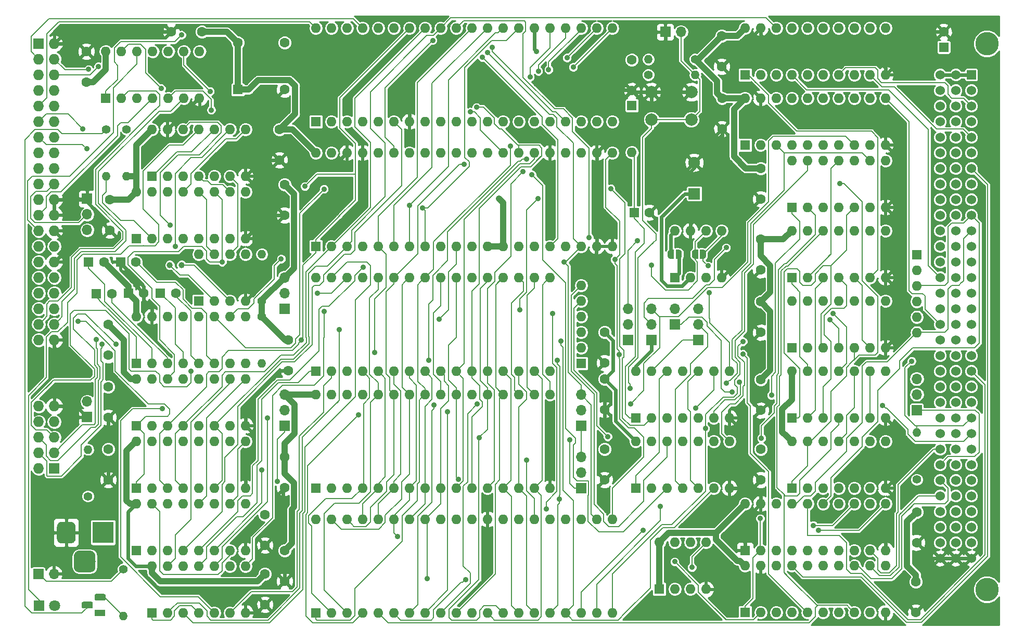
<source format=gbl>
G04 #@! TF.GenerationSoftware,KiCad,Pcbnew,(5.0.2)-1*
G04 #@! TF.CreationDate,2019-03-07T22:54:45+08:00*
G04 #@! TF.ProjectId,SBC,5342432e-6b69-4636-9164-5f7063625858,rev?*
G04 #@! TF.SameCoordinates,Original*
G04 #@! TF.FileFunction,Copper,L2,Bot*
G04 #@! TF.FilePolarity,Positive*
%FSLAX46Y46*%
G04 Gerber Fmt 4.6, Leading zero omitted, Abs format (unit mm)*
G04 Created by KiCad (PCBNEW (5.0.2)-1) date 07/03/2019 22:54:45*
%MOMM*%
%LPD*%
G01*
G04 APERTURE LIST*
G04 #@! TA.AperFunction,ComponentPad*
%ADD10R,1.905000X1.905000*%
G04 #@! TD*
G04 #@! TA.AperFunction,ComponentPad*
%ADD11C,1.905000*%
G04 #@! TD*
G04 #@! TA.AperFunction,ComponentPad*
%ADD12O,1.600000X1.600000*%
G04 #@! TD*
G04 #@! TA.AperFunction,ComponentPad*
%ADD13R,1.600000X1.600000*%
G04 #@! TD*
G04 #@! TA.AperFunction,ComponentPad*
%ADD14R,1.524000X1.524000*%
G04 #@! TD*
G04 #@! TA.AperFunction,ComponentPad*
%ADD15C,1.524000*%
G04 #@! TD*
G04 #@! TA.AperFunction,ComponentPad*
%ADD16C,3.810000*%
G04 #@! TD*
G04 #@! TA.AperFunction,Conductor*
%ADD17C,0.150000*%
G04 #@! TD*
G04 #@! TA.AperFunction,ComponentPad*
%ADD18C,3.500000*%
G04 #@! TD*
G04 #@! TA.AperFunction,ComponentPad*
%ADD19C,3.000000*%
G04 #@! TD*
G04 #@! TA.AperFunction,ComponentPad*
%ADD20R,3.500000X3.500000*%
G04 #@! TD*
G04 #@! TA.AperFunction,ComponentPad*
%ADD21O,1.400000X1.400000*%
G04 #@! TD*
G04 #@! TA.AperFunction,ComponentPad*
%ADD22C,1.400000*%
G04 #@! TD*
G04 #@! TA.AperFunction,ComponentPad*
%ADD23C,1.600000*%
G04 #@! TD*
G04 #@! TA.AperFunction,ComponentPad*
%ADD24O,1.700000X1.700000*%
G04 #@! TD*
G04 #@! TA.AperFunction,ComponentPad*
%ADD25R,1.700000X1.700000*%
G04 #@! TD*
G04 #@! TA.AperFunction,ComponentPad*
%ADD26O,1.727200X1.727200*%
G04 #@! TD*
G04 #@! TA.AperFunction,ComponentPad*
%ADD27R,1.727200X1.727200*%
G04 #@! TD*
G04 #@! TA.AperFunction,ComponentPad*
%ADD28C,1.800000*%
G04 #@! TD*
G04 #@! TA.AperFunction,ComponentPad*
%ADD29R,1.800000X1.800000*%
G04 #@! TD*
G04 #@! TA.AperFunction,SMDPad,CuDef*
%ADD30C,0.500000*%
G04 #@! TD*
G04 #@! TA.AperFunction,ComponentPad*
%ADD31C,2.000000*%
G04 #@! TD*
G04 #@! TA.AperFunction,ComponentPad*
%ADD32C,1.000000*%
G04 #@! TD*
G04 #@! TA.AperFunction,ComponentPad*
%ADD33R,1.800000X1.100000*%
G04 #@! TD*
G04 #@! TA.AperFunction,ComponentPad*
%ADD34C,1.100000*%
G04 #@! TD*
G04 #@! TA.AperFunction,ViaPad*
%ADD35C,0.889000*%
G04 #@! TD*
G04 #@! TA.AperFunction,Conductor*
%ADD36C,0.203200*%
G04 #@! TD*
G04 #@! TA.AperFunction,Conductor*
%ADD37C,0.609600*%
G04 #@! TD*
G04 #@! TA.AperFunction,Conductor*
%ADD38C,1.000000*%
G04 #@! TD*
G04 #@! TA.AperFunction,Conductor*
%ADD39C,0.254000*%
G04 #@! TD*
G04 APERTURE END LIST*
D10*
G04 #@! TO.P,C34,1*
G04 #@! TO.N,/VBAT1*
X187325000Y-82867500D03*
D11*
G04 #@! TO.P,C34,2*
G04 #@! TO.N,GND*
X187325000Y-77787500D03*
G04 #@! TD*
D12*
G04 #@! TO.P,D2,2*
G04 #@! TO.N,Net-(C2-Pad1)*
X177165000Y-76136500D03*
D13*
G04 #@! TO.P,D2,1*
G04 #@! TO.N,VCC*
X177165000Y-68516500D03*
G04 #@! TD*
D14*
G04 #@! TO.P,U20,A1*
G04 #@! TO.N,VCC*
X232410000Y-63500000D03*
D15*
G04 #@! TO.P,U20,A2*
G04 #@! TO.N,/B_D5*
X232410000Y-66040000D03*
G04 #@! TO.P,U20,A3*
G04 #@! TO.N,/B_D6*
X232410000Y-68580000D03*
G04 #@! TO.P,U20,A4*
G04 #@! TO.N,/B_D3*
X232410000Y-71120000D03*
G04 #@! TO.P,U20,A5*
G04 #@! TO.N,/B_D4*
X232410000Y-73660000D03*
G04 #@! TO.P,U20,A6*
G04 #@! TO.N,/B_A2*
X232410000Y-76200000D03*
G04 #@! TO.P,U20,A7*
G04 #@! TO.N,/B_A4*
X232410000Y-78740000D03*
G04 #@! TO.P,U20,A8*
G04 #@! TO.N,/B_A5*
X232410000Y-81280000D03*
G04 #@! TO.P,U20,A9*
G04 #@! TO.N,/B_A6*
X232410000Y-83820000D03*
G04 #@! TO.P,U20,A10*
G04 #@! TO.N,/B_/WAIT*
X232410000Y-86360000D03*
G04 #@! TO.P,U20,A11*
G04 #@! TO.N,/B_/BUSRQ*
X232410000Y-88900000D03*
G04 #@! TO.P,U20,A12*
G04 #@! TO.N,Net-(U20-PadA12)*
X232410000Y-91440000D03*
G04 #@! TO.P,U20,A13*
G04 #@! TO.N,Net-(U20-PadA13)*
X232410000Y-93980000D03*
G04 #@! TO.P,U20,A14*
G04 #@! TO.N,Net-(U20-PadA14)*
X232410000Y-96520000D03*
G04 #@! TO.P,U20,A15*
G04 #@! TO.N,Net-(U20-PadA15)*
X232410000Y-99060000D03*
G04 #@! TO.P,U20,A16*
G04 #@! TO.N,Net-(U20-PadA16)*
X232410000Y-101600000D03*
G04 #@! TO.P,U20,A17*
G04 #@! TO.N,Net-(U20-PadA17)*
X232410000Y-104140000D03*
G04 #@! TO.P,U20,A18*
G04 #@! TO.N,/B_A14*
X232410000Y-106680000D03*
G04 #@! TO.P,U20,A19*
G04 #@! TO.N,Net-(U20-PadA19)*
X232410000Y-109220000D03*
G04 #@! TO.P,U20,A20*
G04 #@! TO.N,/B_/M1*
X232410000Y-111760000D03*
G04 #@! TO.P,U20,A21*
G04 #@! TO.N,Net-(U20-PadA21)*
X232410000Y-114300000D03*
G04 #@! TO.P,U20,A22*
G04 #@! TO.N,Net-(U20-PadA22)*
X232410000Y-116840000D03*
G04 #@! TO.P,U20,A23*
G04 #@! TO.N,/NC_A23*
X232410000Y-119380000D03*
G04 #@! TO.P,U20,A24*
G04 #@! TO.N,/B_BAT*
X232410000Y-121920000D03*
G04 #@! TO.P,U20,A25*
G04 #@! TO.N,Net-(U20-PadA25)*
X232410000Y-124460000D03*
G04 #@! TO.P,U20,A26*
G04 #@! TO.N,Net-(U20-PadA26)*
X232410000Y-127000000D03*
G04 #@! TO.P,U20,A27*
G04 #@! TO.N,/B_/IORQ*
X232410000Y-129540000D03*
G04 #@! TO.P,U20,A28*
G04 #@! TO.N,/B_/RFSH*
X232410000Y-132080000D03*
G04 #@! TO.P,U20,A29*
G04 #@! TO.N,/B_A13*
X232410000Y-134620000D03*
G04 #@! TO.P,U20,A30*
G04 #@! TO.N,/B_A9*
X232410000Y-137160000D03*
G04 #@! TO.P,U20,A31*
G04 #@! TO.N,/B_/BUSAK*
X232410000Y-139700000D03*
G04 #@! TO.P,U20,A32*
G04 #@! TO.N,GND*
X232410000Y-142240000D03*
G04 #@! TO.P,U20,B1*
G04 #@! TO.N,VCC*
X229870000Y-63500000D03*
G04 #@! TO.P,U20,B2*
G04 #@! TO.N,/B_A20*
X229870000Y-66040000D03*
G04 #@! TO.P,U20,B3*
G04 #@! TO.N,/B_A21*
X229870000Y-68580000D03*
G04 #@! TO.P,U20,B4*
G04 #@! TO.N,/B_A22*
X229870000Y-71120000D03*
G04 #@! TO.P,U20,B5*
G04 #@! TO.N,/B_A23*
X229870000Y-73660000D03*
G04 #@! TO.P,U20,B6*
G04 #@! TO.N,/B_D8*
X229870000Y-76200000D03*
G04 #@! TO.P,U20,B7*
G04 #@! TO.N,/B_D9*
X229870000Y-78740000D03*
G04 #@! TO.P,U20,B8*
G04 #@! TO.N,/B_D10*
X229870000Y-81280000D03*
G04 #@! TO.P,U20,B9*
G04 #@! TO.N,/B_D11*
X229870000Y-83820000D03*
G04 #@! TO.P,U20,B10*
G04 #@! TO.N,/B_D12*
X229870000Y-86360000D03*
G04 #@! TO.P,U20,B11*
G04 #@! TO.N,/B_D13*
X229870000Y-88900000D03*
G04 #@! TO.P,U20,B12*
G04 #@! TO.N,/B_D14*
X229870000Y-91440000D03*
G04 #@! TO.P,U20,B13*
G04 #@! TO.N,/B_D15*
X229870000Y-93980000D03*
G04 #@! TO.P,U20,B14*
G04 #@! TO.N,/B_IRQ7*
X229870000Y-96520000D03*
G04 #@! TO.P,U20,B15*
G04 #@! TO.N,/B_IRQ6*
X229870000Y-99060000D03*
G04 #@! TO.P,U20,B16*
G04 #@! TO.N,/B_IRQ5*
X229870000Y-101600000D03*
G04 #@! TO.P,U20,B17*
G04 #@! TO.N,/B_IRQ4*
X229870000Y-104140000D03*
G04 #@! TO.P,U20,B18*
G04 #@! TO.N,/B_IRQ3*
X229870000Y-106680000D03*
G04 #@! TO.P,U20,B19*
G04 #@! TO.N,/B_IRQ2*
X229870000Y-109220000D03*
G04 #@! TO.P,U20,B20*
G04 #@! TO.N,/B_IRQ1*
X229870000Y-111760000D03*
G04 #@! TO.P,U20,B21*
G04 #@! TO.N,/B_IRQ0*
X229870000Y-114300000D03*
G04 #@! TO.P,U20,B22*
G04 #@! TO.N,/B_IOWR*
X229870000Y-116840000D03*
G04 #@! TO.P,U20,B23*
G04 #@! TO.N,Net-(U20-PadB23)*
X229870000Y-119380000D03*
G04 #@! TO.P,U20,B24*
G04 #@! TO.N,/B_IORC*
X229870000Y-121920000D03*
G04 #@! TO.P,U20,B25*
G04 #@! TO.N,/B_MRDC*
X229870000Y-124460000D03*
G04 #@! TO.P,U20,B26*
G04 #@! TO.N,Net-(U20-PadB26)*
X229870000Y-127000000D03*
G04 #@! TO.P,U20,B27*
G04 #@! TO.N,/B_MWRC*
X229870000Y-129540000D03*
G04 #@! TO.P,U20,B28*
G04 #@! TO.N,/B_DS0*
X229870000Y-132080000D03*
G04 #@! TO.P,U20,B29*
G04 #@! TO.N,/B_DS1*
X229870000Y-134620000D03*
G04 #@! TO.P,U20,B30*
G04 #@! TO.N,/B_OFF*
X229870000Y-137160000D03*
G04 #@! TO.P,U20,B31*
G04 #@! TO.N,/B_LOCK*
X229870000Y-139700000D03*
G04 #@! TO.P,U20,B32*
G04 #@! TO.N,GND*
X229870000Y-142240000D03*
G04 #@! TO.P,U20,C1*
G04 #@! TO.N,VCC*
X227330000Y-63500000D03*
G04 #@! TO.P,U20,C2*
G04 #@! TO.N,/B_D0*
X227330000Y-66040000D03*
G04 #@! TO.P,U20,C3*
G04 #@! TO.N,/B_D7*
X227330000Y-68580000D03*
G04 #@! TO.P,U20,C4*
G04 #@! TO.N,/B_D2*
X227330000Y-71120000D03*
G04 #@! TO.P,U20,C5*
G04 #@! TO.N,/B_A0*
X227330000Y-73660000D03*
G04 #@! TO.P,U20,C6*
G04 #@! TO.N,/B_A3*
X227330000Y-76200000D03*
G04 #@! TO.P,U20,C7*
G04 #@! TO.N,/B_A1*
X227330000Y-78740000D03*
G04 #@! TO.P,U20,C8*
G04 #@! TO.N,/B_A8*
X227330000Y-81280000D03*
G04 #@! TO.P,U20,C9*
G04 #@! TO.N,/B_A7*
X227330000Y-83820000D03*
G04 #@! TO.P,U20,C10*
G04 #@! TO.N,Net-(U20-PadC10)*
X227330000Y-86360000D03*
G04 #@! TO.P,U20,C11*
G04 #@! TO.N,/B_/IEI*
X227330000Y-88900000D03*
G04 #@! TO.P,U20,C12*
G04 #@! TO.N,Net-(U20-PadC12)*
X227330000Y-91440000D03*
G04 #@! TO.P,U20,C13*
G04 #@! TO.N,Net-(U20-PadC13)*
X227330000Y-93980000D03*
G04 #@! TO.P,U20,C14*
G04 #@! TO.N,/B_D1*
X227330000Y-96520000D03*
G04 #@! TO.P,U20,C15*
G04 #@! TO.N,Net-(U20-PadC15)*
X227330000Y-99060000D03*
G04 #@! TO.P,U20,C16*
G04 #@! TO.N,/B_/IEO*
X227330000Y-101600000D03*
G04 #@! TO.P,U20,C17*
G04 #@! TO.N,/B_A11*
X227330000Y-104140000D03*
G04 #@! TO.P,U20,C18*
G04 #@! TO.N,/B_A10*
X227330000Y-106680000D03*
G04 #@! TO.P,U20,C19*
G04 #@! TO.N,Net-(U20-PadC19)*
X227330000Y-109220000D03*
G04 #@! TO.P,U20,C20*
G04 #@! TO.N,/B_/NMI*
X227330000Y-111760000D03*
G04 #@! TO.P,U20,C21*
G04 #@! TO.N,/B_/INT*
X227330000Y-114300000D03*
G04 #@! TO.P,U20,C22*
G04 #@! TO.N,/B_/WR*
X227330000Y-116840000D03*
G04 #@! TO.P,U20,C23*
G04 #@! TO.N,Net-(U20-PadC23)*
X227330000Y-119380000D03*
G04 #@! TO.P,U20,C24*
G04 #@! TO.N,/B_/RD*
X227330000Y-121920000D03*
G04 #@! TO.P,U20,C25*
G04 #@! TO.N,/B_/HALT*
X227330000Y-124460000D03*
G04 #@! TO.P,U20,C26*
G04 #@! TO.N,/B_/RESOUT*
X227330000Y-127000000D03*
G04 #@! TO.P,U20,C27*
G04 #@! TO.N,/B_A12*
X227330000Y-129540000D03*
G04 #@! TO.P,U20,C28*
G04 #@! TO.N,/B_A15*
X227330000Y-132080000D03*
G04 #@! TO.P,U20,C29*
G04 #@! TO.N,/B_CLK_CPU*
X227330000Y-134620000D03*
G04 #@! TO.P,U20,C30*
G04 #@! TO.N,/B_/MREQ*
X227330000Y-137160000D03*
G04 #@! TO.P,U20,C31*
G04 #@! TO.N,/B_/RESET*
X227330000Y-139700000D03*
G04 #@! TO.P,U20,C32*
G04 #@! TO.N,GND*
X227330000Y-142240000D03*
D16*
G04 #@! TO.P,U20,HOLE*
G04 #@! TO.N,N/C*
X234950000Y-147320000D03*
X234950000Y-58420000D03*
G04 #@! TD*
D17*
G04 #@! TO.N,N/C*
G04 #@! TO.C,P2*
G36*
X89083265Y-141003213D02*
X89168204Y-141015813D01*
X89251499Y-141036677D01*
X89332348Y-141065605D01*
X89409972Y-141102319D01*
X89483624Y-141146464D01*
X89552594Y-141197616D01*
X89616218Y-141255282D01*
X89673884Y-141318906D01*
X89725036Y-141387876D01*
X89769181Y-141461528D01*
X89805895Y-141539152D01*
X89834823Y-141620001D01*
X89855687Y-141703296D01*
X89868287Y-141788235D01*
X89872500Y-141874000D01*
X89872500Y-143624000D01*
X89868287Y-143709765D01*
X89855687Y-143794704D01*
X89834823Y-143877999D01*
X89805895Y-143958848D01*
X89769181Y-144036472D01*
X89725036Y-144110124D01*
X89673884Y-144179094D01*
X89616218Y-144242718D01*
X89552594Y-144300384D01*
X89483624Y-144351536D01*
X89409972Y-144395681D01*
X89332348Y-144432395D01*
X89251499Y-144461323D01*
X89168204Y-144482187D01*
X89083265Y-144494787D01*
X88997500Y-144499000D01*
X87247500Y-144499000D01*
X87161735Y-144494787D01*
X87076796Y-144482187D01*
X86993501Y-144461323D01*
X86912652Y-144432395D01*
X86835028Y-144395681D01*
X86761376Y-144351536D01*
X86692406Y-144300384D01*
X86628782Y-144242718D01*
X86571116Y-144179094D01*
X86519964Y-144110124D01*
X86475819Y-144036472D01*
X86439105Y-143958848D01*
X86410177Y-143877999D01*
X86389313Y-143794704D01*
X86376713Y-143709765D01*
X86372500Y-143624000D01*
X86372500Y-141874000D01*
X86376713Y-141788235D01*
X86389313Y-141703296D01*
X86410177Y-141620001D01*
X86439105Y-141539152D01*
X86475819Y-141461528D01*
X86519964Y-141387876D01*
X86571116Y-141318906D01*
X86628782Y-141255282D01*
X86692406Y-141197616D01*
X86761376Y-141146464D01*
X86835028Y-141102319D01*
X86912652Y-141065605D01*
X86993501Y-141036677D01*
X87076796Y-141015813D01*
X87161735Y-141003213D01*
X87247500Y-140999000D01*
X88997500Y-140999000D01*
X89083265Y-141003213D01*
X89083265Y-141003213D01*
G37*
D18*
G04 #@! TD*
G04 #@! TO.P,P2,3*
G04 #@! TO.N,N/C*
X88122500Y-142749000D03*
D17*
G04 #@! TO.N,GND*
G04 #@! TO.C,P2*
G36*
X85946013Y-136302611D02*
X86018818Y-136313411D01*
X86090214Y-136331295D01*
X86159513Y-136356090D01*
X86226048Y-136387559D01*
X86289178Y-136425398D01*
X86348295Y-136469242D01*
X86402830Y-136518670D01*
X86452258Y-136573205D01*
X86496102Y-136632322D01*
X86533941Y-136695452D01*
X86565410Y-136761987D01*
X86590205Y-136831286D01*
X86608089Y-136902682D01*
X86618889Y-136975487D01*
X86622500Y-137049000D01*
X86622500Y-139049000D01*
X86618889Y-139122513D01*
X86608089Y-139195318D01*
X86590205Y-139266714D01*
X86565410Y-139336013D01*
X86533941Y-139402548D01*
X86496102Y-139465678D01*
X86452258Y-139524795D01*
X86402830Y-139579330D01*
X86348295Y-139628758D01*
X86289178Y-139672602D01*
X86226048Y-139710441D01*
X86159513Y-139741910D01*
X86090214Y-139766705D01*
X86018818Y-139784589D01*
X85946013Y-139795389D01*
X85872500Y-139799000D01*
X84372500Y-139799000D01*
X84298987Y-139795389D01*
X84226182Y-139784589D01*
X84154786Y-139766705D01*
X84085487Y-139741910D01*
X84018952Y-139710441D01*
X83955822Y-139672602D01*
X83896705Y-139628758D01*
X83842170Y-139579330D01*
X83792742Y-139524795D01*
X83748898Y-139465678D01*
X83711059Y-139402548D01*
X83679590Y-139336013D01*
X83654795Y-139266714D01*
X83636911Y-139195318D01*
X83626111Y-139122513D01*
X83622500Y-139049000D01*
X83622500Y-137049000D01*
X83626111Y-136975487D01*
X83636911Y-136902682D01*
X83654795Y-136831286D01*
X83679590Y-136761987D01*
X83711059Y-136695452D01*
X83748898Y-136632322D01*
X83792742Y-136573205D01*
X83842170Y-136518670D01*
X83896705Y-136469242D01*
X83955822Y-136425398D01*
X84018952Y-136387559D01*
X84085487Y-136356090D01*
X84154786Y-136331295D01*
X84226182Y-136313411D01*
X84298987Y-136302611D01*
X84372500Y-136299000D01*
X85872500Y-136299000D01*
X85946013Y-136302611D01*
X85946013Y-136302611D01*
G37*
D19*
G04 #@! TD*
G04 #@! TO.P,P2,2*
G04 #@! TO.N,GND*
X85122500Y-138049000D03*
D20*
G04 #@! TO.P,P2,1*
G04 #@! TO.N,VCC*
X91122500Y-138049000D03*
G04 #@! TD*
D21*
G04 #@! TO.P,R15,2*
G04 #@! TO.N,Net-(Q1-Pad3)*
X94424500Y-151638000D03*
D22*
G04 #@! TO.P,R15,1*
G04 #@! TO.N,Net-(LS1-Pad1)*
X94424500Y-144018000D03*
G04 #@! TD*
D12*
G04 #@! TO.P,U27,14*
G04 #@! TO.N,VCC*
X91567000Y-59690000D03*
G04 #@! TO.P,U27,7*
G04 #@! TO.N,GND*
X106807000Y-67310000D03*
G04 #@! TO.P,U27,13*
G04 #@! TO.N,/PC6*
X94107000Y-59690000D03*
G04 #@! TO.P,U27,6*
G04 #@! TO.N,/-PC4*
X104267000Y-67310000D03*
G04 #@! TO.P,U27,12*
G04 #@! TO.N,/-PC6*
X96647000Y-59690000D03*
G04 #@! TO.P,U27,5*
G04 #@! TO.N,/PC4*
X101727000Y-67310000D03*
G04 #@! TO.P,U27,11*
G04 #@! TO.N,Net-(U27-Pad11)*
X99187000Y-59690000D03*
G04 #@! TO.P,U27,4*
G04 #@! TO.N,/-PC5*
X99187000Y-67310000D03*
G04 #@! TO.P,U27,10*
G04 #@! TO.N,Net-(U27-Pad10)*
X101727000Y-59690000D03*
G04 #@! TO.P,U27,3*
G04 #@! TO.N,/PC5*
X96647000Y-67310000D03*
G04 #@! TO.P,U27,9*
G04 #@! TO.N,/PC7*
X104267000Y-59690000D03*
G04 #@! TO.P,U27,2*
G04 #@! TO.N,/-PC3*
X94107000Y-67310000D03*
G04 #@! TO.P,U27,8*
G04 #@! TO.N,/-PC7*
X106807000Y-59690000D03*
D13*
G04 #@! TO.P,U27,1*
G04 #@! TO.N,/PC3*
X91567000Y-67310000D03*
G04 #@! TD*
D23*
G04 #@! TO.P,P5,4*
G04 #@! TO.N,GND*
X120650000Y-65913000D03*
G04 #@! TO.P,P5,5*
G04 #@! TO.N,/CLK_UART*
X120650000Y-58293000D03*
G04 #@! TO.P,P5,8*
G04 #@! TO.N,VCC*
X113030000Y-58293000D03*
D13*
G04 #@! TO.P,P5,1*
X113030000Y-65913000D03*
G04 #@! TD*
D12*
G04 #@! TO.P,U19,40*
G04 #@! TO.N,/PA4*
X125730000Y-55880000D03*
G04 #@! TO.P,U19,20*
G04 #@! TO.N,/PB2*
X173990000Y-71120000D03*
G04 #@! TO.P,U19,39*
G04 #@! TO.N,/PA5*
X128270000Y-55880000D03*
G04 #@! TO.P,U19,19*
G04 #@! TO.N,/PB1*
X171450000Y-71120000D03*
G04 #@! TO.P,U19,38*
G04 #@! TO.N,/PA6*
X130810000Y-55880000D03*
G04 #@! TO.P,U19,18*
G04 #@! TO.N,/PB0*
X168910000Y-71120000D03*
G04 #@! TO.P,U19,37*
G04 #@! TO.N,/PA7*
X133350000Y-55880000D03*
G04 #@! TO.P,U19,17*
G04 #@! TO.N,/PC3*
X166370000Y-71120000D03*
G04 #@! TO.P,U19,36*
G04 #@! TO.N,//WR*
X135890000Y-55880000D03*
G04 #@! TO.P,U19,16*
G04 #@! TO.N,/PC2*
X163830000Y-71120000D03*
G04 #@! TO.P,U19,35*
G04 #@! TO.N,/RESET*
X138430000Y-55880000D03*
G04 #@! TO.P,U19,15*
G04 #@! TO.N,/PC1*
X161290000Y-71120000D03*
G04 #@! TO.P,U19,34*
G04 #@! TO.N,/D0*
X140970000Y-55880000D03*
G04 #@! TO.P,U19,14*
G04 #@! TO.N,/PC0*
X158750000Y-71120000D03*
G04 #@! TO.P,U19,33*
G04 #@! TO.N,/D1*
X143510000Y-55880000D03*
G04 #@! TO.P,U19,13*
G04 #@! TO.N,/PC4*
X156210000Y-71120000D03*
G04 #@! TO.P,U19,32*
G04 #@! TO.N,/D2*
X146050000Y-55880000D03*
G04 #@! TO.P,U19,12*
G04 #@! TO.N,/PC5*
X153670000Y-71120000D03*
G04 #@! TO.P,U19,31*
G04 #@! TO.N,/D3*
X148590000Y-55880000D03*
G04 #@! TO.P,U19,11*
G04 #@! TO.N,/PC6*
X151130000Y-71120000D03*
G04 #@! TO.P,U19,30*
G04 #@! TO.N,/D4*
X151130000Y-55880000D03*
G04 #@! TO.P,U19,10*
G04 #@! TO.N,/PC7*
X148590000Y-71120000D03*
G04 #@! TO.P,U19,29*
G04 #@! TO.N,/D5*
X153670000Y-55880000D03*
G04 #@! TO.P,U19,9*
G04 #@! TO.N,/A0*
X146050000Y-71120000D03*
G04 #@! TO.P,U19,28*
G04 #@! TO.N,/D6*
X156210000Y-55880000D03*
G04 #@! TO.P,U19,8*
G04 #@! TO.N,/A1*
X143510000Y-71120000D03*
G04 #@! TO.P,U19,27*
G04 #@! TO.N,/D7*
X158750000Y-55880000D03*
G04 #@! TO.P,U19,7*
G04 #@! TO.N,GND*
X140970000Y-71120000D03*
G04 #@! TO.P,U19,26*
G04 #@! TO.N,VCC*
X161290000Y-55880000D03*
G04 #@! TO.P,U19,6*
G04 #@! TO.N,//CS_PPI*
X138430000Y-71120000D03*
G04 #@! TO.P,U19,25*
G04 #@! TO.N,/PB7*
X163830000Y-55880000D03*
G04 #@! TO.P,U19,5*
G04 #@! TO.N,//RD*
X135890000Y-71120000D03*
G04 #@! TO.P,U19,24*
G04 #@! TO.N,/PB6*
X166370000Y-55880000D03*
G04 #@! TO.P,U19,4*
G04 #@! TO.N,/PA0*
X133350000Y-71120000D03*
G04 #@! TO.P,U19,23*
G04 #@! TO.N,/PB5*
X168910000Y-55880000D03*
G04 #@! TO.P,U19,3*
G04 #@! TO.N,/PA1*
X130810000Y-71120000D03*
G04 #@! TO.P,U19,22*
G04 #@! TO.N,/PB4*
X171450000Y-55880000D03*
G04 #@! TO.P,U19,2*
G04 #@! TO.N,/PA2*
X128270000Y-71120000D03*
G04 #@! TO.P,U19,21*
G04 #@! TO.N,/PB3*
X173990000Y-55880000D03*
D13*
G04 #@! TO.P,U19,1*
G04 #@! TO.N,/PA3*
X125730000Y-71120000D03*
G04 #@! TD*
D24*
G04 #@! TO.P,P6,2*
G04 #@! TO.N,//RESET_IN*
X185166000Y-56515000D03*
D25*
G04 #@! TO.P,P6,1*
G04 #@! TO.N,GND*
X182626000Y-56515000D03*
G04 #@! TD*
D26*
G04 #@! TO.P,P1,40*
G04 #@! TO.N,GND*
X83185000Y-106680000D03*
G04 #@! TO.P,P1,39*
G04 #@! TO.N,Net-(P1-Pad39)*
X80645000Y-106680000D03*
G04 #@! TO.P,P1,38*
G04 #@! TO.N,/-PC4*
X83185000Y-104140000D03*
G04 #@! TO.P,P1,37*
G04 #@! TO.N,/-PC3*
X80645000Y-104140000D03*
G04 #@! TO.P,P1,36*
G04 #@! TO.N,/PC2*
X83185000Y-101600000D03*
G04 #@! TO.P,P1,35*
G04 #@! TO.N,/PC0*
X80645000Y-101600000D03*
G04 #@! TO.P,P1,34*
G04 #@! TO.N,Net-(P1-Pad34)*
X83185000Y-99060000D03*
G04 #@! TO.P,P1,33*
G04 #@! TO.N,/PC1*
X80645000Y-99060000D03*
G04 #@! TO.P,P1,32*
G04 #@! TO.N,Net-(P1-Pad32)*
X83185000Y-96520000D03*
G04 #@! TO.P,P1,31*
G04 #@! TO.N,Net-(P1-Pad31)*
X80645000Y-96520000D03*
G04 #@! TO.P,P1,30*
G04 #@! TO.N,GND*
X83185000Y-93980000D03*
G04 #@! TO.P,P1,29*
G04 #@! TO.N,Net-(P1-Pad29)*
X80645000Y-93980000D03*
G04 #@! TO.P,P1,28*
G04 #@! TO.N,Net-(P1-Pad28)*
X83185000Y-91440000D03*
G04 #@! TO.P,P1,27*
G04 #@! TO.N,Net-(P1-Pad27)*
X80645000Y-91440000D03*
G04 #@! TO.P,P1,26*
G04 #@! TO.N,GND*
X83185000Y-88900000D03*
G04 #@! TO.P,P1,25*
G04 #@! TO.N,/-PC6*
X80645000Y-88900000D03*
G04 #@! TO.P,P1,24*
G04 #@! TO.N,GND*
X83185000Y-86360000D03*
G04 #@! TO.P,P1,23*
G04 #@! TO.N,/-PC5*
X80645000Y-86360000D03*
G04 #@! TO.P,P1,22*
G04 #@! TO.N,GND*
X83185000Y-83820000D03*
G04 #@! TO.P,P1,21*
G04 #@! TO.N,Net-(P1-Pad21)*
X80645000Y-83820000D03*
G04 #@! TO.P,P1,20*
G04 #@! TO.N,Net-(K9-Pad2)*
X83185000Y-81280000D03*
G04 #@! TO.P,P1,19*
G04 #@! TO.N,GND*
X80645000Y-81280000D03*
G04 #@! TO.P,P1,18*
G04 #@! TO.N,/PB7*
X83185000Y-78740000D03*
G04 #@! TO.P,P1,17*
G04 #@! TO.N,/PA0*
X80645000Y-78740000D03*
G04 #@! TO.P,P1,16*
G04 #@! TO.N,/PB6*
X83185000Y-76200000D03*
G04 #@! TO.P,P1,15*
G04 #@! TO.N,/PA1*
X80645000Y-76200000D03*
G04 #@! TO.P,P1,14*
G04 #@! TO.N,/PB5*
X83185000Y-73660000D03*
G04 #@! TO.P,P1,13*
G04 #@! TO.N,/PA2*
X80645000Y-73660000D03*
G04 #@! TO.P,P1,12*
G04 #@! TO.N,/PB4*
X83185000Y-71120000D03*
G04 #@! TO.P,P1,11*
G04 #@! TO.N,/PA3*
X80645000Y-71120000D03*
G04 #@! TO.P,P1,10*
G04 #@! TO.N,/PB3*
X83185000Y-68580000D03*
G04 #@! TO.P,P1,9*
G04 #@! TO.N,/PA4*
X80645000Y-68580000D03*
G04 #@! TO.P,P1,8*
G04 #@! TO.N,/PB2*
X83185000Y-66040000D03*
G04 #@! TO.P,P1,7*
G04 #@! TO.N,/PA5*
X80645000Y-66040000D03*
G04 #@! TO.P,P1,6*
G04 #@! TO.N,/PB1*
X83185000Y-63500000D03*
G04 #@! TO.P,P1,5*
G04 #@! TO.N,/PA6*
X80645000Y-63500000D03*
G04 #@! TO.P,P1,4*
G04 #@! TO.N,/PB0*
X83185000Y-60960000D03*
G04 #@! TO.P,P1,3*
G04 #@! TO.N,/PA7*
X80645000Y-60960000D03*
G04 #@! TO.P,P1,2*
G04 #@! TO.N,GND*
X83185000Y-58420000D03*
D27*
G04 #@! TO.P,P1,1*
G04 #@! TO.N,/-PC7*
X80645000Y-58420000D03*
G04 #@! TD*
D26*
G04 #@! TO.P,P3,10*
G04 #@! TO.N,Net-(P3-Pad10)*
X80645000Y-117475000D03*
G04 #@! TO.P,P3,9*
G04 #@! TO.N,GND*
X83185000Y-117475000D03*
G04 #@! TO.P,P3,8*
G04 #@! TO.N,Net-(P3-Pad8)*
X80645000Y-120015000D03*
G04 #@! TO.P,P3,7*
G04 #@! TO.N,/DTR*
X83185000Y-120015000D03*
G04 #@! TO.P,P3,6*
G04 #@! TO.N,/CTS*
X80645000Y-122555000D03*
G04 #@! TO.P,P3,5*
G04 #@! TO.N,/TX*
X83185000Y-122555000D03*
G04 #@! TO.P,P3,4*
G04 #@! TO.N,/RTS*
X80645000Y-125095000D03*
G04 #@! TO.P,P3,3*
G04 #@! TO.N,/RX*
X83185000Y-125095000D03*
G04 #@! TO.P,P3,2*
G04 #@! TO.N,Net-(P3-Pad2)*
X80645000Y-127635000D03*
D27*
G04 #@! TO.P,P3,1*
G04 #@! TO.N,Net-(P3-Pad1)*
X83185000Y-127635000D03*
G04 #@! TD*
D28*
G04 #@! TO.P,D1,2*
G04 #@! TO.N,Net-(D1-Pad2)*
X83248500Y-149923500D03*
D29*
G04 #@! TO.P,D1,1*
G04 #@! TO.N,Net-(D1-Pad1)*
X80708500Y-149923500D03*
G04 #@! TD*
D30*
G04 #@! TO.P,JP4,2*
G04 #@! TO.N,Net-(JP4-Pad2)*
X187437000Y-92710000D03*
D17*
G04 #@! TD*
G04 #@! TO.N,Net-(JP4-Pad2)*
G04 #@! TO.C,JP4*
G36*
X187437000Y-93459398D02*
X187412466Y-93459398D01*
X187363635Y-93454588D01*
X187315510Y-93445016D01*
X187268555Y-93430772D01*
X187223222Y-93411995D01*
X187179949Y-93388864D01*
X187139150Y-93361604D01*
X187101221Y-93330476D01*
X187066524Y-93295779D01*
X187035396Y-93257850D01*
X187008136Y-93217051D01*
X186985005Y-93173778D01*
X186966228Y-93128445D01*
X186951984Y-93081490D01*
X186942412Y-93033365D01*
X186937602Y-92984534D01*
X186937602Y-92960000D01*
X186937000Y-92960000D01*
X186937000Y-92460000D01*
X186937602Y-92460000D01*
X186937602Y-92435466D01*
X186942412Y-92386635D01*
X186951984Y-92338510D01*
X186966228Y-92291555D01*
X186985005Y-92246222D01*
X187008136Y-92202949D01*
X187035396Y-92162150D01*
X187066524Y-92124221D01*
X187101221Y-92089524D01*
X187139150Y-92058396D01*
X187179949Y-92031136D01*
X187223222Y-92008005D01*
X187268555Y-91989228D01*
X187315510Y-91974984D01*
X187363635Y-91965412D01*
X187412466Y-91960602D01*
X187437000Y-91960602D01*
X187437000Y-91960000D01*
X187937000Y-91960000D01*
X187937000Y-93460000D01*
X187437000Y-93460000D01*
X187437000Y-93459398D01*
X187437000Y-93459398D01*
G37*
D30*
G04 #@! TO.P,JP4,1*
G04 #@! TO.N,//CS_RAM*
X188737000Y-92710000D03*
D17*
G04 #@! TD*
G04 #@! TO.N,//CS_RAM*
G04 #@! TO.C,JP4*
G36*
X188237000Y-91960000D02*
X188737000Y-91960000D01*
X188737000Y-91960602D01*
X188761534Y-91960602D01*
X188810365Y-91965412D01*
X188858490Y-91974984D01*
X188905445Y-91989228D01*
X188950778Y-92008005D01*
X188994051Y-92031136D01*
X189034850Y-92058396D01*
X189072779Y-92089524D01*
X189107476Y-92124221D01*
X189138604Y-92162150D01*
X189165864Y-92202949D01*
X189188995Y-92246222D01*
X189207772Y-92291555D01*
X189222016Y-92338510D01*
X189231588Y-92386635D01*
X189236398Y-92435466D01*
X189236398Y-92460000D01*
X189237000Y-92460000D01*
X189237000Y-92960000D01*
X189236398Y-92960000D01*
X189236398Y-92984534D01*
X189231588Y-93033365D01*
X189222016Y-93081490D01*
X189207772Y-93128445D01*
X189188995Y-93173778D01*
X189165864Y-93217051D01*
X189138604Y-93257850D01*
X189107476Y-93295779D01*
X189072779Y-93330476D01*
X189034850Y-93361604D01*
X188994051Y-93388864D01*
X188950778Y-93411995D01*
X188905445Y-93430772D01*
X188858490Y-93445016D01*
X188810365Y-93454588D01*
X188761534Y-93459398D01*
X188737000Y-93459398D01*
X188737000Y-93460000D01*
X188237000Y-93460000D01*
X188237000Y-91960000D01*
X188237000Y-91960000D01*
G37*
D12*
G04 #@! TO.P,U9,20*
G04 #@! TO.N,VCC*
X195580000Y-143446500D03*
G04 #@! TO.P,U9,10*
G04 #@! TO.N,GND*
X218440000Y-151066500D03*
G04 #@! TO.P,U9,19*
X198120000Y-143446500D03*
G04 #@! TO.P,U9,9*
G04 #@! TO.N,/A9*
X215900000Y-151066500D03*
G04 #@! TO.P,U9,18*
G04 #@! TO.N,/B_A10*
X200660000Y-143446500D03*
G04 #@! TO.P,U9,8*
G04 #@! TO.N,/A15*
X213360000Y-151066500D03*
G04 #@! TO.P,U9,17*
G04 #@! TO.N,/B_A4*
X203200000Y-143446500D03*
G04 #@! TO.P,U9,7*
G04 #@! TO.N,/A12*
X210820000Y-151066500D03*
G04 #@! TO.P,U9,16*
G04 #@! TO.N,/B_A5*
X205740000Y-143446500D03*
G04 #@! TO.P,U9,6*
G04 #@! TO.N,/A13*
X208280000Y-151066500D03*
G04 #@! TO.P,U9,15*
G04 #@! TO.N,/B_A6*
X208280000Y-143446500D03*
G04 #@! TO.P,U9,5*
G04 #@! TO.N,/A6*
X205740000Y-151066500D03*
G04 #@! TO.P,U9,14*
G04 #@! TO.N,/B_A13*
X210820000Y-143446500D03*
G04 #@! TO.P,U9,4*
G04 #@! TO.N,/A5*
X203200000Y-151066500D03*
G04 #@! TO.P,U9,13*
G04 #@! TO.N,/B_A12*
X213360000Y-143446500D03*
G04 #@! TO.P,U9,3*
G04 #@! TO.N,/A4*
X200660000Y-151066500D03*
G04 #@! TO.P,U9,12*
G04 #@! TO.N,/B_A15*
X215900000Y-143446500D03*
G04 #@! TO.P,U9,2*
G04 #@! TO.N,/A10*
X198120000Y-151066500D03*
G04 #@! TO.P,U9,11*
G04 #@! TO.N,/B_A9*
X218440000Y-143446500D03*
D13*
G04 #@! TO.P,U9,1*
G04 #@! TO.N,//BUSAK*
X195580000Y-151066500D03*
G04 #@! TD*
D31*
G04 #@! TO.P,SW1,1*
G04 #@! TO.N,GND*
X186840000Y-66294000D03*
G04 #@! TO.P,SW1,2*
G04 #@! TO.N,//RESET_IN*
X186840000Y-70794000D03*
G04 #@! TO.P,SW1,1*
G04 #@! TO.N,GND*
X180340000Y-66294000D03*
G04 #@! TO.P,SW1,2*
G04 #@! TO.N,//RESET_IN*
X180340000Y-70794000D03*
G04 #@! TD*
D12*
G04 #@! TO.P,U13,16*
G04 #@! TO.N,VCC*
X96520000Y-123190000D03*
G04 #@! TO.P,U13,8*
G04 #@! TO.N,GND*
X114300000Y-130810000D03*
G04 #@! TO.P,U13,15*
G04 #@! TO.N,//ROM_ENABLE*
X99060000Y-123190000D03*
G04 #@! TO.P,U13,7*
G04 #@! TO.N,/A17_ROM*
X111760000Y-130810000D03*
G04 #@! TO.P,U13,14*
G04 #@! TO.N,/D7*
X101600000Y-123190000D03*
G04 #@! TO.P,U13,6*
G04 #@! TO.N,/D2*
X109220000Y-130810000D03*
G04 #@! TO.P,U13,13*
G04 #@! TO.N,/D4*
X104140000Y-123190000D03*
G04 #@! TO.P,U13,5*
G04 #@! TO.N,/A16_ROM*
X106680000Y-130810000D03*
G04 #@! TO.P,U13,12*
G04 #@! TO.N,/A19_ROM*
X106680000Y-123190000D03*
G04 #@! TO.P,U13,4*
G04 #@! TO.N,/D1*
X104140000Y-130810000D03*
G04 #@! TO.P,U13,11*
G04 #@! TO.N,/D3*
X109220000Y-123190000D03*
G04 #@! TO.P,U13,3*
G04 #@! TO.N,/D0*
X101600000Y-130810000D03*
G04 #@! TO.P,U13,10*
G04 #@! TO.N,/A18_ROM*
X111760000Y-123190000D03*
G04 #@! TO.P,U13,2*
G04 #@! TO.N,/A15_ROM*
X99060000Y-130810000D03*
G04 #@! TO.P,U13,9*
G04 #@! TO.N,//CS_CFG2*
X114300000Y-123190000D03*
D13*
G04 #@! TO.P,U13,1*
G04 #@! TO.N,//RESET*
X96520000Y-130810000D03*
G04 #@! TD*
D12*
G04 #@! TO.P,U12,16*
G04 #@! TO.N,VCC*
X96520000Y-113030000D03*
G04 #@! TO.P,U12,8*
G04 #@! TO.N,GND*
X114300000Y-120650000D03*
G04 #@! TO.P,U12,15*
G04 #@! TO.N,Net-(U12-Pad15)*
X99060000Y-113030000D03*
G04 #@! TO.P,U12,7*
G04 #@! TO.N,/CFG1_Q2*
X111760000Y-120650000D03*
G04 #@! TO.P,U12,14*
G04 #@! TO.N,/D5*
X101600000Y-113030000D03*
G04 #@! TO.P,U12,6*
G04 #@! TO.N,/D2*
X109220000Y-120650000D03*
G04 #@! TO.P,U12,13*
G04 #@! TO.N,/D4*
X104140000Y-113030000D03*
G04 #@! TO.P,U12,5*
G04 #@! TO.N,/CFG1_Q1*
X106680000Y-120650000D03*
G04 #@! TO.P,U12,12*
G04 #@! TO.N,Net-(U12-Pad12)*
X106680000Y-113030000D03*
G04 #@! TO.P,U12,4*
G04 #@! TO.N,/D1*
X104140000Y-120650000D03*
G04 #@! TO.P,U12,11*
G04 #@! TO.N,/D3*
X109220000Y-113030000D03*
G04 #@! TO.P,U12,3*
G04 #@! TO.N,/D0*
X101600000Y-120650000D03*
G04 #@! TO.P,U12,10*
G04 #@! TO.N,/CFG1_Q3*
X111760000Y-113030000D03*
G04 #@! TO.P,U12,2*
G04 #@! TO.N,/CFG1_Q0*
X99060000Y-120650000D03*
G04 #@! TO.P,U12,9*
G04 #@! TO.N,//CS_CFG1*
X114300000Y-113030000D03*
D13*
G04 #@! TO.P,U12,1*
G04 #@! TO.N,//RESET*
X96520000Y-120650000D03*
G04 #@! TD*
D12*
G04 #@! TO.P,U14,14*
G04 #@! TO.N,VCC*
X203200000Y-77470000D03*
G04 #@! TO.P,U14,7*
G04 #@! TO.N,GND*
X218440000Y-85090000D03*
G04 #@! TO.P,U14,13*
G04 #@! TO.N,//IORQ*
X205740000Y-77470000D03*
G04 #@! TO.P,U14,6*
G04 #@! TO.N,//RTC_RD*
X215900000Y-85090000D03*
G04 #@! TO.P,U14,12*
G04 #@! TO.N,Net-(U14-Pad12)*
X208280000Y-77470000D03*
G04 #@! TO.P,U14,5*
G04 #@! TO.N,//RD*
X213360000Y-85090000D03*
G04 #@! TO.P,U14,11*
G04 #@! TO.N,//IOSEL*
X210820000Y-77470000D03*
G04 #@! TO.P,U14,4*
G04 #@! TO.N,//CS_RTC*
X210820000Y-85090000D03*
G04 #@! TO.P,U14,10*
G04 #@! TO.N,Net-(U14-Pad10)*
X213360000Y-77470000D03*
G04 #@! TO.P,U14,3*
G04 #@! TO.N,//RTC_WR*
X208280000Y-85090000D03*
G04 #@! TO.P,U14,9*
G04 #@! TO.N,/A7*
X215900000Y-77470000D03*
G04 #@! TO.P,U14,2*
G04 #@! TO.N,//CS_RTC*
X205740000Y-85090000D03*
G04 #@! TO.P,U14,8*
G04 #@! TO.N,Net-(U14-Pad12)*
X218440000Y-77470000D03*
D13*
G04 #@! TO.P,U14,1*
G04 #@! TO.N,//WR*
X203200000Y-85090000D03*
G04 #@! TD*
D23*
G04 #@! TO.P,C26,2*
G04 #@! TO.N,VCC*
X91273000Y-93980000D03*
D13*
G04 #@! TO.P,C26,1*
G04 #@! TO.N,Net-(C26-Pad1)*
X88773000Y-93980000D03*
G04 #@! TD*
D12*
G04 #@! TO.P,U18,16*
G04 #@! TO.N,VCC*
X96520000Y-82550000D03*
G04 #@! TO.P,U18,8*
G04 #@! TO.N,GND*
X114300000Y-90170000D03*
G04 #@! TO.P,U18,15*
G04 #@! TO.N,/BUF_Q7*
X99060000Y-82550000D03*
G04 #@! TO.P,U18,7*
G04 #@! TO.N,/BUF_Q4*
X111760000Y-90170000D03*
G04 #@! TO.P,U18,14*
G04 #@! TO.N,/D7*
X101600000Y-82550000D03*
G04 #@! TO.P,U18,6*
G04 #@! TO.N,/D4*
X109220000Y-90170000D03*
G04 #@! TO.P,U18,13*
G04 #@! TO.N,/D6*
X104140000Y-82550000D03*
G04 #@! TO.P,U18,5*
G04 #@! TO.N,Net-(U18-Pad5)*
X106680000Y-90170000D03*
G04 #@! TO.P,U18,12*
G04 #@! TO.N,/BUF_Q6*
X106680000Y-82550000D03*
G04 #@! TO.P,U18,4*
G04 #@! TO.N,/D3*
X104140000Y-90170000D03*
G04 #@! TO.P,U18,11*
G04 #@! TO.N,/D5*
X109220000Y-82550000D03*
G04 #@! TO.P,U18,3*
G04 #@! TO.N,/D2*
X101600000Y-90170000D03*
G04 #@! TO.P,U18,10*
G04 #@! TO.N,/BUF_Q5*
X111760000Y-82550000D03*
G04 #@! TO.P,U18,2*
G04 #@! TO.N,Net-(R13-Pad2)*
X99060000Y-90170000D03*
G04 #@! TO.P,U18,9*
G04 #@! TO.N,//RTC_WR*
X114300000Y-82550000D03*
D13*
G04 #@! TO.P,U18,1*
G04 #@! TO.N,//RESET*
X96520000Y-90170000D03*
G04 #@! TD*
D12*
G04 #@! TO.P,U23,32*
G04 #@! TO.N,/VCC_SRAM*
X125730000Y-96520000D03*
G04 #@! TO.P,U23,16*
G04 #@! TO.N,GND*
X163830000Y-111760000D03*
G04 #@! TO.P,U23,31*
G04 #@! TO.N,/A15_RAM*
X128270000Y-96520000D03*
G04 #@! TO.P,U23,15*
G04 #@! TO.N,/D2*
X161290000Y-111760000D03*
G04 #@! TO.P,U23,30*
G04 #@! TO.N,Net-(K7-Pad2)*
X130810000Y-96520000D03*
G04 #@! TO.P,U23,14*
G04 #@! TO.N,/D1*
X158750000Y-111760000D03*
G04 #@! TO.P,U23,29*
G04 #@! TO.N,//WR*
X133350000Y-96520000D03*
G04 #@! TO.P,U23,13*
G04 #@! TO.N,/D0*
X156210000Y-111760000D03*
G04 #@! TO.P,U23,28*
G04 #@! TO.N,/A13*
X135890000Y-96520000D03*
G04 #@! TO.P,U23,12*
G04 #@! TO.N,/A0*
X153670000Y-111760000D03*
G04 #@! TO.P,U23,27*
G04 #@! TO.N,/A8*
X138430000Y-96520000D03*
G04 #@! TO.P,U23,11*
G04 #@! TO.N,/A1*
X151130000Y-111760000D03*
G04 #@! TO.P,U23,26*
G04 #@! TO.N,/A9*
X140970000Y-96520000D03*
G04 #@! TO.P,U23,10*
G04 #@! TO.N,/A2*
X148590000Y-111760000D03*
G04 #@! TO.P,U23,25*
G04 #@! TO.N,/A11*
X143510000Y-96520000D03*
G04 #@! TO.P,U23,9*
G04 #@! TO.N,/A3*
X146050000Y-111760000D03*
G04 #@! TO.P,U23,24*
G04 #@! TO.N,//RD*
X146050000Y-96520000D03*
G04 #@! TO.P,U23,8*
G04 #@! TO.N,/A4*
X143510000Y-111760000D03*
G04 #@! TO.P,U23,23*
G04 #@! TO.N,/A10*
X148590000Y-96520000D03*
G04 #@! TO.P,U23,7*
G04 #@! TO.N,/A5*
X140970000Y-111760000D03*
G04 #@! TO.P,U23,22*
G04 #@! TO.N,Net-(JP4-Pad2)*
X151130000Y-96520000D03*
G04 #@! TO.P,U23,6*
G04 #@! TO.N,/A6*
X138430000Y-111760000D03*
G04 #@! TO.P,U23,21*
G04 #@! TO.N,/D7*
X153670000Y-96520000D03*
G04 #@! TO.P,U23,5*
G04 #@! TO.N,/A7*
X135890000Y-111760000D03*
G04 #@! TO.P,U23,20*
G04 #@! TO.N,/D6*
X156210000Y-96520000D03*
G04 #@! TO.P,U23,4*
G04 #@! TO.N,/A12*
X133350000Y-111760000D03*
G04 #@! TO.P,U23,19*
G04 #@! TO.N,/D5*
X158750000Y-96520000D03*
G04 #@! TO.P,U23,3*
G04 #@! TO.N,/A14*
X130810000Y-111760000D03*
G04 #@! TO.P,U23,18*
G04 #@! TO.N,/D4*
X161290000Y-96520000D03*
G04 #@! TO.P,U23,2*
G04 #@! TO.N,/A16_RAM*
X128270000Y-111760000D03*
G04 #@! TO.P,U23,17*
G04 #@! TO.N,/D3*
X163830000Y-96520000D03*
D13*
G04 #@! TO.P,U23,1*
G04 #@! TO.N,/A18_RAM*
X125730000Y-111760000D03*
G04 #@! TD*
D21*
G04 #@! TO.P,R11,2*
G04 #@! TO.N,Net-(JP2-Pad2)*
X116967000Y-92710000D03*
D22*
G04 #@! TO.P,R11,1*
G04 #@! TO.N,VCC*
X116967000Y-100330000D03*
G04 #@! TD*
D12*
G04 #@! TO.P,U1,40*
G04 #@! TO.N,VCC*
X125730000Y-76200000D03*
G04 #@! TO.P,U1,20*
G04 #@! TO.N,GND*
X173990000Y-91440000D03*
G04 #@! TO.P,U1,39*
G04 #@! TO.N,VCC*
X128270000Y-76200000D03*
G04 #@! TO.P,U1,19*
G04 #@! TO.N,GND*
X171450000Y-91440000D03*
G04 #@! TO.P,U1,38*
X130810000Y-76200000D03*
G04 #@! TO.P,U1,18*
G04 #@! TO.N,//WR*
X168910000Y-91440000D03*
G04 #@! TO.P,U1,37*
G04 #@! TO.N,GND*
X133350000Y-76200000D03*
G04 #@! TO.P,U1,17*
G04 #@! TO.N,Net-(U1-Pad17)*
X166370000Y-91440000D03*
G04 #@! TO.P,U1,36*
G04 #@! TO.N,/CTS_TTL*
X135890000Y-76200000D03*
G04 #@! TO.P,U1,16*
G04 #@! TO.N,/CLK_UART*
X163830000Y-91440000D03*
G04 #@! TO.P,U1,35*
G04 #@! TO.N,/RESET*
X138430000Y-76200000D03*
G04 #@! TO.P,U1,15*
G04 #@! TO.N,Net-(U1-Pad15)*
X161290000Y-91440000D03*
G04 #@! TO.P,U1,34*
G04 #@! TO.N,Net-(U1-Pad34)*
X140970000Y-76200000D03*
G04 #@! TO.P,U1,14*
G04 #@! TO.N,//CS_UART*
X158750000Y-91440000D03*
G04 #@! TO.P,U1,33*
G04 #@! TO.N,Net-(U1-Pad33)*
X143510000Y-76200000D03*
G04 #@! TO.P,U1,13*
G04 #@! TO.N,VCC*
X156210000Y-91440000D03*
G04 #@! TO.P,U1,32*
G04 #@! TO.N,/RTS_TTL*
X146050000Y-76200000D03*
G04 #@! TO.P,U1,12*
G04 #@! TO.N,VCC*
X153670000Y-91440000D03*
G04 #@! TO.P,U1,31*
G04 #@! TO.N,Net-(U1-Pad31)*
X148590000Y-76200000D03*
G04 #@! TO.P,U1,11*
G04 #@! TO.N,/SOUT_TTL*
X151130000Y-91440000D03*
G04 #@! TO.P,U1,30*
G04 #@! TO.N,/INT*
X151130000Y-76200000D03*
G04 #@! TO.P,U1,10*
G04 #@! TO.N,/SIN_TTL*
X148590000Y-91440000D03*
G04 #@! TO.P,U1,29*
G04 #@! TO.N,Net-(U1-Pad29)*
X153670000Y-76200000D03*
G04 #@! TO.P,U1,9*
G04 #@! TO.N,Net-(U1-Pad15)*
X146050000Y-91440000D03*
G04 #@! TO.P,U1,28*
G04 #@! TO.N,/A0*
X156210000Y-76200000D03*
G04 #@! TO.P,U1,8*
G04 #@! TO.N,/D7*
X143510000Y-91440000D03*
G04 #@! TO.P,U1,27*
G04 #@! TO.N,/A1*
X158750000Y-76200000D03*
G04 #@! TO.P,U1,7*
G04 #@! TO.N,/D6*
X140970000Y-91440000D03*
G04 #@! TO.P,U1,26*
G04 #@! TO.N,/A2*
X161290000Y-76200000D03*
G04 #@! TO.P,U1,6*
G04 #@! TO.N,/D5*
X138430000Y-91440000D03*
G04 #@! TO.P,U1,25*
G04 #@! TO.N,GND*
X163830000Y-76200000D03*
G04 #@! TO.P,U1,5*
G04 #@! TO.N,/D4*
X135890000Y-91440000D03*
G04 #@! TO.P,U1,24*
G04 #@! TO.N,Net-(U1-Pad24)*
X166370000Y-76200000D03*
G04 #@! TO.P,U1,4*
G04 #@! TO.N,/D3*
X133350000Y-91440000D03*
G04 #@! TO.P,U1,23*
G04 #@! TO.N,Net-(U1-Pad23)*
X168910000Y-76200000D03*
G04 #@! TO.P,U1,3*
G04 #@! TO.N,/D2*
X130810000Y-91440000D03*
G04 #@! TO.P,U1,22*
G04 #@! TO.N,GND*
X171450000Y-76200000D03*
G04 #@! TO.P,U1,2*
G04 #@! TO.N,/D1*
X128270000Y-91440000D03*
G04 #@! TO.P,U1,21*
G04 #@! TO.N,//RD*
X173990000Y-76200000D03*
D13*
G04 #@! TO.P,U1,1*
G04 #@! TO.N,/D0*
X125730000Y-91440000D03*
G04 #@! TD*
D12*
G04 #@! TO.P,U21,8*
G04 #@! TO.N,/VBAT1*
X106680000Y-92735400D03*
G04 #@! TO.P,U21,4*
G04 #@! TO.N,GND*
X114300000Y-100355400D03*
G04 #@! TO.P,U21,7*
G04 #@! TO.N,/BUF_Q6*
X109220000Y-92735400D03*
G04 #@! TO.P,U21,3*
G04 #@! TO.N,Net-(U21-Pad3)*
X111760000Y-100355400D03*
G04 #@! TO.P,U21,6*
G04 #@! TO.N,/RTC_DQ*
X111760000Y-92735400D03*
G04 #@! TO.P,U21,2*
G04 #@! TO.N,Net-(U21-Pad2)*
X109220000Y-100355400D03*
G04 #@! TO.P,U21,5*
G04 #@! TO.N,/BUF_Q4*
X114300000Y-92735400D03*
D13*
G04 #@! TO.P,U21,1*
G04 #@! TO.N,VCC*
X106680000Y-100355400D03*
G04 #@! TD*
D12*
G04 #@! TO.P,U25,8*
G04 #@! TO.N,VCC*
X184150000Y-88900000D03*
G04 #@! TO.P,U25,4*
G04 #@! TO.N,GND*
X191770000Y-96520000D03*
G04 #@! TO.P,U25,7*
X186690000Y-88900000D03*
G04 #@! TO.P,U25,3*
X189230000Y-96520000D03*
G04 #@! TO.P,U25,6*
G04 #@! TO.N,Net-(JP4-Pad2)*
X189230000Y-88900000D03*
G04 #@! TO.P,U25,2*
G04 #@! TO.N,/VBAT1*
X186690000Y-96520000D03*
G04 #@! TO.P,U25,5*
G04 #@! TO.N,//CS_RAM*
X191770000Y-88900000D03*
D13*
G04 #@! TO.P,U25,1*
G04 #@! TO.N,/VCC_SRAM*
X184150000Y-96520000D03*
G04 #@! TD*
D24*
G04 #@! TO.P,K9,3*
G04 #@! TO.N,VCC*
X88519000Y-88773000D03*
G04 #@! TO.P,K9,2*
G04 #@! TO.N,Net-(K9-Pad2)*
X88519000Y-86233000D03*
D25*
G04 #@! TO.P,K9,1*
G04 #@! TO.N,GND*
X88519000Y-83693000D03*
G04 #@! TD*
D21*
G04 #@! TO.P,R13,2*
G04 #@! TO.N,Net-(R13-Pad2)*
X91630500Y-80010000D03*
D22*
G04 #@! TO.P,R13,1*
G04 #@! TO.N,Net-(Q1-Pad2)*
X91630500Y-72390000D03*
G04 #@! TD*
D21*
G04 #@! TO.P,R14,2*
G04 #@! TO.N,VCC*
X94932500Y-80010000D03*
D22*
G04 #@! TO.P,R14,1*
G04 #@! TO.N,Net-(Q1-Pad2)*
X94932500Y-72390000D03*
G04 #@! TD*
D24*
G04 #@! TO.P,JP1,2*
G04 #@! TO.N,/VBAT1*
X184150000Y-101650800D03*
D25*
G04 #@! TO.P,JP1,1*
G04 #@! TO.N,/B_BAT*
X184150000Y-104190800D03*
G04 #@! TD*
D24*
G04 #@! TO.P,JP2,2*
G04 #@! TO.N,Net-(JP2-Pad2)*
X88519000Y-116713000D03*
D25*
G04 #@! TO.P,JP2,1*
G04 #@! TO.N,GND*
X88519000Y-119253000D03*
G04 #@! TD*
D12*
G04 #@! TO.P,U24,40*
G04 #@! TO.N,/A10*
X125730000Y-135890000D03*
G04 #@! TO.P,U24,20*
G04 #@! TO.N,//IORQ*
X173990000Y-151130000D03*
G04 #@! TO.P,U24,39*
G04 #@! TO.N,/A9*
X128270000Y-135890000D03*
G04 #@! TO.P,U24,19*
G04 #@! TO.N,//MREQ*
X171450000Y-151130000D03*
G04 #@! TO.P,U24,38*
G04 #@! TO.N,/A8*
X130810000Y-135890000D03*
G04 #@! TO.P,U24,18*
G04 #@! TO.N,//HALT*
X168910000Y-151130000D03*
G04 #@! TO.P,U24,37*
G04 #@! TO.N,/A7*
X133350000Y-135890000D03*
G04 #@! TO.P,U24,17*
G04 #@! TO.N,//NMI*
X166370000Y-151130000D03*
G04 #@! TO.P,U24,36*
G04 #@! TO.N,/A6*
X135890000Y-135890000D03*
G04 #@! TO.P,U24,16*
G04 #@! TO.N,//INT*
X163830000Y-151130000D03*
G04 #@! TO.P,U24,35*
G04 #@! TO.N,/A5*
X138430000Y-135890000D03*
G04 #@! TO.P,U24,15*
G04 #@! TO.N,/D1*
X161290000Y-151130000D03*
G04 #@! TO.P,U24,34*
G04 #@! TO.N,/A4*
X140970000Y-135890000D03*
G04 #@! TO.P,U24,14*
G04 #@! TO.N,/D0*
X158750000Y-151130000D03*
G04 #@! TO.P,U24,33*
G04 #@! TO.N,/A3*
X143510000Y-135890000D03*
G04 #@! TO.P,U24,13*
G04 #@! TO.N,/D7*
X156210000Y-151130000D03*
G04 #@! TO.P,U24,32*
G04 #@! TO.N,/A2*
X146050000Y-135890000D03*
G04 #@! TO.P,U24,12*
G04 #@! TO.N,/D2*
X153670000Y-151130000D03*
G04 #@! TO.P,U24,31*
G04 #@! TO.N,/A1*
X148590000Y-135890000D03*
G04 #@! TO.P,U24,11*
G04 #@! TO.N,VCC*
X151130000Y-151130000D03*
G04 #@! TO.P,U24,30*
G04 #@! TO.N,/A0*
X151130000Y-135890000D03*
G04 #@! TO.P,U24,10*
G04 #@! TO.N,/D6*
X148590000Y-151130000D03*
G04 #@! TO.P,U24,29*
G04 #@! TO.N,GND*
X153670000Y-135890000D03*
G04 #@! TO.P,U24,9*
G04 #@! TO.N,/D5*
X146050000Y-151130000D03*
G04 #@! TO.P,U24,28*
G04 #@! TO.N,//RFSH*
X156210000Y-135890000D03*
G04 #@! TO.P,U24,8*
G04 #@! TO.N,/D3*
X143510000Y-151130000D03*
G04 #@! TO.P,U24,27*
G04 #@! TO.N,//M1*
X158750000Y-135890000D03*
G04 #@! TO.P,U24,7*
G04 #@! TO.N,/D4*
X140970000Y-151130000D03*
G04 #@! TO.P,U24,26*
G04 #@! TO.N,//RESET*
X161290000Y-135890000D03*
G04 #@! TO.P,U24,6*
G04 #@! TO.N,/CLK_CPU*
X138430000Y-151130000D03*
G04 #@! TO.P,U24,25*
G04 #@! TO.N,//BUSRQ*
X163830000Y-135890000D03*
G04 #@! TO.P,U24,5*
G04 #@! TO.N,/A15*
X135890000Y-151130000D03*
G04 #@! TO.P,U24,24*
G04 #@! TO.N,//WAIT*
X166370000Y-135890000D03*
G04 #@! TO.P,U24,4*
G04 #@! TO.N,/A14*
X133350000Y-151130000D03*
G04 #@! TO.P,U24,23*
G04 #@! TO.N,//BUSAK*
X168910000Y-135890000D03*
G04 #@! TO.P,U24,3*
G04 #@! TO.N,/A13*
X130810000Y-151130000D03*
G04 #@! TO.P,U24,22*
G04 #@! TO.N,//WR*
X171450000Y-135890000D03*
G04 #@! TO.P,U24,2*
G04 #@! TO.N,/A12*
X128270000Y-151130000D03*
G04 #@! TO.P,U24,21*
G04 #@! TO.N,//RD*
X173990000Y-135890000D03*
D13*
G04 #@! TO.P,U24,1*
G04 #@! TO.N,/A11*
X125730000Y-151130000D03*
G04 #@! TD*
D21*
G04 #@! TO.P,R1,2*
G04 #@! TO.N,//RESET_IN*
X187452000Y-63500000D03*
D22*
G04 #@! TO.P,R1,1*
G04 #@! TO.N,Net-(C2-Pad1)*
X179832000Y-63500000D03*
G04 #@! TD*
D21*
G04 #@! TO.P,R2,2*
G04 #@! TO.N,Net-(C2-Pad1)*
X179832000Y-60960000D03*
D22*
G04 #@! TO.P,R2,1*
G04 #@! TO.N,VCC*
X187452000Y-60960000D03*
G04 #@! TD*
D21*
G04 #@! TO.P,R9,2*
G04 #@! TO.N,/B_/HALT*
X88646000Y-124523500D03*
D22*
G04 #@! TO.P,R9,1*
G04 #@! TO.N,Net-(D1-Pad2)*
X88646000Y-132143500D03*
G04 #@! TD*
D21*
G04 #@! TO.P,R12,2*
G04 #@! TO.N,/NC_A23*
X223520000Y-121793000D03*
D22*
G04 #@! TO.P,R12,1*
G04 #@! TO.N,VCC*
X223520000Y-129413000D03*
G04 #@! TD*
D12*
G04 #@! TO.P,U2,32*
G04 #@! TO.N,VCC*
X125730000Y-115570000D03*
G04 #@! TO.P,U2,16*
G04 #@! TO.N,GND*
X163830000Y-130810000D03*
G04 #@! TO.P,U2,31*
G04 #@! TO.N,Net-(K6-Pad2)*
X128270000Y-115570000D03*
G04 #@! TO.P,U2,15*
G04 #@! TO.N,/D2*
X161290000Y-130810000D03*
G04 #@! TO.P,U2,30*
G04 #@! TO.N,Net-(K1-Pad2)*
X130810000Y-115570000D03*
G04 #@! TO.P,U2,14*
G04 #@! TO.N,/D1*
X158750000Y-130810000D03*
G04 #@! TO.P,U2,29*
G04 #@! TO.N,/A14*
X133350000Y-115570000D03*
G04 #@! TO.P,U2,13*
G04 #@! TO.N,/D0*
X156210000Y-130810000D03*
G04 #@! TO.P,U2,28*
G04 #@! TO.N,/A13*
X135890000Y-115570000D03*
G04 #@! TO.P,U2,12*
G04 #@! TO.N,/A0*
X153670000Y-130810000D03*
G04 #@! TO.P,U2,27*
G04 #@! TO.N,/A8*
X138430000Y-115570000D03*
G04 #@! TO.P,U2,11*
G04 #@! TO.N,/A1*
X151130000Y-130810000D03*
G04 #@! TO.P,U2,26*
G04 #@! TO.N,/A9*
X140970000Y-115570000D03*
G04 #@! TO.P,U2,10*
G04 #@! TO.N,/A2*
X148590000Y-130810000D03*
G04 #@! TO.P,U2,25*
G04 #@! TO.N,/A11*
X143510000Y-115570000D03*
G04 #@! TO.P,U2,9*
G04 #@! TO.N,/A3*
X146050000Y-130810000D03*
G04 #@! TO.P,U2,24*
G04 #@! TO.N,//RD*
X146050000Y-115570000D03*
G04 #@! TO.P,U2,8*
G04 #@! TO.N,/A4*
X143510000Y-130810000D03*
G04 #@! TO.P,U2,23*
G04 #@! TO.N,/A10*
X148590000Y-115570000D03*
G04 #@! TO.P,U2,7*
G04 #@! TO.N,/A5*
X140970000Y-130810000D03*
G04 #@! TO.P,U2,22*
G04 #@! TO.N,//CS_ROM*
X151130000Y-115570000D03*
G04 #@! TO.P,U2,6*
G04 #@! TO.N,/A6*
X138430000Y-130810000D03*
G04 #@! TO.P,U2,21*
G04 #@! TO.N,/D7*
X153670000Y-115570000D03*
G04 #@! TO.P,U2,5*
G04 #@! TO.N,/A7*
X135890000Y-130810000D03*
G04 #@! TO.P,U2,20*
G04 #@! TO.N,/D6*
X156210000Y-115570000D03*
G04 #@! TO.P,U2,4*
G04 #@! TO.N,/A12*
X133350000Y-130810000D03*
G04 #@! TO.P,U2,19*
G04 #@! TO.N,/D5*
X158750000Y-115570000D03*
G04 #@! TO.P,U2,3*
G04 #@! TO.N,/A15_ROM*
X130810000Y-130810000D03*
G04 #@! TO.P,U2,18*
G04 #@! TO.N,/D4*
X161290000Y-115570000D03*
G04 #@! TO.P,U2,2*
G04 #@! TO.N,/A16_ROM*
X128270000Y-130810000D03*
G04 #@! TO.P,U2,17*
G04 #@! TO.N,/D3*
X163830000Y-115570000D03*
D13*
G04 #@! TO.P,U2,1*
G04 #@! TO.N,Net-(K8-Pad2)*
X125730000Y-130810000D03*
G04 #@! TD*
D23*
G04 #@! TO.P,C32,2*
G04 #@! TO.N,GND*
X102188000Y-56515000D03*
G04 #@! TO.P,C32,1*
G04 #@! TO.N,VCC*
X107188000Y-56515000D03*
G04 #@! TD*
G04 #@! TO.P,C6,2*
G04 #@! TO.N,GND*
X119824500Y-77390000D03*
G04 #@! TO.P,C6,1*
G04 #@! TO.N,VCC*
X119824500Y-72390000D03*
G04 #@! TD*
G04 #@! TO.P,C18,2*
G04 #@! TO.N,GND*
X177165000Y-66087000D03*
G04 #@! TO.P,C18,1*
G04 #@! TO.N,VCC*
X177165000Y-61087000D03*
G04 #@! TD*
D32*
G04 #@! TO.P,X1,2*
G04 #@! TO.N,Net-(U21-Pad2)*
X101986000Y-94488000D03*
G04 #@! TO.P,X1,1*
G04 #@! TO.N,Net-(U21-Pad3)*
X103886000Y-94488000D03*
G04 #@! TD*
D12*
G04 #@! TO.P,U5,14*
G04 #@! TO.N,VCC*
X99060000Y-72390000D03*
G04 #@! TO.P,U5,7*
G04 #@! TO.N,GND*
X114300000Y-80010000D03*
G04 #@! TO.P,U5,13*
X101600000Y-72390000D03*
G04 #@! TO.P,U5,6*
G04 #@! TO.N,/RTC_DQ*
X111760000Y-80010000D03*
G04 #@! TO.P,U5,12*
G04 #@! TO.N,Net-(U5-Pad12)*
X104140000Y-72390000D03*
G04 #@! TO.P,U5,5*
G04 #@! TO.N,/BUF_Q7*
X109220000Y-80010000D03*
G04 #@! TO.P,U5,11*
G04 #@! TO.N,Net-(D1-Pad1)*
X106680000Y-72390000D03*
G04 #@! TO.P,U5,4*
G04 #@! TO.N,/BUF_Q5*
X106680000Y-80010000D03*
G04 #@! TO.P,U5,10*
G04 #@! TO.N,//RTC_RD*
X109220000Y-72390000D03*
G04 #@! TO.P,U5,3*
G04 #@! TO.N,/D0*
X104140000Y-80010000D03*
G04 #@! TO.P,U5,9*
G04 #@! TO.N,Net-(JP2-Pad2)*
X111760000Y-72390000D03*
G04 #@! TO.P,U5,2*
G04 #@! TO.N,/RTC_DQ*
X101600000Y-80010000D03*
G04 #@! TO.P,U5,8*
G04 #@! TO.N,/D6*
X114300000Y-72390000D03*
D13*
G04 #@! TO.P,U5,1*
G04 #@! TO.N,//RTC_RD*
X99060000Y-80010000D03*
G04 #@! TD*
D23*
G04 #@! TO.P,C17,2*
G04 #@! TO.N,GND*
X120650000Y-86360000D03*
G04 #@! TO.P,C17,1*
G04 #@! TO.N,VCC*
X120650000Y-81360000D03*
G04 #@! TD*
G04 #@! TO.P,C19,2*
G04 #@! TO.N,GND*
X198120000Y-105457000D03*
G04 #@! TO.P,C19,1*
G04 #@! TO.N,VCC*
X198120000Y-100457000D03*
G04 #@! TD*
G04 #@! TO.P,C9,2*
G04 #@! TO.N,GND*
X92202000Y-88820000D03*
G04 #@! TO.P,C9,1*
G04 #@! TO.N,VCC*
X92202000Y-83820000D03*
G04 #@! TD*
G04 #@! TO.P,C29,2*
G04 #@! TO.N,GND*
X91948000Y-109140000D03*
G04 #@! TO.P,C29,1*
G04 #@! TO.N,VCC*
X91948000Y-104140000D03*
G04 #@! TD*
D12*
G04 #@! TO.P,U22,16*
G04 #@! TO.N,VCC*
X96520000Y-102870000D03*
G04 #@! TO.P,U22,8*
G04 #@! TO.N,/RX*
X114300000Y-110490000D03*
G04 #@! TO.P,U22,15*
G04 #@! TO.N,GND*
X99060000Y-102870000D03*
G04 #@! TO.P,U22,7*
G04 #@! TO.N,/TX*
X111760000Y-110490000D03*
G04 #@! TO.P,U22,14*
G04 #@! TO.N,/RTS*
X101600000Y-102870000D03*
G04 #@! TO.P,U22,6*
G04 #@! TO.N,Net-(C27-Pad2)*
X109220000Y-110490000D03*
G04 #@! TO.P,U22,13*
G04 #@! TO.N,/CTS*
X104140000Y-102870000D03*
G04 #@! TO.P,U22,5*
G04 #@! TO.N,Net-(C25-Pad2)*
X106680000Y-110490000D03*
G04 #@! TO.P,U22,12*
G04 #@! TO.N,/CTS_TTL*
X106680000Y-102870000D03*
G04 #@! TO.P,U22,4*
G04 #@! TO.N,Net-(C25-Pad1)*
X104140000Y-110490000D03*
G04 #@! TO.P,U22,11*
G04 #@! TO.N,/RTS_TTL*
X109220000Y-102870000D03*
G04 #@! TO.P,U22,3*
G04 #@! TO.N,Net-(C24-Pad2)*
X101600000Y-110490000D03*
G04 #@! TO.P,U22,10*
G04 #@! TO.N,/SOUT_TTL*
X111760000Y-102870000D03*
G04 #@! TO.P,U22,2*
G04 #@! TO.N,Net-(C26-Pad1)*
X99060000Y-110490000D03*
G04 #@! TO.P,U22,9*
G04 #@! TO.N,/SIN_TTL*
X114300000Y-102870000D03*
D13*
G04 #@! TO.P,U22,1*
G04 #@! TO.N,Net-(C24-Pad1)*
X96520000Y-110490000D03*
G04 #@! TD*
D23*
G04 #@! TO.P,C24,2*
G04 #@! TO.N,Net-(C24-Pad2)*
X92543000Y-99187000D03*
D13*
G04 #@! TO.P,C24,1*
G04 #@! TO.N,Net-(C24-Pad1)*
X90043000Y-99187000D03*
G04 #@! TD*
D23*
G04 #@! TO.P,C27,2*
G04 #@! TO.N,Net-(C27-Pad2)*
X96480000Y-93980000D03*
D13*
G04 #@! TO.P,C27,1*
G04 #@! TO.N,GND*
X93980000Y-93980000D03*
G04 #@! TD*
D23*
G04 #@! TO.P,C25,2*
G04 #@! TO.N,Net-(C25-Pad2)*
X102957000Y-99060000D03*
D13*
G04 #@! TO.P,C25,1*
G04 #@! TO.N,Net-(C25-Pad1)*
X100457000Y-99060000D03*
G04 #@! TD*
D23*
G04 #@! TO.P,C28,2*
G04 #@! TO.N,GND*
X97750000Y-99060000D03*
D13*
G04 #@! TO.P,C28,1*
G04 #@! TO.N,VCC*
X95250000Y-99060000D03*
G04 #@! TD*
D23*
G04 #@! TO.P,C3,2*
G04 #@! TO.N,GND*
X91948000Y-119300000D03*
G04 #@! TO.P,C3,1*
G04 #@! TO.N,VCC*
X91948000Y-114300000D03*
G04 #@! TD*
G04 #@! TO.P,C4,2*
G04 #@! TO.N,GND*
X91948000Y-129460000D03*
G04 #@! TO.P,C4,1*
G04 #@! TO.N,VCC*
X91948000Y-124460000D03*
G04 #@! TD*
G04 #@! TO.P,C22,2*
G04 #@! TO.N,GND*
X117475000Y-140128000D03*
G04 #@! TO.P,C22,1*
G04 #@! TO.N,VCC*
X117475000Y-135128000D03*
G04 #@! TD*
D12*
G04 #@! TO.P,U6,16*
G04 #@! TO.N,VCC*
X96520000Y-133350000D03*
G04 #@! TO.P,U6,8*
G04 #@! TO.N,GND*
X114300000Y-140970000D03*
G04 #@! TO.P,U6,15*
G04 #@! TO.N,//CS_CFG*
X99060000Y-133350000D03*
G04 #@! TO.P,U6,7*
X111760000Y-140970000D03*
G04 #@! TO.P,U6,14*
G04 #@! TO.N,/A1*
X101600000Y-133350000D03*
G04 #@! TO.P,U6,6*
G04 #@! TO.N,//CS_RTC*
X109220000Y-140970000D03*
G04 #@! TO.P,U6,13*
G04 #@! TO.N,/A2*
X104140000Y-133350000D03*
G04 #@! TO.P,U6,5*
G04 #@! TO.N,//CS_UART*
X106680000Y-140970000D03*
G04 #@! TO.P,U6,12*
G04 #@! TO.N,//CS_CFG1*
X106680000Y-133350000D03*
G04 #@! TO.P,U6,4*
G04 #@! TO.N,//CS_PPI*
X104140000Y-140970000D03*
G04 #@! TO.P,U6,11*
G04 #@! TO.N,Net-(U6-Pad11)*
X109220000Y-133350000D03*
G04 #@! TO.P,U6,3*
G04 #@! TO.N,/A4*
X101600000Y-140970000D03*
G04 #@! TO.P,U6,10*
G04 #@! TO.N,//CS_CFG2*
X111760000Y-133350000D03*
G04 #@! TO.P,U6,2*
G04 #@! TO.N,/A3*
X99060000Y-140970000D03*
G04 #@! TO.P,U6,9*
G04 #@! TO.N,Net-(U6-Pad9)*
X114300000Y-133350000D03*
D13*
G04 #@! TO.P,U6,1*
G04 #@! TO.N,//IOSEL*
X96520000Y-140970000D03*
G04 #@! TD*
D12*
G04 #@! TO.P,U16,14*
G04 #@! TO.N,VCC*
X99060000Y-143510000D03*
G04 #@! TO.P,U16,7*
G04 #@! TO.N,GND*
X114300000Y-151130000D03*
G04 #@! TO.P,U16,13*
G04 #@! TO.N,/CFG1_Q3*
X101600000Y-143510000D03*
G04 #@! TO.P,U16,6*
G04 #@! TO.N,/A16_RAM*
X111760000Y-151130000D03*
G04 #@! TO.P,U16,12*
G04 #@! TO.N,Net-(U16-Pad1)*
X104140000Y-143510000D03*
G04 #@! TO.P,U16,5*
G04 #@! TO.N,/CFG1_Q1*
X109220000Y-151130000D03*
G04 #@! TO.P,U16,11*
G04 #@! TO.N,/A18_RAM*
X106680000Y-143510000D03*
G04 #@! TO.P,U16,4*
G04 #@! TO.N,Net-(U16-Pad1)*
X106680000Y-151130000D03*
G04 #@! TO.P,U16,10*
G04 #@! TO.N,/CFG1_Q2*
X109220000Y-143510000D03*
G04 #@! TO.P,U16,3*
G04 #@! TO.N,/A15_RAM*
X104140000Y-151130000D03*
G04 #@! TO.P,U16,9*
G04 #@! TO.N,Net-(U16-Pad1)*
X111760000Y-143510000D03*
G04 #@! TO.P,U16,2*
G04 #@! TO.N,Net-(K10-Pad2)*
X101600000Y-151130000D03*
G04 #@! TO.P,U16,8*
G04 #@! TO.N,/A17_RAM*
X114300000Y-143510000D03*
D13*
G04 #@! TO.P,U16,1*
G04 #@! TO.N,Net-(U16-Pad1)*
X99060000Y-151130000D03*
G04 #@! TD*
D23*
G04 #@! TO.P,C15,2*
G04 #@! TO.N,GND*
X120650000Y-130730000D03*
G04 #@! TO.P,C15,1*
G04 #@! TO.N,VCC*
X120650000Y-125730000D03*
G04 #@! TD*
G04 #@! TO.P,C16,2*
G04 #@! TO.N,GND*
X121285000Y-111680000D03*
G04 #@! TO.P,C16,1*
G04 #@! TO.N,VCC*
X121285000Y-106680000D03*
G04 #@! TD*
D24*
G04 #@! TO.P,K1,3*
G04 #@! TO.N,VCC*
X120650000Y-115570000D03*
G04 #@! TO.P,K1,2*
G04 #@! TO.N,Net-(K1-Pad2)*
X120650000Y-118110000D03*
D25*
G04 #@! TO.P,K1,1*
G04 #@! TO.N,/A17_ROM*
X120650000Y-120650000D03*
G04 #@! TD*
D24*
G04 #@! TO.P,K8,3*
G04 #@! TO.N,/A18_ROM*
X168910000Y-125730000D03*
G04 #@! TO.P,K8,2*
G04 #@! TO.N,Net-(K8-Pad2)*
X168910000Y-128270000D03*
D25*
G04 #@! TO.P,K8,1*
G04 #@! TO.N,/A19_ROM*
X168910000Y-130810000D03*
G04 #@! TD*
D24*
G04 #@! TO.P,K6,3*
G04 #@! TO.N,//WR*
X168910000Y-115570000D03*
G04 #@! TO.P,K6,2*
G04 #@! TO.N,Net-(K6-Pad2)*
X168910000Y-118110000D03*
D25*
G04 #@! TO.P,K6,1*
G04 #@! TO.N,/A18_ROM*
X168910000Y-120650000D03*
G04 #@! TD*
D24*
G04 #@! TO.P,K7,3*
G04 #@! TO.N,VCC*
X120650000Y-96520000D03*
G04 #@! TO.P,K7,2*
G04 #@! TO.N,Net-(K7-Pad2)*
X120650000Y-99060000D03*
D25*
G04 #@! TO.P,K7,1*
G04 #@! TO.N,/A17_RAM*
X120650000Y-101600000D03*
G04 #@! TD*
D23*
G04 #@! TO.P,C8,2*
G04 #@! TO.N,GND*
X117475000Y-149780000D03*
G04 #@! TO.P,C8,1*
G04 #@! TO.N,VCC*
X117475000Y-144780000D03*
G04 #@! TD*
G04 #@! TO.P,C14,2*
G04 #@! TO.N,GND*
X120650000Y-145970000D03*
G04 #@! TO.P,C14,1*
G04 #@! TO.N,VCC*
X120650000Y-140970000D03*
G04 #@! TD*
D12*
G04 #@! TO.P,U11,20*
G04 #@! TO.N,VCC*
X195580000Y-55880000D03*
G04 #@! TO.P,U11,10*
G04 #@! TO.N,GND*
X218440000Y-63500000D03*
G04 #@! TO.P,U11,19*
X198120000Y-55880000D03*
G04 #@! TO.P,U11,9*
G04 #@! TO.N,/B_D4*
X215900000Y-63500000D03*
G04 #@! TO.P,U11,18*
G04 #@! TO.N,/D2*
X200660000Y-55880000D03*
G04 #@! TO.P,U11,8*
G04 #@! TO.N,/B_D3*
X213360000Y-63500000D03*
G04 #@! TO.P,U11,17*
G04 #@! TO.N,/D0*
X203200000Y-55880000D03*
G04 #@! TO.P,U11,7*
G04 #@! TO.N,/B_D6*
X210820000Y-63500000D03*
G04 #@! TO.P,U11,16*
G04 #@! TO.N,/D1*
X205740000Y-55880000D03*
G04 #@! TO.P,U11,6*
G04 #@! TO.N,/B_D7*
X208280000Y-63500000D03*
G04 #@! TO.P,U11,15*
G04 #@! TO.N,/D5*
X208280000Y-55880000D03*
G04 #@! TO.P,U11,5*
G04 #@! TO.N,/B_D5*
X205740000Y-63500000D03*
G04 #@! TO.P,U11,14*
G04 #@! TO.N,/D7*
X210820000Y-55880000D03*
G04 #@! TO.P,U11,4*
G04 #@! TO.N,/B_D1*
X203200000Y-63500000D03*
G04 #@! TO.P,U11,13*
G04 #@! TO.N,/D6*
X213360000Y-55880000D03*
G04 #@! TO.P,U11,3*
G04 #@! TO.N,/B_D0*
X200660000Y-63500000D03*
G04 #@! TO.P,U11,12*
G04 #@! TO.N,/D3*
X215900000Y-55880000D03*
G04 #@! TO.P,U11,2*
G04 #@! TO.N,/B_D2*
X198120000Y-63500000D03*
G04 #@! TO.P,U11,11*
G04 #@! TO.N,/D4*
X218440000Y-55880000D03*
D13*
G04 #@! TO.P,U11,1*
G04 #@! TO.N,/DATA_DIR*
X195580000Y-63500000D03*
G04 #@! TD*
D23*
G04 #@! TO.P,C1,2*
G04 #@! TO.N,GND*
X191833500Y-72310000D03*
G04 #@! TO.P,C1,1*
G04 #@! TO.N,VCC*
X191833500Y-67310000D03*
G04 #@! TD*
G04 #@! TO.P,C10,2*
G04 #@! TO.N,GND*
X191770000Y-62150000D03*
G04 #@! TO.P,C10,1*
G04 #@! TO.N,VCC*
X191770000Y-57150000D03*
G04 #@! TD*
D12*
G04 #@! TO.P,U8,20*
G04 #@! TO.N,VCC*
X195580000Y-67310000D03*
G04 #@! TO.P,U8,10*
G04 #@! TO.N,GND*
X218440000Y-74930000D03*
G04 #@! TO.P,U8,19*
X198120000Y-67310000D03*
G04 #@! TO.P,U8,9*
G04 #@! TO.N,/A11*
X215900000Y-74930000D03*
G04 #@! TO.P,U8,18*
G04 #@! TO.N,/B_A0*
X200660000Y-67310000D03*
G04 #@! TO.P,U8,8*
G04 #@! TO.N,/A14*
X213360000Y-74930000D03*
G04 #@! TO.P,U8,17*
G04 #@! TO.N,/B_A7*
X203200000Y-67310000D03*
G04 #@! TO.P,U8,7*
G04 #@! TO.N,/A2*
X210820000Y-74930000D03*
G04 #@! TO.P,U8,16*
G04 #@! TO.N,/B_A8*
X205740000Y-67310000D03*
G04 #@! TO.P,U8,6*
G04 #@! TO.N,/A3*
X208280000Y-74930000D03*
G04 #@! TO.P,U8,15*
G04 #@! TO.N,/B_A1*
X208280000Y-67310000D03*
G04 #@! TO.P,U8,5*
G04 #@! TO.N,/A1*
X205740000Y-74930000D03*
G04 #@! TO.P,U8,14*
G04 #@! TO.N,/B_A3*
X210820000Y-67310000D03*
G04 #@! TO.P,U8,4*
G04 #@! TO.N,/A8*
X203200000Y-74930000D03*
G04 #@! TO.P,U8,13*
G04 #@! TO.N,/B_A2*
X213360000Y-67310000D03*
G04 #@! TO.P,U8,3*
G04 #@! TO.N,/A7*
X200660000Y-74930000D03*
G04 #@! TO.P,U8,12*
G04 #@! TO.N,/B_A14*
X215900000Y-67310000D03*
G04 #@! TO.P,U8,2*
G04 #@! TO.N,/A0*
X198120000Y-74930000D03*
G04 #@! TO.P,U8,11*
G04 #@! TO.N,/B_A11*
X218440000Y-67310000D03*
D13*
G04 #@! TO.P,U8,1*
G04 #@! TO.N,//BUSAK*
X195580000Y-74930000D03*
G04 #@! TD*
D23*
G04 #@! TO.P,C21,2*
G04 #@! TO.N,GND*
X198120000Y-95297000D03*
G04 #@! TO.P,C21,1*
G04 #@! TO.N,VCC*
X198120000Y-90297000D03*
G04 #@! TD*
G04 #@! TO.P,C23,2*
G04 #@! TO.N,GND*
X198120000Y-83740000D03*
G04 #@! TO.P,C23,1*
G04 #@! TO.N,VCC*
X198120000Y-78740000D03*
G04 #@! TD*
D12*
G04 #@! TO.P,U3,14*
G04 #@! TO.N,VCC*
X203200000Y-88900000D03*
G04 #@! TO.P,U3,7*
G04 #@! TO.N,GND*
X218440000Y-96520000D03*
G04 #@! TO.P,U3,13*
G04 #@! TO.N,Net-(K11-Pad2)*
X205740000Y-88900000D03*
G04 #@! TO.P,U3,6*
G04 #@! TO.N,/DATA_DIR*
X215900000Y-96520000D03*
G04 #@! TO.P,U3,12*
G04 #@! TO.N,/A15*
X208280000Y-88900000D03*
G04 #@! TO.P,U3,5*
G04 #@! TO.N,Net-(U3-Pad5)*
X213360000Y-96520000D03*
G04 #@! TO.P,U3,11*
G04 #@! TO.N,Net-(U16-Pad1)*
X210820000Y-88900000D03*
G04 #@! TO.P,U3,4*
G04 #@! TO.N,Net-(U15-Pad3)*
X210820000Y-96520000D03*
G04 #@! TO.P,U3,10*
G04 #@! TO.N,Net-(U3-Pad10)*
X213360000Y-88900000D03*
G04 #@! TO.P,U3,3*
G04 #@! TO.N,Net-(U15-Pad2)*
X208280000Y-96520000D03*
G04 #@! TO.P,U3,9*
G04 #@! TO.N,Net-(U3-Pad9)*
X215900000Y-88900000D03*
G04 #@! TO.P,U3,2*
G04 #@! TO.N,//IOSEL*
X205740000Y-96520000D03*
G04 #@! TO.P,U3,8*
G04 #@! TO.N,Net-(U3-Pad8)*
X218440000Y-88900000D03*
D13*
G04 #@! TO.P,U3,1*
G04 #@! TO.N,//MREQ*
X203200000Y-96520000D03*
G04 #@! TD*
D12*
G04 #@! TO.P,U4,14*
G04 #@! TO.N,VCC*
X203200000Y-100330000D03*
G04 #@! TO.P,U4,7*
G04 #@! TO.N,GND*
X218440000Y-107950000D03*
G04 #@! TO.P,U4,13*
G04 #@! TO.N,//M1*
X205740000Y-100330000D03*
G04 #@! TO.P,U4,6*
G04 #@! TO.N,Net-(U3-Pad5)*
X215900000Y-107950000D03*
G04 #@! TO.P,U4,12*
G04 #@! TO.N,Net-(U14-Pad10)*
X208280000Y-100330000D03*
G04 #@! TO.P,U4,5*
G04 #@! TO.N,//BUSAK*
X213360000Y-107950000D03*
G04 #@! TO.P,U4,11*
G04 #@! TO.N,Net-(U4-Pad11)*
X210820000Y-100330000D03*
G04 #@! TO.P,U4,4*
G04 #@! TO.N,//M1*
X210820000Y-107950000D03*
G04 #@! TO.P,U4,10*
G04 #@! TO.N,Net-(U4-Pad10)*
X213360000Y-100330000D03*
G04 #@! TO.P,U4,3*
G04 #@! TO.N,//RD*
X208280000Y-107950000D03*
G04 #@! TO.P,U4,9*
G04 #@! TO.N,Net-(U4-Pad9)*
X215900000Y-100330000D03*
G04 #@! TO.P,U4,2*
G04 #@! TO.N,/A6*
X205740000Y-107950000D03*
G04 #@! TO.P,U4,8*
G04 #@! TO.N,Net-(U4-Pad8)*
X218440000Y-100330000D03*
D13*
G04 #@! TO.P,U4,1*
G04 #@! TO.N,/A5*
X203200000Y-107950000D03*
G04 #@! TD*
D23*
G04 #@! TO.P,C20,2*
G04 #@! TO.N,GND*
X172720000Y-110410000D03*
G04 #@! TO.P,C20,1*
G04 #@! TO.N,VCC*
X172720000Y-105410000D03*
G04 #@! TD*
G04 #@! TO.P,C30,2*
G04 #@! TO.N,GND*
X172720000Y-118030000D03*
G04 #@! TO.P,C30,1*
G04 #@! TO.N,VCC*
X172720000Y-113030000D03*
G04 #@! TD*
G04 #@! TO.P,C11,2*
G04 #@! TO.N,GND*
X198120000Y-118157000D03*
G04 #@! TO.P,C11,1*
G04 #@! TO.N,VCC*
X198120000Y-113157000D03*
G04 #@! TD*
G04 #@! TO.P,C12,2*
G04 #@! TO.N,GND*
X172720000Y-129460000D03*
G04 #@! TO.P,C12,1*
G04 #@! TO.N,VCC*
X172720000Y-124460000D03*
G04 #@! TD*
D12*
G04 #@! TO.P,U7,14*
G04 #@! TO.N,VCC*
X177800000Y-111760000D03*
G04 #@! TO.P,U7,7*
G04 #@! TO.N,GND*
X193040000Y-119380000D03*
G04 #@! TO.P,U7,13*
G04 #@! TO.N,/B_/INT*
X180340000Y-111760000D03*
G04 #@! TO.P,U7,6*
G04 #@! TO.N,Net-(U15-Pad12)*
X190500000Y-119380000D03*
G04 #@! TO.P,U7,12*
G04 #@! TO.N,Net-(U26-Pad1)*
X182880000Y-111760000D03*
G04 #@! TO.P,U7,5*
G04 #@! TO.N,Net-(U15-Pad6)*
X187960000Y-119380000D03*
G04 #@! TO.P,U7,11*
G04 #@! TO.N,/B_/NMI*
X185420000Y-111760000D03*
G04 #@! TO.P,U7,4*
G04 #@! TO.N,//RESET*
X185420000Y-119380000D03*
G04 #@! TO.P,U7,10*
G04 #@! TO.N,Net-(U26-Pad5)*
X187960000Y-111760000D03*
G04 #@! TO.P,U7,3*
G04 #@! TO.N,/RESET*
X182880000Y-119380000D03*
G04 #@! TO.P,U7,9*
G04 #@! TO.N,/B_/HALT*
X190500000Y-111760000D03*
G04 #@! TO.P,U7,2*
G04 #@! TO.N,/RESET*
X180340000Y-119380000D03*
G04 #@! TO.P,U7,8*
G04 #@! TO.N,Net-(U5-Pad12)*
X193040000Y-111760000D03*
D13*
G04 #@! TO.P,U7,1*
G04 #@! TO.N,Net-(C2-Pad1)*
X177800000Y-119380000D03*
G04 #@! TD*
D12*
G04 #@! TO.P,U15,14*
G04 #@! TO.N,VCC*
X203200000Y-111760000D03*
G04 #@! TO.P,U15,7*
G04 #@! TO.N,GND*
X218440000Y-119380000D03*
G04 #@! TO.P,U15,13*
G04 #@! TO.N,//MREQ*
X205740000Y-111760000D03*
G04 #@! TO.P,U15,6*
G04 #@! TO.N,Net-(U15-Pad6)*
X215900000Y-119380000D03*
G04 #@! TO.P,U15,12*
G04 #@! TO.N,Net-(U15-Pad12)*
X208280000Y-111760000D03*
G04 #@! TO.P,U15,5*
G04 #@! TO.N,//ROM_ENABLE*
X213360000Y-119380000D03*
G04 #@! TO.P,U15,11*
G04 #@! TO.N,//CS_RAM*
X210820000Y-111760000D03*
G04 #@! TO.P,U15,4*
G04 #@! TO.N,/A15*
X210820000Y-119380000D03*
G04 #@! TO.P,U15,10*
G04 #@! TO.N,//MREQ*
X213360000Y-111760000D03*
G04 #@! TO.P,U15,3*
G04 #@! TO.N,Net-(U15-Pad3)*
X208280000Y-119380000D03*
G04 #@! TO.P,U15,9*
G04 #@! TO.N,Net-(U15-Pad6)*
X215900000Y-111760000D03*
G04 #@! TO.P,U15,2*
G04 #@! TO.N,Net-(U15-Pad2)*
X205740000Y-119380000D03*
G04 #@! TO.P,U15,8*
G04 #@! TO.N,//CS_ROM*
X218440000Y-111760000D03*
D13*
G04 #@! TO.P,U15,1*
G04 #@! TO.N,//RD*
X203200000Y-119380000D03*
G04 #@! TD*
D12*
G04 #@! TO.P,U26,14*
G04 #@! TO.N,VCC*
X177800000Y-123190000D03*
G04 #@! TO.P,U26,7*
G04 #@! TO.N,GND*
X193040000Y-130810000D03*
G04 #@! TO.P,U26,13*
G04 #@! TO.N,Net-(U26-Pad13)*
X180340000Y-123190000D03*
G04 #@! TO.P,U26,6*
G04 #@! TO.N,//NMI*
X190500000Y-130810000D03*
G04 #@! TO.P,U26,12*
G04 #@! TO.N,/PU1K-C*
X182880000Y-123190000D03*
G04 #@! TO.P,U26,5*
G04 #@! TO.N,Net-(U26-Pad5)*
X187960000Y-130810000D03*
G04 #@! TO.P,U26,11*
G04 #@! TO.N,Net-(U26-Pad11)*
X185420000Y-123190000D03*
G04 #@! TO.P,U26,4*
G04 #@! TO.N,Net-(K12-Pad2)*
X185420000Y-130810000D03*
G04 #@! TO.P,U26,10*
G04 #@! TO.N,/PU1K-B*
X187960000Y-123190000D03*
G04 #@! TO.P,U26,3*
G04 #@! TO.N,/INT*
X182880000Y-130810000D03*
G04 #@! TO.P,U26,9*
G04 #@! TO.N,Net-(U26-Pad9)*
X190500000Y-123190000D03*
G04 #@! TO.P,U26,2*
G04 #@! TO.N,//INT*
X180340000Y-130810000D03*
G04 #@! TO.P,U26,8*
G04 #@! TO.N,/PU1K-A*
X193040000Y-123190000D03*
D13*
G04 #@! TO.P,U26,1*
G04 #@! TO.N,Net-(U26-Pad1)*
X177800000Y-130810000D03*
G04 #@! TD*
D12*
G04 #@! TO.P,U10,14*
G04 #@! TO.N,VCC*
X203200000Y-123190000D03*
G04 #@! TO.P,U10,7*
G04 #@! TO.N,GND*
X218440000Y-130810000D03*
G04 #@! TO.P,U10,13*
G04 #@! TO.N,//BUSAK*
X205740000Y-123190000D03*
G04 #@! TO.P,U10,6*
G04 #@! TO.N,/B_/RD*
X215900000Y-130810000D03*
G04 #@! TO.P,U10,12*
G04 #@! TO.N,N/C*
X208280000Y-123190000D03*
G04 #@! TO.P,U10,5*
G04 #@! TO.N,/B_/WR*
X213360000Y-130810000D03*
G04 #@! TO.P,U10,11*
G04 #@! TO.N,//MREQ*
X210820000Y-123190000D03*
G04 #@! TO.P,U10,4*
G04 #@! TO.N,/B_/IORQ*
X210820000Y-130810000D03*
G04 #@! TO.P,U10,10*
G04 #@! TO.N,//IORQ*
X213360000Y-123190000D03*
G04 #@! TO.P,U10,3*
G04 #@! TO.N,/B_/MREQ*
X208280000Y-130810000D03*
G04 #@! TO.P,U10,9*
G04 #@! TO.N,//WR*
X215900000Y-123190000D03*
G04 #@! TO.P,U10,2*
G04 #@! TO.N,N/C*
X205740000Y-130810000D03*
G04 #@! TO.P,U10,8*
G04 #@! TO.N,//RD*
X218440000Y-123190000D03*
D13*
G04 #@! TO.P,U10,1*
G04 #@! TO.N,//BUSAK*
X203200000Y-130810000D03*
G04 #@! TD*
D12*
G04 #@! TO.P,U17,20*
G04 #@! TO.N,VCC*
X195580000Y-133350000D03*
G04 #@! TO.P,U17,10*
G04 #@! TO.N,GND*
X218440000Y-140970000D03*
G04 #@! TO.P,U17,19*
X198120000Y-133350000D03*
G04 #@! TO.P,U17,9*
G04 #@! TO.N,/B_/HALT*
X215900000Y-140970000D03*
G04 #@! TO.P,U17,18*
G04 #@! TO.N,/B_/BUSAK*
X200660000Y-133350000D03*
G04 #@! TO.P,U17,8*
G04 #@! TO.N,//RESET*
X213360000Y-140970000D03*
G04 #@! TO.P,U17,17*
G04 #@! TO.N,/B_/BUSRQ*
X203200000Y-133350000D03*
G04 #@! TO.P,U17,7*
G04 #@! TO.N,/B_/RFSH*
X210820000Y-140970000D03*
G04 #@! TO.P,U17,16*
G04 #@! TO.N,/B_/M1*
X205740000Y-133350000D03*
G04 #@! TO.P,U17,6*
G04 #@! TO.N,/CLK_CPU*
X208280000Y-140970000D03*
G04 #@! TO.P,U17,15*
G04 #@! TO.N,/B_/WAIT*
X208280000Y-133350000D03*
G04 #@! TO.P,U17,5*
G04 #@! TO.N,//WAIT*
X205740000Y-140970000D03*
G04 #@! TO.P,U17,14*
G04 #@! TO.N,/B_CLK_CPU*
X210820000Y-133350000D03*
G04 #@! TO.P,U17,4*
G04 #@! TO.N,//M1*
X203200000Y-140970000D03*
G04 #@! TO.P,U17,13*
G04 #@! TO.N,//RFSH*
X213360000Y-133350000D03*
G04 #@! TO.P,U17,3*
G04 #@! TO.N,//BUSRQ*
X200660000Y-140970000D03*
G04 #@! TO.P,U17,12*
G04 #@! TO.N,/B_/RESOUT*
X215900000Y-133350000D03*
G04 #@! TO.P,U17,2*
G04 #@! TO.N,//BUSAK*
X198120000Y-140970000D03*
G04 #@! TO.P,U17,11*
G04 #@! TO.N,//HALT*
X218440000Y-133350000D03*
D13*
G04 #@! TO.P,U17,1*
G04 #@! TO.N,GND*
X195580000Y-140970000D03*
G04 #@! TD*
D23*
G04 #@! TO.P,C5,2*
G04 #@! TO.N,GND*
X223393000Y-151050000D03*
G04 #@! TO.P,C5,1*
G04 #@! TO.N,VCC*
X223393000Y-146050000D03*
G04 #@! TD*
G04 #@! TO.P,C13,2*
G04 #@! TO.N,GND*
X223520000Y-139683500D03*
G04 #@! TO.P,C13,1*
G04 #@! TO.N,VCC*
X223520000Y-134683500D03*
G04 #@! TD*
D12*
G04 #@! TO.P,P4,8*
G04 #@! TO.N,VCC*
X181610000Y-139636500D03*
G04 #@! TO.P,P4,4*
G04 #@! TO.N,GND*
X189230000Y-147256500D03*
G04 #@! TO.P,P4,7*
G04 #@! TO.N,N/C*
X184150000Y-139636500D03*
G04 #@! TO.P,P4,3*
X186690000Y-147256500D03*
G04 #@! TO.P,P4,6*
X186690000Y-139636500D03*
G04 #@! TO.P,P4,2*
X184150000Y-147256500D03*
G04 #@! TO.P,P4,5*
G04 #@! TO.N,/CLK_CPU*
X189230000Y-139636500D03*
D13*
G04 #@! TO.P,P4,1*
G04 #@! TO.N,VCC*
X181610000Y-147256500D03*
G04 #@! TD*
D23*
G04 #@! TO.P,C2,2*
G04 #@! TO.N,GND*
X180046000Y-85915500D03*
D13*
G04 #@! TO.P,C2,1*
G04 #@! TO.N,Net-(C2-Pad1)*
X177546000Y-85915500D03*
G04 #@! TD*
D23*
G04 #@! TO.P,C31,2*
G04 #@! TO.N,GND*
X227901500Y-56491500D03*
D13*
G04 #@! TO.P,C31,1*
G04 #@! TO.N,VCC*
X227901500Y-58991500D03*
G04 #@! TD*
D23*
G04 #@! TO.P,C7,2*
G04 #@! TO.N,GND*
X198120000Y-129460000D03*
G04 #@! TO.P,C7,1*
G04 #@! TO.N,VCC*
X198120000Y-124460000D03*
G04 #@! TD*
D12*
G04 #@! TO.P,RR2,6*
G04 #@! TO.N,/PU1K-C*
X168910000Y-97790000D03*
G04 #@! TO.P,RR2,5*
G04 #@! TO.N,/PU1K-B*
X168910000Y-100330000D03*
G04 #@! TO.P,RR2,4*
G04 #@! TO.N,/PU1K-A*
X168910000Y-102870000D03*
G04 #@! TO.P,RR2,3*
G04 #@! TO.N,//NMI*
X168910000Y-105410000D03*
G04 #@! TO.P,RR2,2*
G04 #@! TO.N,//INT*
X168910000Y-107950000D03*
D13*
G04 #@! TO.P,RR2,1*
G04 #@! TO.N,VCC*
X168910000Y-110490000D03*
G04 #@! TD*
D12*
G04 #@! TO.P,RR1,6*
G04 #@! TO.N,/B_/BUSRQ*
X223520000Y-105473500D03*
G04 #@! TO.P,RR1,5*
G04 #@! TO.N,/B_/NMI*
X223520000Y-102933500D03*
G04 #@! TO.P,RR1,4*
G04 #@! TO.N,/B_/INT*
X223520000Y-100393500D03*
G04 #@! TO.P,RR1,3*
G04 #@! TO.N,/B_/WAIT*
X223520000Y-97853500D03*
G04 #@! TO.P,RR1,2*
G04 #@! TO.N,/B_/IEO*
X223520000Y-95313500D03*
D13*
G04 #@! TO.P,RR1,1*
G04 #@! TO.N,VCC*
X223520000Y-92773500D03*
G04 #@! TD*
D24*
G04 #@! TO.P,K13,3*
G04 #@! TO.N,//RESET_IN*
X223520000Y-113030000D03*
G04 #@! TO.P,K13,2*
G04 #@! TO.N,/B_/RESET*
X223520000Y-115570000D03*
D25*
G04 #@! TO.P,K13,1*
G04 #@! TO.N,/B_/RESOUT*
X223520000Y-118110000D03*
G04 #@! TD*
D24*
G04 #@! TO.P,K10,3*
G04 #@! TO.N,/A15*
X176530000Y-101600000D03*
G04 #@! TO.P,K10,2*
G04 #@! TO.N,Net-(K10-Pad2)*
X176530000Y-104140000D03*
D25*
G04 #@! TO.P,K10,1*
G04 #@! TO.N,/CFG1_Q0*
X176530000Y-106680000D03*
G04 #@! TD*
D24*
G04 #@! TO.P,K11,3*
G04 #@! TO.N,/A14*
X180340000Y-101600000D03*
G04 #@! TO.P,K11,2*
G04 #@! TO.N,Net-(K11-Pad2)*
X180340000Y-104140000D03*
D25*
G04 #@! TO.P,K11,1*
G04 #@! TO.N,VCC*
X180340000Y-106680000D03*
G04 #@! TD*
D24*
G04 #@! TO.P,K12,3*
G04 #@! TO.N,/NC_A23*
X187960000Y-101600000D03*
G04 #@! TO.P,K12,2*
G04 #@! TO.N,Net-(K12-Pad2)*
X187960000Y-104140000D03*
D25*
G04 #@! TO.P,K12,1*
G04 #@! TO.N,/B_/INT*
X187960000Y-106680000D03*
G04 #@! TD*
D30*
G04 #@! TO.P,JP3,2*
G04 #@! TO.N,/VCC_SRAM*
X184800000Y-92710000D03*
D17*
G04 #@! TD*
G04 #@! TO.N,/VCC_SRAM*
G04 #@! TO.C,JP3*
G36*
X184800000Y-91960602D02*
X184824534Y-91960602D01*
X184873365Y-91965412D01*
X184921490Y-91974984D01*
X184968445Y-91989228D01*
X185013778Y-92008005D01*
X185057051Y-92031136D01*
X185097850Y-92058396D01*
X185135779Y-92089524D01*
X185170476Y-92124221D01*
X185201604Y-92162150D01*
X185228864Y-92202949D01*
X185251995Y-92246222D01*
X185270772Y-92291555D01*
X185285016Y-92338510D01*
X185294588Y-92386635D01*
X185299398Y-92435466D01*
X185299398Y-92460000D01*
X185300000Y-92460000D01*
X185300000Y-92960000D01*
X185299398Y-92960000D01*
X185299398Y-92984534D01*
X185294588Y-93033365D01*
X185285016Y-93081490D01*
X185270772Y-93128445D01*
X185251995Y-93173778D01*
X185228864Y-93217051D01*
X185201604Y-93257850D01*
X185170476Y-93295779D01*
X185135779Y-93330476D01*
X185097850Y-93361604D01*
X185057051Y-93388864D01*
X185013778Y-93411995D01*
X184968445Y-93430772D01*
X184921490Y-93445016D01*
X184873365Y-93454588D01*
X184824534Y-93459398D01*
X184800000Y-93459398D01*
X184800000Y-93460000D01*
X184300000Y-93460000D01*
X184300000Y-91960000D01*
X184800000Y-91960000D01*
X184800000Y-91960602D01*
X184800000Y-91960602D01*
G37*
D30*
G04 #@! TO.P,JP3,1*
G04 #@! TO.N,VCC*
X183500000Y-92710000D03*
D17*
G04 #@! TD*
G04 #@! TO.N,VCC*
G04 #@! TO.C,JP3*
G36*
X184000000Y-93460000D02*
X183500000Y-93460000D01*
X183500000Y-93459398D01*
X183475466Y-93459398D01*
X183426635Y-93454588D01*
X183378510Y-93445016D01*
X183331555Y-93430772D01*
X183286222Y-93411995D01*
X183242949Y-93388864D01*
X183202150Y-93361604D01*
X183164221Y-93330476D01*
X183129524Y-93295779D01*
X183098396Y-93257850D01*
X183071136Y-93217051D01*
X183048005Y-93173778D01*
X183029228Y-93128445D01*
X183014984Y-93081490D01*
X183005412Y-93033365D01*
X183000602Y-92984534D01*
X183000602Y-92960000D01*
X183000000Y-92960000D01*
X183000000Y-92460000D01*
X183000602Y-92460000D01*
X183000602Y-92435466D01*
X183005412Y-92386635D01*
X183014984Y-92338510D01*
X183029228Y-92291555D01*
X183048005Y-92246222D01*
X183071136Y-92202949D01*
X183098396Y-92162150D01*
X183129524Y-92124221D01*
X183164221Y-92089524D01*
X183202150Y-92058396D01*
X183242949Y-92031136D01*
X183286222Y-92008005D01*
X183331555Y-91989228D01*
X183378510Y-91974984D01*
X183426635Y-91965412D01*
X183475466Y-91960602D01*
X183500000Y-91960602D01*
X183500000Y-91960000D01*
X184000000Y-91960000D01*
X184000000Y-93460000D01*
X184000000Y-93460000D01*
G37*
D24*
G04 #@! TO.P,LS1,2*
G04 #@! TO.N,GND*
X83121500Y-144780000D03*
D25*
G04 #@! TO.P,LS1,1*
G04 #@! TO.N,Net-(LS1-Pad1)*
X80581500Y-144780000D03*
G04 #@! TD*
D23*
G04 #@! TO.P,C33,2*
G04 #@! TO.N,GND*
X88392000Y-59690000D03*
G04 #@! TO.P,C33,1*
G04 #@! TO.N,VCC*
X88392000Y-64690000D03*
G04 #@! TD*
D33*
G04 #@! TO.P,Q1,1*
G04 #@! TO.N,VCC*
X90633500Y-151130000D03*
D17*
G04 #@! TD*
G04 #@! TO.N,Net-(Q1-Pad3)*
G04 #@! TO.C,Q1*
G36*
X91285455Y-148041324D02*
X91312150Y-148045284D01*
X91338328Y-148051841D01*
X91363738Y-148060933D01*
X91388134Y-148072472D01*
X91411282Y-148086346D01*
X91432958Y-148102422D01*
X91452954Y-148120546D01*
X91471078Y-148140542D01*
X91487154Y-148162218D01*
X91501028Y-148185366D01*
X91512567Y-148209762D01*
X91521659Y-148235172D01*
X91528216Y-148261350D01*
X91532176Y-148288045D01*
X91533500Y-148315000D01*
X91533500Y-148865000D01*
X91532176Y-148891955D01*
X91528216Y-148918650D01*
X91521659Y-148944828D01*
X91512567Y-148970238D01*
X91501028Y-148994634D01*
X91487154Y-149017782D01*
X91471078Y-149039458D01*
X91452954Y-149059454D01*
X91432958Y-149077578D01*
X91411282Y-149093654D01*
X91388134Y-149107528D01*
X91363738Y-149119067D01*
X91338328Y-149128159D01*
X91312150Y-149134716D01*
X91285455Y-149138676D01*
X91258500Y-149140000D01*
X90008500Y-149140000D01*
X89981545Y-149138676D01*
X89954850Y-149134716D01*
X89928672Y-149128159D01*
X89903262Y-149119067D01*
X89878866Y-149107528D01*
X89855718Y-149093654D01*
X89834042Y-149077578D01*
X89814046Y-149059454D01*
X89795922Y-149039458D01*
X89779846Y-149017782D01*
X89765972Y-148994634D01*
X89754433Y-148970238D01*
X89745341Y-148944828D01*
X89738784Y-148918650D01*
X89734824Y-148891955D01*
X89733500Y-148865000D01*
X89733500Y-148315000D01*
X89734824Y-148288045D01*
X89738784Y-148261350D01*
X89745341Y-148235172D01*
X89754433Y-148209762D01*
X89765972Y-148185366D01*
X89779846Y-148162218D01*
X89795922Y-148140542D01*
X89814046Y-148120546D01*
X89834042Y-148102422D01*
X89855718Y-148086346D01*
X89878866Y-148072472D01*
X89903262Y-148060933D01*
X89928672Y-148051841D01*
X89954850Y-148045284D01*
X89981545Y-148041324D01*
X90008500Y-148040000D01*
X91258500Y-148040000D01*
X91285455Y-148041324D01*
X91285455Y-148041324D01*
G37*
D34*
G04 #@! TO.P,Q1,3*
G04 #@! TO.N,Net-(Q1-Pad3)*
X90633500Y-148590000D03*
D17*
G04 #@! TD*
G04 #@! TO.N,Net-(Q1-Pad2)*
G04 #@! TO.C,Q1*
G36*
X89215455Y-149311324D02*
X89242150Y-149315284D01*
X89268328Y-149321841D01*
X89293738Y-149330933D01*
X89318134Y-149342472D01*
X89341282Y-149356346D01*
X89362958Y-149372422D01*
X89382954Y-149390546D01*
X89401078Y-149410542D01*
X89417154Y-149432218D01*
X89431028Y-149455366D01*
X89442567Y-149479762D01*
X89451659Y-149505172D01*
X89458216Y-149531350D01*
X89462176Y-149558045D01*
X89463500Y-149585000D01*
X89463500Y-150135000D01*
X89462176Y-150161955D01*
X89458216Y-150188650D01*
X89451659Y-150214828D01*
X89442567Y-150240238D01*
X89431028Y-150264634D01*
X89417154Y-150287782D01*
X89401078Y-150309458D01*
X89382954Y-150329454D01*
X89362958Y-150347578D01*
X89341282Y-150363654D01*
X89318134Y-150377528D01*
X89293738Y-150389067D01*
X89268328Y-150398159D01*
X89242150Y-150404716D01*
X89215455Y-150408676D01*
X89188500Y-150410000D01*
X87938500Y-150410000D01*
X87911545Y-150408676D01*
X87884850Y-150404716D01*
X87858672Y-150398159D01*
X87833262Y-150389067D01*
X87808866Y-150377528D01*
X87785718Y-150363654D01*
X87764042Y-150347578D01*
X87744046Y-150329454D01*
X87725922Y-150309458D01*
X87709846Y-150287782D01*
X87695972Y-150264634D01*
X87684433Y-150240238D01*
X87675341Y-150214828D01*
X87668784Y-150188650D01*
X87664824Y-150161955D01*
X87663500Y-150135000D01*
X87663500Y-149585000D01*
X87664824Y-149558045D01*
X87668784Y-149531350D01*
X87675341Y-149505172D01*
X87684433Y-149479762D01*
X87695972Y-149455366D01*
X87709846Y-149432218D01*
X87725922Y-149410542D01*
X87744046Y-149390546D01*
X87764042Y-149372422D01*
X87785718Y-149356346D01*
X87808866Y-149342472D01*
X87833262Y-149330933D01*
X87858672Y-149321841D01*
X87884850Y-149315284D01*
X87911545Y-149311324D01*
X87938500Y-149310000D01*
X89188500Y-149310000D01*
X89215455Y-149311324D01*
X89215455Y-149311324D01*
G37*
D34*
G04 #@! TO.P,Q1,2*
G04 #@! TO.N,Net-(Q1-Pad2)*
X88563500Y-149860000D03*
G04 #@! TD*
D22*
G04 #@! TO.P,R16,1*
G04 #@! TO.N,VCC*
X116967000Y-102870000D03*
D21*
G04 #@! TO.P,R16,2*
G04 #@! TO.N,/DTR*
X116967000Y-110490000D03*
G04 #@! TD*
D35*
G04 #@! TO.N,//BUSAK*
X198051420Y-135752840D03*
X211025740Y-81244440D03*
G04 #@! TO.N,//CS_RAM*
X209907818Y-102390546D03*
X189547500Y-94615000D03*
G04 #@! TO.N,//CS_RTC*
X116961920Y-127896620D03*
X198247000Y-122682000D03*
G04 #@! TO.N,//CS_UART*
X133417710Y-94801290D03*
G04 #@! TO.N,//HALT*
X207543400Y-137711180D03*
X179001420Y-137683240D03*
G04 #@! TO.N,//INT*
X165063834Y-109957307D03*
X165355243Y-132622769D03*
G04 #@! TO.N,//IORQ*
X189137845Y-121107124D03*
G04 #@! TO.N,//M1*
X163245711Y-134239000D03*
X209399462Y-103414289D03*
X164238940Y-102362000D03*
G04 #@! TO.N,//MREQ*
X181828065Y-133819890D03*
G04 #@! TO.N,//NMI*
X165582656Y-106893360D03*
G04 #@! TO.N,//RD*
X175082111Y-109060584D03*
X174396390Y-93576797D03*
G04 #@! TO.N,//RESET*
X160020000Y-126238000D03*
X87058532Y-103617988D03*
G04 #@! TO.N,//RFSH*
X206707740Y-136875520D03*
G04 #@! TO.N,//WR*
X199880609Y-115697855D03*
X166139875Y-93959714D03*
X153693089Y-59882279D03*
G04 #@! TO.N,/A0*
X159440880Y-79298800D03*
X150850600Y-69540130D03*
G04 #@! TO.N,/A1*
X151897754Y-68783133D03*
G04 #@! TO.N,/A10*
X184124600Y-142796260D03*
X148909272Y-129345895D03*
G04 #@! TO.N,/A11*
X157370780Y-75095100D03*
G04 #@! TO.N,/A14*
X132725160Y-118874540D03*
X176982726Y-117068548D03*
G04 #@! TO.N,/A15*
X178079390Y-90551582D03*
G04 #@! TO.N,/A17_RAM*
X127057389Y-102033414D03*
G04 #@! TO.N,/A17_ROM*
X119489220Y-129727960D03*
G04 #@! TO.N,/A19_ROM*
X167082269Y-122974019D03*
G04 #@! TO.N,/A3*
X160020000Y-77216000D03*
X144094289Y-109966760D03*
X143868903Y-145563853D03*
G04 #@! TO.N,/A5*
X139014289Y-138669067D03*
G04 #@! TO.N,/A6*
X195230377Y-108985663D03*
G04 #@! TO.N,/A7*
X192536175Y-113747398D03*
G04 #@! TO.N,/A8*
X149884647Y-78041423D03*
G04 #@! TO.N,/B_/HALT*
X187579000Y-117777270D03*
G04 #@! TO.N,/B_BAT*
X217977720Y-117327680D03*
X193462133Y-115136153D03*
G04 #@! TO.N,/CFG1_Q1*
X100746871Y-117894110D03*
G04 #@! TO.N,/CFG1_Q2*
X117856000Y-119380000D03*
G04 #@! TO.N,/CLK_CPU*
X186938920Y-143720820D03*
X150102765Y-145682814D03*
G04 #@! TO.N,/CLK_UART*
X152850978Y-60655146D03*
G04 #@! TO.N,/CTS*
X89979500Y-106616500D03*
G04 #@! TO.N,/CTS_TTL*
X161874289Y-83693905D03*
X158935420Y-101795580D03*
G04 #@! TO.N,/D0*
X123952000Y-81661000D03*
X123393266Y-106722777D03*
G04 #@! TO.N,/D3*
X147137120Y-118376700D03*
X170180000Y-89997290D03*
G04 #@! TO.N,/D4*
X135308340Y-108742480D03*
X144947640Y-117279420D03*
G04 #@! TO.N,/D5*
X152014002Y-117119379D03*
X110490000Y-93980000D03*
G04 #@! TO.N,/D6*
X140951621Y-84747017D03*
G04 #@! TO.N,/D7*
X143121064Y-85204215D03*
X152293320Y-122615960D03*
G04 #@! TO.N,/INT*
X160881060Y-79748380D03*
G04 #@! TO.N,/NC_A23*
X222699580Y-110124240D03*
G04 #@! TO.N,/PA2*
X88455705Y-75574592D03*
G04 #@! TO.N,/PA3*
X87855654Y-72289889D03*
G04 #@! TO.N,/PB0*
X88752012Y-62614214D03*
G04 #@! TO.N,/PB1*
X90349850Y-62168570D03*
G04 #@! TO.N,/PB3*
X167629840Y-62240160D03*
G04 #@! TO.N,/PB4*
X166611300Y-60718700D03*
G04 #@! TO.N,/PB5*
X163619180Y-62654180D03*
G04 #@! TO.N,/PB6*
X161958020Y-62910720D03*
G04 #@! TO.N,/PB7*
X160596580Y-63858140D03*
G04 #@! TO.N,/PC3*
X103886000Y-57010310D03*
X154478148Y-59051522D03*
G04 #@! TO.N,/PC4*
X108714720Y-69229488D03*
G04 #@! TO.N,/PC6*
X100584000Y-65722500D03*
G04 #@! TO.N,/PC7*
X108528748Y-66189930D03*
G04 #@! TO.N,/PU1K-A*
X195239031Y-106928240D03*
G04 #@! TO.N,/PU1K-B*
X173228000Y-122428000D03*
G04 #@! TO.N,/RESET*
X173728380Y-82019140D03*
X144754600Y-57884050D03*
G04 #@! TO.N,/RTS*
X90944690Y-107371354D03*
G04 #@! TO.N,/RTS_TTL*
X127063500Y-82105500D03*
G04 #@! TO.N,/RX*
X93218000Y-107403932D03*
G04 #@! TO.N,/SIN_TTL*
X145803620Y-103311960D03*
G04 #@! TO.N,/SOUT_TTL*
X120103853Y-93466197D03*
G04 #@! TO.N,/TX*
X105410000Y-111760000D03*
G04 #@! TO.N,GND*
X164719000Y-66001890D03*
X140970000Y-66001890D03*
X88519000Y-112014000D03*
G04 #@! TO.N,VCC*
X155544520Y-83637120D03*
X161615120Y-59710320D03*
G04 #@! TO.N,Net-(JP2-Pad2)*
X102870000Y-91440000D03*
G04 #@! TO.N,Net-(K7-Pad2)*
X125969319Y-99044302D03*
G04 #@! TO.N,Net-(K10-Pad2)*
X129540000Y-105029000D03*
G04 #@! TO.N,Net-(K11-Pad2)*
X192507011Y-91652511D03*
G04 #@! TO.N,//RESET_IN*
X176911000Y-114553914D03*
G04 #@! TO.N,Net-(U5-Pad12)*
X102007108Y-87972890D03*
X189786352Y-98948267D03*
G04 #@! TO.N,Net-(U15-Pad12)*
X194678268Y-113589425D03*
G04 #@! TO.N,Net-(JP4-Pad2)*
X180341727Y-94497945D03*
G04 #@! TD*
D36*
G04 #@! TO.N,//BUSAK*
X198051420Y-140970000D02*
X198051420Y-135752840D01*
X196850000Y-142171420D02*
X198051420Y-140970000D01*
X195580000Y-151130000D02*
X195580000Y-150068280D01*
X195580000Y-150068280D02*
X196850000Y-148798280D01*
X196850000Y-148798280D02*
X196850000Y-142171420D01*
X213360000Y-107950000D02*
X213779100Y-108369100D01*
X203200000Y-129748280D02*
X205740000Y-127208280D01*
X203200000Y-130810000D02*
X203200000Y-129748280D01*
X212084920Y-112522000D02*
X212084920Y-111158020D01*
X214137339Y-109105601D02*
X212979000Y-110263940D01*
X216776399Y-109105601D02*
X214137339Y-109105601D01*
X217170000Y-108712000D02*
X216776399Y-109105601D01*
X217170000Y-99568000D02*
X217170000Y-108712000D01*
X212084920Y-111158020D02*
X212979000Y-110263940D01*
X211025740Y-81244440D02*
X211673440Y-81244440D01*
X211673440Y-81244440D02*
X214630000Y-84201000D01*
X214630000Y-84201000D02*
X214630000Y-97028000D01*
X214630000Y-97028000D02*
X217170000Y-99568000D01*
X213360000Y-107950000D02*
X213360000Y-109882940D01*
X212979000Y-110263940D02*
X213360000Y-109882940D01*
X213360000Y-109882940D02*
X213779100Y-109463840D01*
X209720180Y-114886740D02*
X209804000Y-114802920D01*
X209804000Y-114802920D02*
X212084920Y-112522000D01*
X205740000Y-127208280D02*
X205740000Y-123190000D01*
X209804000Y-114808000D02*
X209804000Y-114802920D01*
X209550000Y-115062000D02*
X209804000Y-114808000D01*
X209550000Y-119888000D02*
X209550000Y-115062000D01*
X206248000Y-123190000D02*
X209550000Y-119888000D01*
X205740000Y-123190000D02*
X206248000Y-123190000D01*
G04 #@! TO.N,//CS_CFG*
X111760000Y-141711680D02*
X111760000Y-140970000D01*
X110490000Y-142981680D02*
X111760000Y-141711680D01*
X99060000Y-133350000D02*
X100330000Y-134620000D01*
X100330000Y-134620000D02*
X100330000Y-144272000D01*
X100330000Y-144272000D02*
X100965000Y-144907000D01*
X100965000Y-144907000D02*
X109855000Y-144907000D01*
X109855000Y-144907000D02*
X110490000Y-144272000D01*
X110490000Y-144272000D02*
X110490000Y-142981680D01*
G04 #@! TO.N,//CS_CFG1*
X107950000Y-132080000D02*
X106680000Y-133350000D01*
X107950000Y-119380000D02*
X107950000Y-132080000D01*
X114300000Y-113030000D02*
X107950000Y-119380000D01*
G04 #@! TO.N,//CS_CFG2*
X113030000Y-132080000D02*
X111760000Y-133350000D01*
X113030000Y-124460000D02*
X113030000Y-132080000D01*
X114300000Y-123190000D02*
X113030000Y-124460000D01*
G04 #@! TO.N,//CS_PPI*
X122314201Y-110279180D02*
X125169209Y-107424172D01*
X125169209Y-107424172D02*
X125169209Y-98109392D01*
X125169209Y-98109392D02*
X125476000Y-97802601D01*
X126352399Y-97802601D02*
X127000000Y-97155000D01*
X130388360Y-92710000D02*
X131417060Y-92710000D01*
X127000000Y-97155000D02*
X127000000Y-96098360D01*
X113030000Y-117502940D02*
X120253760Y-110279180D01*
X120253760Y-110279180D02*
X122314201Y-110279180D01*
X110490000Y-130186593D02*
X110947211Y-129729382D01*
X125476000Y-97802601D02*
X126352399Y-97802601D01*
X132080000Y-89133680D02*
X139700000Y-81513680D01*
X110490000Y-134620000D02*
X110490000Y-130186593D01*
X139229999Y-71919999D02*
X138430000Y-71120000D01*
X132080000Y-92047060D02*
X132080000Y-89133680D01*
X139700000Y-72390000D02*
X139229999Y-71919999D01*
X113030000Y-123718320D02*
X113030000Y-117502940D01*
X104140000Y-140970000D02*
X110490000Y-134620000D01*
X110947211Y-125801109D02*
X113030000Y-123718320D01*
X110947211Y-129729382D02*
X110947211Y-125801109D01*
X131417060Y-92710000D02*
X132080000Y-92047060D01*
X127000000Y-96098360D02*
X130388360Y-92710000D01*
X139700000Y-81513680D02*
X139700000Y-72390000D01*
G04 #@! TO.N,//CS_RAM*
X210820000Y-111760000D02*
X212090000Y-110490000D01*
X212090000Y-110490000D02*
X212090000Y-104572728D01*
X212090000Y-104572728D02*
X209907818Y-102390546D01*
X191770000Y-89677000D02*
X191770000Y-88900000D01*
X188737000Y-92710000D02*
X191770000Y-89677000D01*
X188737000Y-93804500D02*
X189547500Y-94615000D01*
X188737000Y-92710000D02*
X188737000Y-93804500D01*
G04 #@! TO.N,//CS_RTC*
X116961920Y-133228080D02*
X116961920Y-127896620D01*
X109220000Y-140970000D02*
X116961920Y-133228080D01*
X198374000Y-122555000D02*
X198247000Y-122682000D01*
X200723577Y-117042613D02*
X200333177Y-117433012D01*
X198247000Y-120634892D02*
X198247000Y-122682000D01*
X200986822Y-95280992D02*
X200986822Y-112146787D01*
X200986822Y-112146787D02*
X200723577Y-112410032D01*
X207010000Y-86360000D02*
X207010000Y-89476580D01*
X202278002Y-94208578D02*
X202059236Y-94208578D01*
X200333177Y-117433012D02*
X200333177Y-118548715D01*
X200333177Y-118548715D02*
X198247000Y-120634892D01*
X205740000Y-85090000D02*
X207010000Y-86360000D01*
X200723577Y-112410032D02*
X200723577Y-117042613D01*
X202059236Y-94208578D02*
X200986822Y-95280992D01*
X207010000Y-89476580D02*
X202278002Y-94208578D01*
G04 #@! TO.N,//CS_UART*
X126720600Y-101208840D02*
X127886460Y-101208840D01*
X126248160Y-108427130D02*
X126248160Y-101681280D01*
X126248160Y-101681280D02*
X126720600Y-101208840D01*
X132067300Y-96151700D02*
X133417710Y-94801290D01*
X132067300Y-97028000D02*
X132067300Y-96151700D01*
X127886460Y-101208840D02*
X132067300Y-97028000D01*
X116326920Y-116325488D02*
X119482730Y-113169678D01*
X116326920Y-126291340D02*
X116326920Y-116325488D01*
X115455601Y-127162659D02*
X116326920Y-126291340D01*
X115455601Y-131686399D02*
X115455601Y-127162659D01*
X115062000Y-132080000D02*
X115455601Y-131686399D01*
X113792000Y-132080000D02*
X115062000Y-132080000D01*
X113030000Y-132842000D02*
X113792000Y-132080000D01*
X106680000Y-140970000D02*
X113030000Y-134620000D01*
X113030000Y-134620000D02*
X113030000Y-132842000D01*
X119482730Y-113169678D02*
X121505612Y-113169678D01*
X126248160Y-108427130D02*
X121505612Y-113169678D01*
G04 #@! TO.N,//HALT*
X214142320Y-137711180D02*
X207543400Y-137711180D01*
X168910000Y-147774660D02*
X179001420Y-137683240D01*
X168910000Y-151130000D02*
X168910000Y-147774660D01*
X214142320Y-137647680D02*
X218440000Y-133350000D01*
X214142320Y-137711180D02*
X214142320Y-137647680D01*
G04 #@! TO.N,//INT*
X165463311Y-131886084D02*
X165355243Y-131994152D01*
X165100000Y-133506629D02*
X165355243Y-133251386D01*
X165355243Y-133251386D02*
X165355243Y-132622769D01*
X165063834Y-109957307D02*
X165063834Y-110585924D01*
X165063834Y-110585924D02*
X165463311Y-110985401D01*
X165355243Y-131994152D02*
X165355243Y-132622769D01*
X165100000Y-149860000D02*
X165100000Y-133506629D01*
X165463311Y-110985401D02*
X165463311Y-131886084D01*
X163830000Y-151130000D02*
X165100000Y-149860000D01*
G04 #@! TO.N,//IORQ*
X193768654Y-115961160D02*
X194294218Y-115435596D01*
X205740000Y-79123476D02*
X205740000Y-77470000D01*
X189137845Y-121107124D02*
X189137845Y-118837155D01*
X194767211Y-112316330D02*
X194767211Y-110300618D01*
X194767211Y-110300618D02*
X193968443Y-109501850D01*
X193968443Y-109501850D02*
X193968443Y-106798440D01*
X193968443Y-106798440D02*
X195516422Y-105250461D01*
X196964399Y-87899077D02*
X205740000Y-79123476D01*
X194294218Y-115435596D02*
X194294218Y-114389527D01*
X195516422Y-95777053D02*
X196964399Y-94329077D01*
X193878166Y-113205375D02*
X194767211Y-112316330D01*
X193878166Y-113973475D02*
X193878166Y-113205375D01*
X194294218Y-114389527D02*
X193878166Y-113973475D01*
X192013840Y-115961160D02*
X193768654Y-115961160D01*
X195516422Y-105250461D02*
X195516422Y-95777053D01*
X189137845Y-118837155D02*
X192013840Y-115961160D01*
X196964399Y-94329077D02*
X196964399Y-87899077D01*
X189137845Y-131313635D02*
X189137845Y-121107124D01*
X182013500Y-136761580D02*
X183689900Y-136761580D01*
X183689900Y-136761580D02*
X189137845Y-131313635D01*
X173990000Y-144785080D02*
X182013500Y-136761580D01*
X173990000Y-151130000D02*
X173990000Y-144785080D01*
G04 #@! TO.N,//IOSEL*
X208788000Y-93472000D02*
X209344260Y-92915740D01*
X209435601Y-92824399D02*
X208788000Y-93472000D01*
X209550000Y-92710000D02*
X208534000Y-93726000D01*
X209550000Y-78740000D02*
X209550000Y-92710000D01*
X208534000Y-93726000D02*
X208788000Y-93472000D01*
X205740000Y-96520000D02*
X208534000Y-93726000D01*
X210820000Y-77470000D02*
X209550000Y-78740000D01*
G04 #@! TO.N,//M1*
X163245711Y-133096000D02*
X163245711Y-134239000D01*
X164985601Y-131364689D02*
X164985601Y-130683000D01*
X163254290Y-133096000D02*
X164985601Y-131364689D01*
X163245711Y-133096000D02*
X163254290Y-133096000D01*
X164985601Y-130683000D02*
X164985601Y-131214469D01*
X210820000Y-104834827D02*
X209399462Y-103414289D01*
X210820000Y-107950000D02*
X210820000Y-104834827D01*
X164985601Y-111205311D02*
X164238940Y-110458650D01*
X164238940Y-110458650D02*
X164238940Y-102362000D01*
X164985601Y-130683000D02*
X164985601Y-111205311D01*
X164238940Y-102362000D02*
X164238940Y-102355956D01*
G04 #@! TO.N,//MREQ*
X203200000Y-97581720D02*
X203200000Y-96520000D01*
X213360000Y-117683280D02*
X213360000Y-111760000D01*
X212090000Y-118953280D02*
X213360000Y-117683280D01*
X212090000Y-121920000D02*
X212090000Y-118953280D01*
X210820000Y-123190000D02*
X212090000Y-121920000D01*
X204261720Y-98643440D02*
X204043280Y-98425000D01*
X204043280Y-98425000D02*
X203200000Y-97581720D01*
X204343000Y-98724720D02*
X204355601Y-98737321D01*
X204043280Y-98425000D02*
X204343000Y-98724720D01*
X205740000Y-110628630D02*
X205740000Y-111760000D01*
X204343000Y-98724720D02*
X204470000Y-98851720D01*
X204470000Y-109358630D02*
X205740000Y-110628630D01*
X204470000Y-98851720D02*
X204470000Y-109358630D01*
X181828065Y-136098655D02*
X181828065Y-133819890D01*
X171450000Y-146476720D02*
X181828065Y-136098655D01*
X171450000Y-151130000D02*
X171450000Y-146476720D01*
G04 #@! TO.N,//NMI*
X167169999Y-151929999D02*
X166370000Y-151130000D01*
X167525601Y-152285601D02*
X167169999Y-151929999D01*
X176149000Y-151079200D02*
X174942599Y-152285601D01*
X174942599Y-152285601D02*
X167525601Y-152285601D01*
X176149000Y-151079200D02*
X174998380Y-152229820D01*
X165930580Y-131175760D02*
X165930580Y-112337034D01*
X165582656Y-107521977D02*
X165582656Y-106893360D01*
X165925555Y-112332009D02*
X165925555Y-107864876D01*
X166370000Y-151130000D02*
X167640000Y-149860000D01*
X165925555Y-107864876D02*
X165582656Y-107521977D01*
X167640000Y-149860000D02*
X167640000Y-132885180D01*
X165930580Y-112337034D02*
X165925555Y-112332009D01*
X167640000Y-132885180D02*
X165930580Y-131175760D01*
X190500000Y-130810000D02*
X184091210Y-137218790D01*
X184091210Y-137218790D02*
X182216690Y-137218790D01*
X180177440Y-139258040D02*
X180177440Y-147050760D01*
X180177440Y-147050760D02*
X176149000Y-151079200D01*
X182216690Y-137218790D02*
X180177440Y-139258040D01*
G04 #@! TO.N,//RD*
X207929480Y-107599480D02*
X208280000Y-107950000D01*
X207929480Y-102433120D02*
X207929480Y-107599480D01*
X209550000Y-100812600D02*
X207929480Y-102433120D01*
X209550000Y-94622620D02*
X209550000Y-100812600D01*
X212090000Y-86360000D02*
X213360000Y-85090000D01*
X209550000Y-94622620D02*
X212090000Y-92082620D01*
X212090000Y-92082620D02*
X212090000Y-86360000D01*
X144894399Y-102247601D02*
X146050000Y-101092000D01*
X144894399Y-112314689D02*
X144894399Y-102247601D01*
X146050000Y-115570000D02*
X146050000Y-113470290D01*
X146050000Y-96520000D02*
X146050000Y-101092000D01*
X146050000Y-113470290D02*
X144894399Y-112314689D01*
X204216000Y-111125000D02*
X204355601Y-111264601D01*
X175196477Y-119582069D02*
X175196477Y-109803567D01*
X175703383Y-120077383D02*
X175691791Y-120077383D01*
X173990000Y-135890000D02*
X173990000Y-130799840D01*
X179070000Y-125719840D02*
X179070000Y-122555000D01*
X175082111Y-109689201D02*
X175082111Y-109060584D01*
X175196477Y-109803567D02*
X175082111Y-109689201D01*
X175691791Y-120077383D02*
X175196477Y-119582069D01*
X176657000Y-121031000D02*
X175703383Y-120077383D01*
X177546000Y-121031000D02*
X176657000Y-121031000D01*
X179070000Y-122555000D02*
X177546000Y-121031000D01*
X173990000Y-130799840D02*
X179070000Y-125719840D01*
X175154269Y-87318529D02*
X175154269Y-92818918D01*
X175154269Y-92818918D02*
X174396390Y-93576797D01*
X172920660Y-77269340D02*
X172920660Y-85084920D01*
X175082111Y-109060584D02*
X175082111Y-108431967D01*
X172920660Y-85084920D02*
X175154269Y-87318529D01*
X173990000Y-76200000D02*
X172920660Y-77269340D01*
X174739289Y-108089145D02*
X174739289Y-94548313D01*
X174739289Y-94548313D02*
X174396390Y-94205414D01*
X174396390Y-94205414D02*
X174396390Y-93576797D01*
X175082111Y-108431967D02*
X174739289Y-108089145D01*
X201934743Y-108843743D02*
X204216000Y-111125000D01*
X201934743Y-95626257D02*
X201934743Y-108843743D01*
X202438000Y-95123000D02*
X201934743Y-95626257D01*
X204089000Y-95123000D02*
X202438000Y-95123000D01*
X204470000Y-95504000D02*
X204089000Y-95123000D01*
X204470000Y-97282000D02*
X204470000Y-95504000D01*
X208300320Y-94622620D02*
X207010000Y-95912940D01*
X209550000Y-94622620D02*
X208300320Y-94622620D01*
X207010000Y-95912940D02*
X207010000Y-97155000D01*
X207010000Y-97155000D02*
X206375000Y-97790000D01*
X206375000Y-97790000D02*
X204978000Y-97790000D01*
X204978000Y-97790000D02*
X204470000Y-97282000D01*
X204203200Y-119380000D02*
X204470000Y-119113200D01*
X204470000Y-119113200D02*
X204470000Y-111379000D01*
X204470000Y-111379000D02*
X204216000Y-111125000D01*
X203200000Y-119380000D02*
X204203200Y-119380000D01*
G04 #@! TO.N,//RESET*
X160020000Y-131250290D02*
X160020000Y-126238000D01*
X161290000Y-135890000D02*
X161290000Y-132520290D01*
X161290000Y-132520290D02*
X160020000Y-131250290D01*
X160020000Y-126695200D02*
X160020000Y-126238000D01*
X96520000Y-129806800D02*
X96520000Y-130810000D01*
X97790000Y-128536800D02*
X96520000Y-129806800D01*
X97790000Y-121920000D02*
X97790000Y-128536800D01*
X96520000Y-120650000D02*
X97790000Y-121920000D01*
X101991160Y-117983000D02*
X101991160Y-117850920D01*
X101991160Y-118745000D02*
X101991160Y-117983000D01*
X96520000Y-120650000D02*
X98044000Y-119126000D01*
X98044000Y-119126000D02*
X101610160Y-119126000D01*
X101610160Y-119126000D02*
X101991160Y-118745000D01*
X101991160Y-117983000D02*
X101102160Y-117094000D01*
X101102160Y-117094000D02*
X98463886Y-117094000D01*
X93103601Y-111733715D02*
X93103601Y-108433950D01*
X98463886Y-117094000D02*
X93103601Y-111733715D01*
X91729792Y-107060141D02*
X91729792Y-106997357D01*
X88350423Y-103617988D02*
X87058532Y-103617988D01*
X93103601Y-108433950D02*
X91729792Y-107060141D01*
X91729792Y-106997357D02*
X88350423Y-103617988D01*
G04 #@! TO.N,//RFSH*
X209834480Y-136875520D02*
X213360000Y-133350000D01*
X206707740Y-136875520D02*
X209834480Y-136875520D01*
G04 #@! TO.N,//RTC_RD*
X105537000Y-76073000D02*
X109220000Y-72390000D01*
X99060000Y-80010000D02*
X99187000Y-80010000D01*
X99187000Y-80010000D02*
X103124000Y-76073000D01*
X103124000Y-76073000D02*
X105537000Y-76073000D01*
G04 #@! TO.N,//WR*
X168910000Y-91440000D02*
X166390286Y-93959714D01*
X166390286Y-93959714D02*
X166139875Y-93959714D01*
X166839977Y-94659816D02*
X166139875Y-93959714D01*
X166839977Y-111953245D02*
X166839977Y-94659816D01*
X168910000Y-114023268D02*
X166839977Y-111953245D01*
X168910000Y-115570000D02*
X168910000Y-114023268D01*
X170572812Y-117232812D02*
X168910000Y-115570000D01*
X170572812Y-135012812D02*
X170572812Y-117232812D01*
X171450000Y-135890000D02*
X170572812Y-135012812D01*
X163775209Y-69964399D02*
X153693089Y-59882279D01*
X164985601Y-70565311D02*
X164384689Y-69964399D01*
X168910000Y-91440000D02*
X167637460Y-90167460D01*
X164384689Y-69964399D02*
X163775209Y-69964399D01*
X164985601Y-71935241D02*
X164985601Y-70565311D01*
X167637460Y-74587100D02*
X164985601Y-71935241D01*
X167637460Y-90167460D02*
X167637460Y-74587100D01*
X203200000Y-85090000D02*
X203200000Y-86093200D01*
X200529611Y-111957405D02*
X199880609Y-112606407D01*
X199880609Y-112606407D02*
X199880609Y-115697855D01*
X204470000Y-87363200D02*
X204470000Y-90256286D01*
X203200000Y-86093200D02*
X204470000Y-87363200D01*
X200529611Y-94196675D02*
X200529611Y-111957405D01*
X204470000Y-90256286D02*
X200529611Y-94196675D01*
G04 #@! TO.N,/A0*
X156210000Y-76200000D02*
X152514399Y-72504399D01*
X152514399Y-72504399D02*
X152514399Y-70497799D01*
X152514399Y-70497799D02*
X151556730Y-69540130D01*
X151556730Y-69540130D02*
X150850600Y-69540130D01*
X154469999Y-130010001D02*
X153670000Y-130810000D01*
X154825601Y-129654399D02*
X154469999Y-130010001D01*
X154825601Y-114848541D02*
X154825601Y-129654399D01*
X153670000Y-113692940D02*
X154825601Y-114848541D01*
X153670000Y-111760000D02*
X153670000Y-113692940D01*
X157480000Y-81259680D02*
X159440880Y-79298800D01*
X157480000Y-93091000D02*
X157480000Y-81259680D01*
X154901900Y-95669100D02*
X157480000Y-93091000D01*
X154901900Y-97096580D02*
X154901900Y-95669100D01*
X153670000Y-111760000D02*
X153670000Y-98328480D01*
X153670000Y-98328480D02*
X154901900Y-97096580D01*
G04 #@! TO.N,/A1*
X155655311Y-72275601D02*
X154825601Y-71445891D01*
X151130000Y-98732340D02*
X151130000Y-111760000D01*
X159105600Y-78491080D02*
X152354280Y-85242400D01*
X152354280Y-85242400D02*
X152354280Y-97508060D01*
X152354280Y-97508060D02*
X151130000Y-98732340D01*
X154825601Y-71445891D02*
X154825601Y-70565311D01*
X155960981Y-72275601D02*
X155655311Y-72275601D01*
X162359340Y-76835000D02*
X160703260Y-78491080D01*
X160121600Y-78491080D02*
X160709210Y-78491080D01*
X160709210Y-78491080D02*
X162509200Y-76691090D01*
X160703260Y-78491080D02*
X160121600Y-78491080D01*
X160121600Y-78491080D02*
X159105600Y-78491080D01*
X151130000Y-119227600D02*
X151130000Y-130810000D01*
X151130000Y-111760000D02*
X151130000Y-112891370D01*
X151130000Y-112891370D02*
X152411630Y-114173000D01*
X152411630Y-114173000D02*
X152411630Y-116332855D01*
X152859740Y-117497860D02*
X151130000Y-119227600D01*
X152859740Y-116780965D02*
X152859740Y-117497860D01*
X152411630Y-116332855D02*
X152859740Y-116780965D01*
X158615380Y-74930000D02*
X155960981Y-72275601D01*
X158750000Y-75064620D02*
X158750000Y-76200000D01*
X158615380Y-74930000D02*
X158750000Y-75064620D01*
X162052000Y-74980800D02*
X162509200Y-75438000D01*
X162509200Y-76691090D02*
X162509200Y-75438000D01*
X158666180Y-74980800D02*
X158615380Y-74930000D01*
X162052000Y-74980800D02*
X158666180Y-74980800D01*
X154825601Y-70565311D02*
X153000310Y-68740020D01*
X153000310Y-68740020D02*
X152957197Y-68783133D01*
X152957197Y-68783133D02*
X151897754Y-68783133D01*
X153000310Y-68740020D02*
X151665940Y-68740020D01*
G04 #@! TO.N,/A10*
X148590000Y-129026623D02*
X148909272Y-129345895D01*
X148590000Y-115570000D02*
X148590000Y-129026623D01*
X188127640Y-147881340D02*
X192265300Y-152019000D01*
X192265300Y-152019000D02*
X192440560Y-152194260D01*
X197320001Y-151866499D02*
X198120000Y-151066500D01*
X196964399Y-152222101D02*
X197320001Y-151866499D01*
X192468401Y-152222101D02*
X196964399Y-152222101D01*
X192265300Y-152019000D02*
X192468401Y-152222101D01*
X188013340Y-147767040D02*
X192468401Y-152222101D01*
X188013340Y-146685000D02*
X188013340Y-147767040D01*
X184124600Y-142796260D02*
X188013340Y-146685000D01*
X148590000Y-114438630D02*
X148590000Y-115570000D01*
X147320000Y-113168630D02*
X148590000Y-114438630D01*
X147320000Y-107569000D02*
X147320000Y-113168630D01*
X148590000Y-106299000D02*
X147320000Y-107569000D01*
X148590000Y-96520000D02*
X148590000Y-106299000D01*
G04 #@! TO.N,/A11*
X144208499Y-95821501D02*
X143510000Y-96520000D01*
X144894399Y-95135601D02*
X144208499Y-95821501D01*
X144894399Y-90721081D02*
X144894399Y-95135601D01*
X157370780Y-78244700D02*
X144894399Y-90721081D01*
X157370780Y-75095100D02*
X157370780Y-78244700D01*
X142710001Y-97319999D02*
X143510000Y-96520000D01*
X143510000Y-114582172D02*
X142354399Y-113426571D01*
X143510000Y-115570000D02*
X143510000Y-114582172D01*
X142354399Y-113426571D02*
X142354399Y-97675601D01*
X142354399Y-97675601D02*
X142710001Y-97319999D01*
X139814399Y-135335311D02*
X142265400Y-132884310D01*
X142265400Y-132884310D02*
X142265400Y-130161192D01*
X139814399Y-139458601D02*
X139814399Y-135335311D01*
X142265400Y-130161192D02*
X142605760Y-129820832D01*
X142605760Y-129820832D02*
X142605760Y-116474240D01*
X142710001Y-116369999D02*
X143510000Y-115570000D01*
X142605760Y-116474240D02*
X142710001Y-116369999D01*
X132080000Y-147193000D02*
X139814399Y-139458601D01*
X132080000Y-151570290D02*
X132080000Y-147193000D01*
X131364689Y-152285601D02*
X132080000Y-151570290D01*
X125730000Y-151130000D02*
X125730000Y-152133200D01*
X125882401Y-152285601D02*
X131364689Y-152285601D01*
X125730000Y-152133200D02*
X125882401Y-152285601D01*
G04 #@! TO.N,/A12*
X134505601Y-112915601D02*
X134149999Y-112559999D01*
X134505601Y-116124689D02*
X134505601Y-112915601D01*
X133540500Y-117089790D02*
X134505601Y-116124689D01*
X133540500Y-130619500D02*
X133540500Y-117089790D01*
X134149999Y-112559999D02*
X133350000Y-111760000D01*
X133350000Y-130810000D02*
X133540500Y-130619500D01*
X133350000Y-130810000D02*
X131605020Y-132554980D01*
X131605020Y-132554980D02*
X127354730Y-132554980D01*
X127354730Y-132554980D02*
X124574399Y-135335311D01*
X124574399Y-135335311D02*
X124574399Y-136477621D01*
X124574399Y-136477621D02*
X125069633Y-136972854D01*
X127470001Y-150330001D02*
X128270000Y-151130000D01*
X125069633Y-147929633D02*
X127470001Y-150330001D01*
X125069633Y-136972854D02*
X125069633Y-147929633D01*
G04 #@! TO.N,/A13*
X130010001Y-150330001D02*
X130810000Y-151130000D01*
X127114399Y-147434399D02*
X130010001Y-150330001D01*
X135890000Y-115570000D02*
X134620000Y-116840000D01*
X134620000Y-116840000D02*
X134620000Y-131417060D01*
X134620000Y-131417060D02*
X132773420Y-133263640D01*
X132773420Y-133263640D02*
X128785620Y-133263640D01*
X128785620Y-133263640D02*
X127114399Y-134934861D01*
X127114399Y-134934861D02*
X127114399Y-147434399D01*
X135890000Y-98485960D02*
X135890000Y-96520000D01*
X134505601Y-99870359D02*
X135890000Y-98485960D01*
X134505601Y-112269009D02*
X134505601Y-99870359D01*
X135890000Y-113653408D02*
X134505601Y-112269009D01*
X135890000Y-115570000D02*
X135890000Y-113653408D01*
G04 #@! TO.N,/A14*
X124147580Y-135115537D02*
X124117188Y-135145929D01*
X132725160Y-118874540D02*
X124431245Y-127168455D01*
X181254400Y-102514400D02*
X180340000Y-101600000D01*
X181686200Y-102946200D02*
X181254400Y-102514400D01*
X181686200Y-107963724D02*
X181686200Y-102946200D01*
X179109102Y-110540822D02*
X181686200Y-107963724D01*
X179109102Y-114940594D02*
X179109102Y-110540822D01*
X176982726Y-117066970D02*
X179109102Y-114940594D01*
X176982726Y-117068548D02*
X176982726Y-117066970D01*
X181596401Y-102856401D02*
X181254400Y-102514400D01*
X199771000Y-73901399D02*
X199390000Y-74282399D01*
X213360000Y-74930000D02*
X211963000Y-73533000D01*
X211963000Y-73533000D02*
X200152000Y-73533000D01*
X200152000Y-73533000D02*
X199783601Y-73901399D01*
X199783601Y-73901399D02*
X199771000Y-73901399D01*
X199390000Y-74282399D02*
X199390000Y-84180291D01*
X196049977Y-87520314D02*
X196049977Y-93950313D01*
X196049977Y-93950313D02*
X191867478Y-98132812D01*
X191867478Y-98132812D02*
X189470280Y-98132812D01*
X184746691Y-102856401D02*
X181596401Y-102856401D01*
X189470280Y-98132812D02*
X184746691Y-102856401D01*
X199390000Y-84180291D02*
X196049977Y-87520314D01*
X125222000Y-152760680D02*
X124117188Y-151655868D01*
X133350000Y-151130000D02*
X131719320Y-152760680D01*
X124431245Y-134831873D02*
X124431245Y-127168455D01*
X124117188Y-151655868D02*
X124117188Y-135145929D01*
X124117188Y-135145929D02*
X124431245Y-134831873D01*
X131719320Y-152760680D02*
X125222000Y-152760680D01*
G04 #@! TO.N,/A15*
X209550000Y-124460000D02*
X204470000Y-129540000D01*
X209550000Y-121781370D02*
X209550000Y-124460000D01*
X210820000Y-120511370D02*
X209550000Y-121781370D01*
X210820000Y-119380000D02*
X210820000Y-120511370D01*
X204470000Y-129540000D02*
X204470000Y-131699000D01*
X204089000Y-132080000D02*
X202138280Y-132080000D01*
X204470000Y-131699000D02*
X204089000Y-132080000D01*
X202399900Y-145034000D02*
X202044399Y-144678499D01*
X202138280Y-144772380D02*
X202399900Y-145034000D01*
X201930000Y-131871720D02*
X202138280Y-132080000D01*
X201930000Y-144564100D02*
X203161900Y-145796000D01*
X201930000Y-131871720D02*
X201930000Y-144564100D01*
X202399900Y-145034000D02*
X203161900Y-145796000D01*
X207010000Y-150289260D02*
X207332580Y-149966680D01*
X135890000Y-151130000D02*
X137502812Y-152742812D01*
X137502812Y-152742812D02*
X175131981Y-152742812D01*
X175131981Y-152742812D02*
X175142053Y-152732740D01*
X175142053Y-152732740D02*
X206042260Y-152732740D01*
X206042260Y-152732740D02*
X207010000Y-151765000D01*
X207010000Y-151765000D02*
X207010000Y-150289260D01*
X207332580Y-149966680D02*
X207347820Y-149966680D01*
X212560001Y-150266501D02*
X213360000Y-151066500D01*
X212204399Y-149910899D02*
X212560001Y-150266501D01*
X207403601Y-149910899D02*
X212204399Y-149910899D01*
X207347820Y-149966680D02*
X207403601Y-149910899D01*
X203161900Y-145796000D02*
X207332580Y-149966680D01*
X176530000Y-92100972D02*
X178079390Y-90551582D01*
X176530000Y-101600000D02*
X176530000Y-92100972D01*
X201180788Y-112599414D02*
X201180788Y-117231994D01*
X201444033Y-95470374D02*
X201444033Y-112336169D01*
X200790388Y-117622394D02*
X200790388Y-130732108D01*
X202514211Y-94665789D02*
X202248618Y-94665789D01*
X202248618Y-94665789D02*
X201444033Y-95470374D01*
X200790388Y-130732108D02*
X201930000Y-131871720D01*
X201444033Y-112336169D02*
X201180788Y-112599414D01*
X201180788Y-117231994D02*
X200790388Y-117622394D01*
X208280000Y-88900000D02*
X202514211Y-94665789D01*
G04 #@! TO.N,/A15_RAM*
X130788811Y-94001189D02*
X128270000Y-96520000D01*
X134620000Y-94615000D02*
X134006189Y-94001189D01*
X134006189Y-94001189D02*
X130788811Y-94001189D01*
X134620000Y-97731580D02*
X134620000Y-94615000D01*
X132194399Y-100157181D02*
X134620000Y-97731580D01*
X132194399Y-115895891D02*
X132194399Y-100157181D01*
X127356470Y-120733820D02*
X128016000Y-120074290D01*
X128016000Y-120074290D02*
X132194399Y-115895891D01*
X104140000Y-151130000D02*
X105752812Y-152742812D01*
X123974034Y-124116256D02*
X128016000Y-120074290D01*
X105752812Y-152742812D02*
X118237000Y-152742812D01*
X118237000Y-152742812D02*
X123659977Y-147319835D01*
X123659977Y-147319835D02*
X123659977Y-134956547D01*
X123659977Y-134956547D02*
X123974034Y-134642491D01*
X123974034Y-134642491D02*
X123974034Y-124116256D01*
G04 #@! TO.N,/A16_RAM*
X127000000Y-114161370D02*
X128270000Y-112891370D01*
X127000000Y-118431016D02*
X127000000Y-114161370D01*
X123059612Y-122371404D02*
X127000000Y-118431016D01*
X115227100Y-147662900D02*
X121934914Y-147662900D01*
X121934914Y-147662900D02*
X122669212Y-146928602D01*
X122669212Y-146928602D02*
X122669212Y-134654127D01*
X122669212Y-134654127D02*
X123059612Y-134263727D01*
X128270000Y-112891370D02*
X128270000Y-111760000D01*
X111760000Y-151130000D02*
X115227100Y-147662900D01*
X123059612Y-134263727D02*
X123059612Y-122371404D01*
G04 #@! TO.N,/A17_RAM*
X127052920Y-106299000D02*
X127057389Y-106294531D01*
X127052920Y-112542740D02*
X127052920Y-106299000D01*
X127057389Y-106294531D02*
X127057389Y-102033414D01*
X114300000Y-143510000D02*
X115455601Y-142354399D01*
X115455601Y-142354399D02*
X115455601Y-138857689D01*
X115455601Y-138857689D02*
X118678960Y-135634330D01*
X118678960Y-135634330D02*
X118678960Y-115756750D01*
X118678960Y-115756750D02*
X120351610Y-114084100D01*
X125511560Y-114084100D02*
X127052920Y-112542740D01*
X120351610Y-114084100D02*
X125511560Y-114084100D01*
G04 #@! TO.N,/A17_ROM*
X119489220Y-122872500D02*
X119489220Y-129727960D01*
X120650000Y-121711720D02*
X119489220Y-122872500D01*
X120650000Y-120650000D02*
X120650000Y-121711720D01*
G04 #@! TO.N,/A18_RAM*
X116154211Y-127124449D02*
X116941600Y-126337060D01*
X116941600Y-126337060D02*
X116941600Y-116357400D01*
X116941600Y-116357400D02*
X119672111Y-113626889D01*
X119672111Y-113626889D02*
X122859911Y-113626889D01*
X124726800Y-111760000D02*
X125730000Y-111760000D01*
X122859911Y-113626889D02*
X124726800Y-111760000D01*
X113906300Y-135442960D02*
X116154211Y-133195049D01*
X112869980Y-135442960D02*
X113906300Y-135442960D01*
X107950000Y-140362940D02*
X112869980Y-135442960D01*
X116154211Y-133195049D02*
X116154211Y-127124449D01*
X107950000Y-142240000D02*
X107950000Y-140362940D01*
X106680000Y-143510000D02*
X107950000Y-142240000D01*
G04 #@! TO.N,/A18_ROM*
X168910000Y-125730000D02*
X168910000Y-120650000D01*
G04 #@! TO.N,/A19_ROM*
X168910000Y-130810000D02*
X167856800Y-130810000D01*
X167082269Y-130035469D02*
X167082269Y-122974019D01*
X167856800Y-130810000D02*
X167082269Y-130035469D01*
G04 #@! TO.N,/A2*
X149860000Y-110490000D02*
X148590000Y-111760000D01*
X149860000Y-87076280D02*
X149860000Y-110490000D01*
X158910020Y-78026260D02*
X149860000Y-87076280D01*
X160507680Y-78026260D02*
X158910020Y-78026260D01*
X161290000Y-77243940D02*
X160507680Y-78026260D01*
X161290000Y-76200000D02*
X161290000Y-77243940D01*
X149389999Y-130010001D02*
X148590000Y-130810000D01*
X149745601Y-129654399D02*
X149389999Y-130010001D01*
X149745601Y-112915601D02*
X149745601Y-129654399D01*
X148590000Y-111760000D02*
X149745601Y-112915601D01*
G04 #@! TO.N,/A3*
X146050000Y-133350000D02*
X143510000Y-135890000D01*
X146050000Y-130810000D02*
X146050000Y-133350000D01*
X146618960Y-112328960D02*
X146050000Y-111760000D01*
X146618960Y-113411000D02*
X146618960Y-112328960D01*
X147320000Y-114112040D02*
X146618960Y-113411000D01*
X147320000Y-116586000D02*
X147320000Y-114112040D01*
X146050000Y-117856000D02*
X147320000Y-116586000D01*
X146050000Y-130810000D02*
X146050000Y-117856000D01*
X143510000Y-135890000D02*
X143510000Y-136017000D01*
X143510000Y-136017000D02*
X143764000Y-136271000D01*
X144094289Y-100860771D02*
X144094289Y-109966760D01*
X144780000Y-100175060D02*
X144094289Y-100860771D01*
X160020000Y-77216000D02*
X159391383Y-77216000D01*
X159391383Y-77216000D02*
X159045943Y-77561440D01*
X158714440Y-77561440D02*
X147205601Y-89070279D01*
X159045943Y-77561440D02*
X158714440Y-77561440D01*
X147205601Y-89070279D02*
X147205601Y-93726000D01*
X144780000Y-96151601D02*
X144780000Y-100175060D01*
X147205601Y-93726000D02*
X144780000Y-96151601D01*
X143868903Y-136375903D02*
X143868903Y-145563853D01*
X143510000Y-136017000D02*
X143868903Y-136375903D01*
G04 #@! TO.N,/A4*
X143510000Y-133350000D02*
X140970000Y-135890000D01*
X143510000Y-130810000D02*
X143510000Y-133350000D01*
X144309999Y-112559999D02*
X143510000Y-111760000D01*
X144665601Y-112915601D02*
X144309999Y-112559999D01*
X144665601Y-116365119D02*
X144665601Y-112915601D01*
X143510000Y-117520720D02*
X144665601Y-116365119D01*
X143510000Y-130810000D02*
X143510000Y-117520720D01*
G04 #@! TO.N,/A5*
X140970000Y-132788660D02*
X140970000Y-130810000D01*
X138430000Y-135890000D02*
X138430000Y-135328660D01*
X138430000Y-135328660D02*
X140970000Y-132788660D01*
X138430000Y-135890000D02*
X138430000Y-138084778D01*
X138430000Y-138084778D02*
X139014289Y-138669067D01*
X142125601Y-129654399D02*
X141769999Y-130010001D01*
X142125601Y-114046971D02*
X142125601Y-129654399D01*
X140970000Y-112891370D02*
X142125601Y-114046971D01*
X140970000Y-111760000D02*
X140970000Y-112891370D01*
X141769999Y-130010001D02*
X140970000Y-130810000D01*
G04 #@! TO.N,/A6*
X135890000Y-133350000D02*
X138430000Y-130810000D01*
X135890000Y-133350000D02*
X135890000Y-135890000D01*
X138430000Y-113859710D02*
X138430000Y-111760000D01*
X139585601Y-115015311D02*
X138430000Y-113859710D01*
X139585601Y-128523029D02*
X139585601Y-115015311D01*
X138430000Y-129678630D02*
X139585601Y-128523029D01*
X138430000Y-130810000D02*
X138430000Y-129678630D01*
X199390000Y-128143000D02*
X199390000Y-144780000D01*
X195230377Y-108985663D02*
X195935589Y-109690875D01*
X196433463Y-125186463D02*
X199390000Y-128143000D01*
X195935590Y-116906552D02*
X196433463Y-117404425D01*
X195935589Y-109690875D02*
X195935590Y-116906552D01*
X196433463Y-117404425D02*
X196433463Y-125186463D01*
X199390000Y-144780000D02*
X205740000Y-151130000D01*
G04 #@! TO.N,/A7*
X133350000Y-133350000D02*
X135890000Y-130810000D01*
X133350000Y-135890000D02*
X133350000Y-133350000D01*
X214630000Y-76200000D02*
X215900000Y-77470000D01*
X201930000Y-76200000D02*
X214630000Y-76200000D01*
X200660000Y-74930000D02*
X201930000Y-76200000D01*
X136689999Y-112559999D02*
X135890000Y-111760000D01*
X137045601Y-112915601D02*
X136689999Y-112559999D01*
X137045601Y-128993999D02*
X137045601Y-112915601D01*
X135890000Y-130149600D02*
X137045601Y-128993999D01*
X135890000Y-130810000D02*
X135890000Y-130149600D01*
X193134049Y-113302899D02*
X194310000Y-112126948D01*
X196507188Y-94139695D02*
X196507188Y-87709695D01*
X201930000Y-82286884D02*
X201930000Y-76200000D01*
X192980674Y-113302899D02*
X193134049Y-113302899D01*
X194310000Y-110526768D02*
X193511232Y-109728000D01*
X192536175Y-113747398D02*
X192980674Y-113302899D01*
X194310000Y-112126948D02*
X194310000Y-110526768D01*
X193511232Y-109728000D02*
X193511232Y-106609058D01*
X193511232Y-106609058D02*
X195059211Y-105061079D01*
X196507188Y-87709695D02*
X201930000Y-82286884D01*
X195059211Y-95587671D02*
X196507188Y-94139695D01*
X195059211Y-105061079D02*
X195059211Y-95587671D01*
G04 #@! TO.N,/A8*
X131609999Y-136689999D02*
X130810000Y-135890000D01*
X131965601Y-137045601D02*
X131609999Y-136689999D01*
X134620000Y-136330290D02*
X133904689Y-137045601D01*
X134620000Y-133957060D02*
X134620000Y-136330290D01*
X138430000Y-115570000D02*
X138430000Y-128597660D01*
X138430000Y-128597660D02*
X137228580Y-129799080D01*
X137228580Y-129799080D02*
X137228580Y-131348480D01*
X137228580Y-131348480D02*
X134620000Y-133957060D01*
X133904689Y-137045601D02*
X131965601Y-137045601D01*
X138430000Y-97561202D02*
X138430000Y-96520000D01*
X137160000Y-98831202D02*
X138430000Y-97561202D01*
X137160000Y-112200290D02*
X137160000Y-98831202D01*
X137731501Y-112771791D02*
X137160000Y-112200290D01*
X137731501Y-114871501D02*
X137731501Y-112771791D01*
X138430000Y-115570000D02*
X137731501Y-114871501D01*
X142320963Y-84870966D02*
X149150506Y-78041423D01*
X149150506Y-78041423D02*
X149884647Y-78041423D01*
X138430000Y-96520000D02*
X142320963Y-92629037D01*
X142320963Y-92629037D02*
X142320963Y-84870966D01*
G04 #@! TO.N,/A9*
X140170001Y-97319999D02*
X140970000Y-96520000D01*
X139814399Y-97675601D02*
X140170001Y-97319999D01*
X139814399Y-114414399D02*
X139814399Y-97675601D01*
X140970000Y-115570000D02*
X139814399Y-114414399D01*
X140970000Y-128524000D02*
X140970000Y-115570000D01*
X139700000Y-129794000D02*
X140970000Y-128524000D01*
X128270000Y-135890000D02*
X129882812Y-137502812D01*
X129882812Y-137502812D02*
X135987478Y-137502812D01*
X135987478Y-137502812D02*
X137045601Y-136444689D01*
X137045601Y-136444689D02*
X137045601Y-135257639D01*
X137045601Y-135257639D02*
X139700000Y-132603240D01*
X139700000Y-132603240D02*
X139700000Y-129794000D01*
G04 #@! TO.N,/BUF_Q5*
X111760000Y-82550000D02*
X110604399Y-81394399D01*
X107479999Y-80809999D02*
X106680000Y-80010000D01*
X110604399Y-81394399D02*
X108710991Y-81394399D01*
X108126591Y-80809999D02*
X107479999Y-80809999D01*
X108710991Y-81394399D02*
X108126591Y-80809999D01*
G04 #@! TO.N,/BUF_Q6*
X109220000Y-92710000D02*
X108155740Y-91645740D01*
X107950000Y-91465400D02*
X109220000Y-92735400D01*
X107950000Y-83820000D02*
X107950000Y-91465400D01*
X106680000Y-82550000D02*
X107950000Y-83820000D01*
G04 #@! TO.N,/B_/BUSRQ*
X231648001Y-89661999D02*
X232410000Y-88900000D01*
X230759000Y-97409000D02*
X231140000Y-97028000D01*
X230759000Y-97409000D02*
X230987601Y-97180399D01*
X231140000Y-97028000D02*
X231140000Y-90170000D01*
X231140000Y-90170000D02*
X232410000Y-88900000D01*
X230378000Y-97790000D02*
X230759000Y-97409000D01*
X229235000Y-97790000D02*
X230378000Y-97790000D01*
X228600000Y-98425000D02*
X229235000Y-97790000D01*
X228600000Y-104902000D02*
X228600000Y-98425000D01*
X228092000Y-105410000D02*
X228600000Y-104902000D01*
X223520000Y-105410000D02*
X228092000Y-105410000D01*
X205127860Y-132080000D02*
X203857860Y-133350000D01*
X206293720Y-132080000D02*
X205127860Y-132080000D01*
X212077300Y-124841000D02*
X207010000Y-129908300D01*
X207010000Y-129908300D02*
X207010000Y-131363720D01*
X223520000Y-105410000D02*
X218694000Y-110236000D01*
X218694000Y-110236000D02*
X215331040Y-110236000D01*
X215331040Y-110236000D02*
X214630000Y-110937040D01*
X214630000Y-110937040D02*
X214630000Y-120142000D01*
X214630000Y-120142000D02*
X212077300Y-122694700D01*
X203857860Y-133350000D02*
X203200000Y-133350000D01*
X207010000Y-131363720D02*
X206293720Y-132080000D01*
X212077300Y-122694700D02*
X212077300Y-124841000D01*
G04 #@! TO.N,/B_/HALT*
X190500000Y-111760000D02*
X190500000Y-114554000D01*
X190500000Y-114554000D02*
X190500000Y-114802920D01*
X190500000Y-114856270D02*
X187579000Y-117777270D01*
X190500000Y-114554000D02*
X190500000Y-114856270D01*
X217680518Y-144627578D02*
X217170000Y-144117060D01*
X217170000Y-142240000D02*
X216699999Y-141769999D01*
X220195967Y-135004057D02*
X220195967Y-143468533D01*
X219036922Y-144627578D02*
X217680518Y-144627578D01*
X220459212Y-130253158D02*
X220459212Y-134740812D01*
X220195967Y-143468533D02*
X219036922Y-144627578D01*
X226252370Y-124460000D02*
X220459212Y-130253158D01*
X227330000Y-124460000D02*
X226252370Y-124460000D01*
X216699999Y-141769999D02*
X215900000Y-140970000D01*
X217170000Y-144117060D02*
X217170000Y-142240000D01*
X220459212Y-134740812D02*
X220195967Y-135004057D01*
G04 #@! TO.N,/B_/INT*
X185420000Y-106680000D02*
X180340000Y-111760000D01*
X187960000Y-106680000D02*
X185420000Y-106680000D01*
G04 #@! TO.N,/B_/M1*
X205795880Y-138518900D02*
X210908900Y-138518900D01*
X205740000Y-138463020D02*
X205795880Y-138518900D01*
X233527601Y-142776449D02*
X233527601Y-142773399D01*
X205740000Y-133350000D02*
X205740000Y-138463020D01*
X222055601Y-152205601D02*
X224098449Y-152205601D01*
X224098449Y-152205601D02*
X233527601Y-142776449D01*
X214533480Y-144683480D02*
X222055601Y-152205601D01*
X212090000Y-144018000D02*
X212755480Y-144683480D01*
X210908900Y-138518900D02*
X212090000Y-139700000D01*
X212090000Y-139700000D02*
X212090000Y-144018000D01*
X233527601Y-142773399D02*
X234602020Y-141698980D01*
X212755480Y-144683480D02*
X214533480Y-144683480D01*
X234602020Y-141698980D02*
X234602020Y-113952020D01*
X234602020Y-113952020D02*
X232410000Y-111760000D01*
G04 #@! TO.N,/B_/WAIT*
X232410000Y-86360000D02*
X232089960Y-86680040D01*
X233339640Y-107569000D02*
X233680000Y-107228640D01*
X233547920Y-107360720D02*
X233339640Y-107569000D01*
X233680000Y-107228640D02*
X233680000Y-87630000D01*
X233680000Y-87630000D02*
X232410000Y-86360000D01*
X231140000Y-87630000D02*
X232410000Y-86360000D01*
X229235000Y-87630000D02*
X231140000Y-87630000D01*
X228600000Y-88265000D02*
X229235000Y-87630000D01*
X228600000Y-97282000D02*
X228600000Y-88265000D01*
X223520000Y-97790000D02*
X228092000Y-97790000D01*
X228092000Y-97790000D02*
X228600000Y-97282000D01*
X209550000Y-132080000D02*
X208280000Y-133350000D01*
X209550000Y-129159000D02*
X209550000Y-132080000D01*
X214627460Y-124081540D02*
X209550000Y-129159000D01*
X214627460Y-122555000D02*
X214627460Y-124081540D01*
X214630000Y-122555000D02*
X214627460Y-122555000D01*
X217170000Y-120015000D02*
X214630000Y-122555000D01*
X233339640Y-107569000D02*
X232958640Y-107950000D01*
X232958640Y-107950000D02*
X222885000Y-107950000D01*
X222885000Y-107950000D02*
X220726000Y-110109000D01*
X220726000Y-110109000D02*
X220726000Y-111379000D01*
X220726000Y-111379000D02*
X217170000Y-114935000D01*
X217170000Y-114935000D02*
X217170000Y-120015000D01*
G04 #@! TO.N,/B_A11*
X224853500Y-101663500D02*
X224853500Y-99504500D01*
X224853500Y-101663500D02*
X227330000Y-104140000D01*
X224472500Y-99123500D02*
X222742760Y-99123500D01*
X224853500Y-99504500D02*
X224472500Y-99123500D01*
X222384620Y-98765360D02*
X222742760Y-99123500D01*
X222384620Y-98765360D02*
X222384620Y-98750120D01*
X222384620Y-98750120D02*
X222250000Y-98615500D01*
X222250000Y-71120000D02*
X218440000Y-67310000D01*
X222250000Y-98615500D02*
X222250000Y-71120000D01*
G04 #@! TO.N,/B_A12*
X228600000Y-130810000D02*
X227330000Y-129540000D01*
X228092000Y-133350000D02*
X228600000Y-132842000D01*
X228600000Y-132842000D02*
X228600000Y-130810000D01*
X222567500Y-133925710D02*
X223143210Y-133350000D01*
X222364399Y-134128811D02*
X222567500Y-133925710D01*
X221500788Y-134992422D02*
X222567500Y-133925710D01*
X228092000Y-133350000D02*
X223143210Y-133350000D01*
X221110389Y-135382821D02*
X223143210Y-133350000D01*
X213360000Y-143510000D02*
X214020400Y-143510000D01*
X214020400Y-143510000D02*
X216052400Y-145542000D01*
X216052400Y-145542000D02*
X219483940Y-145542000D01*
X219483940Y-145542000D02*
X221110389Y-143915551D01*
X221110389Y-143915551D02*
X221110389Y-135382821D01*
G04 #@! TO.N,/B_A15*
X227330000Y-132080000D02*
X223766617Y-132080000D01*
X220653178Y-135193439D02*
X221226617Y-134620000D01*
X217474789Y-145084789D02*
X219226303Y-145084789D01*
X215900000Y-143510000D02*
X217474789Y-145084789D01*
X223766617Y-132080000D02*
X221226617Y-134620000D01*
X220653178Y-143657914D02*
X220653178Y-135193439D01*
X219226303Y-145084789D02*
X220653178Y-143657914D01*
X221226617Y-134620000D02*
X220776789Y-135069828D01*
G04 #@! TO.N,/B_A4*
X235066840Y-81396840D02*
X232410000Y-78740000D01*
X235066840Y-141883803D02*
X235066840Y-81396840D01*
X204952600Y-145262600D02*
X214449660Y-145262600D01*
X203200000Y-143510000D02*
X204952600Y-145262600D01*
X221853771Y-152666711D02*
X224283932Y-152666711D01*
X224344382Y-152606261D02*
X224741143Y-152209500D01*
X224283932Y-152666711D02*
X224741143Y-152209500D01*
X214449660Y-145262600D02*
X221853771Y-152666711D01*
X224741143Y-152209500D02*
X235066840Y-141883803D01*
G04 #@! TO.N,/B_BAT*
X232410000Y-121920000D02*
X231140000Y-123190000D01*
X231140000Y-123190000D02*
X223250760Y-123190000D01*
X223250760Y-123190000D02*
X222059500Y-121998740D01*
X218422219Y-117772179D02*
X217977720Y-117327680D01*
X222059500Y-121998740D02*
X222059500Y-121221500D01*
X222059500Y-121221500D02*
X218610179Y-117772179D01*
X218610179Y-117772179D02*
X218422219Y-117772179D01*
X191731900Y-114564160D02*
X192303893Y-115136153D01*
X192303893Y-115136153D02*
X193462133Y-115136153D01*
X191731900Y-106781600D02*
X191731900Y-114564160D01*
X189165601Y-103561311D02*
X188538689Y-102934399D01*
X185203200Y-104190800D02*
X184150000Y-104190800D01*
X186459601Y-102934399D02*
X185203200Y-104190800D01*
X189165601Y-103561311D02*
X189165601Y-103567601D01*
X189382400Y-103784400D02*
X189382400Y-104432100D01*
X189165601Y-103567601D02*
X189382400Y-103784400D01*
X191731900Y-106781600D02*
X189382400Y-104432100D01*
X186459601Y-102934399D02*
X186459601Y-102922599D01*
X186471401Y-102934399D02*
X188538689Y-102934399D01*
X186459601Y-102922599D02*
X186471401Y-102934399D01*
G04 #@! TO.N,/B_D1*
X205624592Y-65924592D02*
X203200000Y-63500000D01*
X218959592Y-65924592D02*
X205624592Y-65924592D01*
X225402140Y-72367140D02*
X218959592Y-65924592D01*
X225402140Y-94592140D02*
X225402140Y-72367140D01*
X227330000Y-96520000D02*
X225402140Y-94592140D01*
G04 #@! TO.N,/B_D4*
X231091740Y-72341740D02*
X232410000Y-73660000D01*
X226740720Y-72341740D02*
X231091740Y-72341740D01*
X219866361Y-65467381D02*
X226740720Y-72341740D01*
X217867381Y-65467381D02*
X219866361Y-65467381D01*
X215900000Y-63500000D02*
X217867381Y-65467381D01*
G04 #@! TO.N,/B_D6*
X211975601Y-62344399D02*
X210820000Y-63500000D01*
X217181592Y-62749592D02*
X216776399Y-62344399D01*
X217181592Y-64135000D02*
X217181592Y-62749592D01*
X217816592Y-64770000D02*
X217181592Y-64135000D01*
X232410000Y-68580000D02*
X231140000Y-67310000D01*
X216776399Y-62344399D02*
X211975601Y-62344399D01*
X231140000Y-67310000D02*
X229232460Y-67310000D01*
X229232460Y-67310000D02*
X228597460Y-66675000D01*
X228597460Y-66675000D02*
X228597460Y-65275460D01*
X228597460Y-65275460D02*
X228092000Y-64770000D01*
X228092000Y-64770000D02*
X217816592Y-64770000D01*
G04 #@! TO.N,/CFG1_Q1*
X106575860Y-148485860D02*
X109220000Y-151130000D01*
X100454650Y-148485860D02*
X106575860Y-148485860D01*
X93967212Y-141998422D02*
X100454650Y-148485860D01*
X93967212Y-119847448D02*
X93967212Y-141998422D01*
X95920550Y-117894110D02*
X93967212Y-119847448D01*
X100746871Y-117894110D02*
X95920550Y-117894110D01*
G04 #@! TO.N,/CFG1_Q2*
X110490000Y-142240000D02*
X109220000Y-143510000D01*
X110490000Y-140362940D02*
X110490000Y-142240000D01*
X117856000Y-119380000D02*
X117856000Y-132996940D01*
X117856000Y-132996940D02*
X110490000Y-140362940D01*
G04 #@! TO.N,/CFG1_Q3*
X102870000Y-142240000D02*
X101600000Y-143510000D01*
X111760000Y-113030000D02*
X111760000Y-113692940D01*
X111760000Y-113692940D02*
X105410000Y-120042940D01*
X105410000Y-120042940D02*
X105410000Y-135902700D01*
X105410000Y-135902700D02*
X102870000Y-138442700D01*
X102870000Y-138442700D02*
X102870000Y-142240000D01*
G04 #@! TO.N,/CLK_CPU*
X186938920Y-141991080D02*
X186938920Y-143720820D01*
X189230000Y-139700000D02*
X186938920Y-141991080D01*
X138430000Y-151130000D02*
X139585601Y-152285601D01*
X144894399Y-150635777D02*
X149402863Y-146127313D01*
X144894399Y-151904601D02*
X144894399Y-150635777D01*
X149402863Y-146127313D02*
X149658266Y-146127313D01*
X139585601Y-152285601D02*
X144513399Y-152285601D01*
X144513399Y-152285601D02*
X144894399Y-151904601D01*
X149658266Y-146127313D02*
X150102765Y-145682814D01*
G04 #@! TO.N,/CLK_UART*
X163830000Y-91440000D02*
X165100000Y-90170000D01*
X162590480Y-71592440D02*
X162590480Y-70394648D01*
X162590480Y-70394648D02*
X152850978Y-60655146D01*
X165100000Y-90170000D02*
X165100000Y-74101960D01*
X165100000Y-74101960D02*
X162590480Y-71592440D01*
G04 #@! TO.N,/CTS*
X82599783Y-126314201D02*
X83770217Y-126314201D01*
X80645000Y-122555000D02*
X81864201Y-123774201D01*
X81864201Y-123774201D02*
X81864201Y-125578619D01*
X89842863Y-120915812D02*
X90327593Y-120431082D01*
X89168606Y-120915812D02*
X89842863Y-120915812D01*
X90639019Y-111056545D02*
X90181812Y-110599338D01*
X90327593Y-113282881D02*
X90639021Y-112971452D01*
X83770217Y-126314201D02*
X89168606Y-120915812D01*
X90181812Y-110599338D02*
X90181812Y-108150137D01*
X90639021Y-112971452D02*
X90639019Y-111056545D01*
X81864201Y-125578619D02*
X82599783Y-126314201D01*
X90327593Y-120431082D02*
X90327593Y-113282881D01*
X90181812Y-108150137D02*
X89979500Y-107947825D01*
X89979500Y-107947825D02*
X89979500Y-106616500D01*
G04 #@! TO.N,/CTS_TTL*
X158935420Y-100584000D02*
X158935420Y-101795580D01*
X158935420Y-101254560D02*
X158935420Y-100584000D01*
X158935420Y-100584000D02*
X158935420Y-99973803D01*
X160004760Y-85563434D02*
X161874289Y-83693905D01*
X158935420Y-99973803D02*
X159997150Y-98912072D01*
X159997150Y-98912072D02*
X159997150Y-97166257D01*
X160004760Y-97158648D02*
X160004760Y-85563434D01*
X159997150Y-97166257D02*
X160004760Y-97158648D01*
G04 #@! TO.N,/D0*
X140970000Y-55880000D02*
X129654399Y-67195601D01*
X157594399Y-132194399D02*
X156210000Y-130810000D01*
X157594399Y-149974399D02*
X157594399Y-132194399D01*
X158750000Y-151130000D02*
X157594399Y-149974399D01*
X100444399Y-121805601D02*
X100584000Y-121666000D01*
X100584000Y-121666000D02*
X100330000Y-121920000D01*
X101600000Y-120650000D02*
X100584000Y-121666000D01*
X100330000Y-121920000D02*
X100330000Y-129540000D01*
X100330000Y-129540000D02*
X101600000Y-130810000D01*
X157480000Y-129540000D02*
X156210000Y-130810000D01*
X156210000Y-111760000D02*
X157480000Y-113030000D01*
X157480000Y-113030000D02*
X157480000Y-129540000D01*
X125730000Y-91440000D02*
X125730000Y-90378280D01*
X125940919Y-79672081D02*
X125857000Y-79756000D01*
X129654399Y-86453881D02*
X128905000Y-87203280D01*
X125730000Y-90378280D02*
X128905000Y-87203280D01*
X128905000Y-87203280D02*
X129697480Y-86410800D01*
X125940919Y-79672081D02*
X123952000Y-81661000D01*
X129425601Y-86682679D02*
X129425601Y-86664899D01*
X128905000Y-87203280D02*
X129425601Y-86682679D01*
X132194399Y-74676000D02*
X129654399Y-72136000D01*
X129425601Y-86664899D02*
X132194399Y-83896101D01*
X129654399Y-67195601D02*
X129654399Y-72136000D01*
X132151318Y-79672081D02*
X132194399Y-79629000D01*
X125940919Y-79672081D02*
X132151318Y-79672081D01*
X132194399Y-83896101D02*
X132194399Y-79629000D01*
X132194399Y-79629000D02*
X132194399Y-74676000D01*
X125730000Y-91440000D02*
X125730000Y-92443200D01*
X125730000Y-92443200D02*
X123633634Y-94539566D01*
X123633634Y-94539566D02*
X123633634Y-106482409D01*
X123633634Y-106482409D02*
X123393266Y-106722777D01*
X101600000Y-120650000D02*
X107950000Y-114300000D01*
X107950000Y-112268000D02*
X108343601Y-111874399D01*
X108343601Y-111874399D02*
X109984441Y-111874399D01*
X109984441Y-111874399D02*
X110490000Y-111368840D01*
X110490000Y-111368840D02*
X110490000Y-109479080D01*
X110490000Y-109479080D02*
X111559329Y-108409751D01*
X111559329Y-108409751D02*
X121912132Y-108409751D01*
X122948767Y-107373116D02*
X122948767Y-107167276D01*
X121912132Y-108409751D02*
X122948767Y-107373116D01*
X122948767Y-107167276D02*
X123393266Y-106722777D01*
X107950000Y-114300000D02*
X107950000Y-112268000D01*
G04 #@! TO.N,/D1*
X160020000Y-149860000D02*
X161290000Y-151130000D01*
X160020000Y-132080000D02*
X160020000Y-149860000D01*
X158750000Y-130810000D02*
X160020000Y-132080000D01*
X102870000Y-129540000D02*
X104140000Y-130810000D01*
X102870000Y-121920000D02*
X102870000Y-129540000D01*
X104140000Y-120650000D02*
X102870000Y-121920000D01*
X132080000Y-67310000D02*
X143510000Y-55880000D01*
X158750000Y-117640100D02*
X158750000Y-130810000D01*
X160020000Y-116370100D02*
X158750000Y-117640100D01*
X160020000Y-115129710D02*
X160020000Y-116370100D01*
X158750000Y-113859710D02*
X160020000Y-115129710D01*
X158750000Y-111760000D02*
X158750000Y-113859710D01*
X128270000Y-91440000D02*
X134620000Y-85090000D01*
X134620000Y-74549000D02*
X132080000Y-72009000D01*
X134620000Y-85090000D02*
X134620000Y-74549000D01*
X132080000Y-72009000D02*
X132080000Y-67310000D01*
X110490000Y-112420202D02*
X110490000Y-114300000D01*
X128270000Y-91440000D02*
X124098118Y-95611882D01*
X124098118Y-95611882D02*
X124098118Y-106243477D01*
X124098118Y-106243477D02*
X124193368Y-106338727D01*
X124193368Y-106338727D02*
X124193368Y-107106827D01*
X124193368Y-107106827D02*
X122143695Y-109156500D01*
X122143695Y-109156500D02*
X120044476Y-109156500D01*
X120044476Y-109156500D02*
X117326577Y-111874399D01*
X117326577Y-111874399D02*
X111035803Y-111874399D01*
X104939999Y-119850001D02*
X104140000Y-120650000D01*
X110490000Y-114300000D02*
X104939999Y-119850001D01*
X111035803Y-111874399D02*
X110490000Y-112420202D01*
G04 #@! TO.N,/D2*
X162560000Y-113030000D02*
X161290000Y-111760000D01*
X162560000Y-129540000D02*
X162560000Y-113030000D01*
X161290000Y-130810000D02*
X162560000Y-129540000D01*
X146050000Y-55880000D02*
X144846051Y-57083949D01*
X144846051Y-57083949D02*
X143812271Y-57083949D01*
X143812271Y-57083949D02*
X134620000Y-66276220D01*
X198998840Y-54218840D02*
X200660000Y-55880000D01*
X147711160Y-54218840D02*
X198998840Y-54218840D01*
X146050000Y-55880000D02*
X147711160Y-54218840D01*
X162445601Y-133731000D02*
X162445601Y-138036399D01*
X153670000Y-151130000D02*
X154469999Y-151929999D01*
X154469999Y-151929999D02*
X154825601Y-152285601D01*
X154825601Y-152285601D02*
X161912399Y-152285601D01*
X161912399Y-152285601D02*
X162445601Y-151752399D01*
X162445601Y-131965601D02*
X161290000Y-130810000D01*
X162445601Y-133731000D02*
X162445601Y-131965601D01*
X162445601Y-151752399D02*
X162445601Y-133731000D01*
X110490000Y-129540000D02*
X109220000Y-130810000D01*
X110490000Y-121920000D02*
X110490000Y-129540000D01*
X109220000Y-120650000D02*
X110490000Y-121920000D01*
X131609999Y-90640001D02*
X131609999Y-88798501D01*
X130810000Y-91440000D02*
X131609999Y-90640001D01*
X137045601Y-74625101D02*
X134620000Y-72199500D01*
X137045601Y-83362899D02*
X137045601Y-74625101D01*
X131609999Y-88798501D02*
X137045601Y-83362899D01*
X134620000Y-66276220D02*
X134620000Y-72199500D01*
X124650579Y-106149345D02*
X124650579Y-107296209D01*
X124574399Y-95871170D02*
X124574399Y-106073165D01*
X120058180Y-109811820D02*
X110019999Y-119850001D01*
X110019999Y-119850001D02*
X109220000Y-120650000D01*
X127584209Y-94665791D02*
X125779778Y-94665791D01*
X130810000Y-91440000D02*
X127584209Y-94665791D01*
X122134968Y-109811820D02*
X120058180Y-109811820D01*
X124650579Y-107296209D02*
X122134968Y-109811820D01*
X124574399Y-106073165D02*
X124650579Y-106149345D01*
X125779778Y-94665791D02*
X124574399Y-95871170D01*
G04 #@! TO.N,/D3*
X147205601Y-147434399D02*
X143510000Y-151130000D01*
X147205601Y-118445181D02*
X147137120Y-118376700D01*
X147205601Y-119507000D02*
X147205601Y-118445181D01*
X147205601Y-119073798D02*
X147205601Y-119507000D01*
X147205601Y-119507000D02*
X147205601Y-147434399D01*
X163030001Y-97319999D02*
X163830000Y-96520000D01*
X162674399Y-97675601D02*
X163030001Y-97319999D01*
X162674399Y-112314689D02*
X162674399Y-97675601D01*
X163830000Y-113470290D02*
X162674399Y-112314689D01*
X163830000Y-115570000D02*
X163830000Y-113470290D01*
X159905601Y-56434689D02*
X159481520Y-56858770D01*
X148590000Y-55880000D02*
X149783800Y-54686200D01*
X170180000Y-75417680D02*
X170180000Y-89997290D01*
X164627637Y-69049977D02*
X166010267Y-69049977D01*
X149783800Y-54686200D02*
X159666940Y-54686200D01*
X167525601Y-72763281D02*
X170180000Y-75417680D01*
X159481520Y-56858770D02*
X159481520Y-63903860D01*
X159905601Y-54924861D02*
X159905601Y-56434689D01*
X159666940Y-54686200D02*
X159905601Y-54924861D01*
X159481520Y-63903860D02*
X164627637Y-69049977D01*
X166010267Y-69049977D02*
X167525601Y-70565311D01*
X167525601Y-70565311D02*
X167525601Y-72763281D01*
G04 #@! TO.N,/D4*
X135308340Y-108742480D02*
X135308340Y-99964240D01*
X135308340Y-99964240D02*
X137160000Y-98112580D01*
X137160000Y-98112580D02*
X137160000Y-92710000D01*
X137160000Y-92710000D02*
X135890000Y-91440000D01*
X142240000Y-64770000D02*
X151130000Y-55880000D01*
X142240000Y-80213200D02*
X142240000Y-64770000D01*
X135890000Y-86563200D02*
X142240000Y-80213200D01*
X135890000Y-91440000D02*
X135890000Y-86563200D01*
X161290000Y-98265815D02*
X161290000Y-96520000D01*
X160134399Y-99421416D02*
X161290000Y-98265815D01*
X161290000Y-115570000D02*
X160134399Y-114414399D01*
X160134399Y-114414399D02*
X160134399Y-99421416D01*
X144947640Y-117908037D02*
X144947640Y-117279420D01*
X144665601Y-118190076D02*
X144947640Y-117908037D01*
X144665601Y-133078319D02*
X144665601Y-118190076D01*
X142354399Y-135389521D02*
X144665601Y-133078319D01*
X142354399Y-149745601D02*
X142354399Y-135389521D01*
X140970000Y-151130000D02*
X142354399Y-149745601D01*
G04 #@! TO.N,/D5*
X138430000Y-84792820D02*
X138430000Y-91440000D01*
X144665601Y-78557219D02*
X138430000Y-84792820D01*
X144665601Y-64884399D02*
X144665601Y-78557219D01*
X153670000Y-55880000D02*
X144665601Y-64884399D01*
X159539940Y-97309940D02*
X158750000Y-96520000D01*
X158051501Y-114871501D02*
X158051501Y-112771791D01*
X157594399Y-100668231D02*
X159539940Y-98722690D01*
X158750000Y-115570000D02*
X158051501Y-114871501D01*
X159539940Y-98722690D02*
X159539940Y-97309940D01*
X158051501Y-112771791D02*
X157594399Y-112314689D01*
X157594399Y-112314689D02*
X157594399Y-100668231D01*
X110019999Y-83349999D02*
X109220000Y-82550000D01*
X110528100Y-83858100D02*
X110019999Y-83349999D01*
X110528100Y-93941900D02*
X110490000Y-93980000D01*
X110528100Y-93472000D02*
X110528100Y-93941900D01*
X110528100Y-83858100D02*
X110528100Y-93472000D01*
X110528100Y-93472000D02*
X110528100Y-93741042D01*
X102755601Y-111874399D02*
X101600000Y-113030000D01*
X102755601Y-109059881D02*
X102755601Y-111874399D01*
X107188000Y-91440000D02*
X104267000Y-91440000D01*
X107950000Y-92202000D02*
X107188000Y-91440000D01*
X110490000Y-93980000D02*
X108458000Y-93980000D01*
X108458000Y-93980000D02*
X107950000Y-93472000D01*
X103886000Y-91821000D02*
X103873399Y-91821000D01*
X103873399Y-91821000D02*
X103378000Y-92316399D01*
X99060000Y-98298000D02*
X99060000Y-99903082D01*
X96151601Y-92316399D02*
X95199200Y-93268800D01*
X95199200Y-93268800D02*
X95199200Y-94437200D01*
X95199200Y-94437200D02*
X99060000Y-98298000D01*
X104267000Y-91440000D02*
X103886000Y-91821000D01*
X99060000Y-99903082D02*
X100335080Y-101178162D01*
X107950000Y-93472000D02*
X107950000Y-92202000D01*
X100335080Y-101178162D02*
X100335080Y-106639360D01*
X100335080Y-106639360D02*
X102755601Y-109059881D01*
X103378000Y-92316399D02*
X96151601Y-92316399D01*
X149745601Y-130484109D02*
X150456900Y-129772810D01*
X150902867Y-146277133D02*
X150902867Y-144654665D01*
X149745601Y-143497399D02*
X149745601Y-130484109D01*
X146050000Y-151130000D02*
X150902867Y-146277133D01*
X150902867Y-144654665D02*
X149745601Y-143497399D01*
X150456900Y-129772810D02*
X150456900Y-118676481D01*
X150456900Y-118676481D02*
X152014002Y-117119379D01*
G04 #@! TO.N,/D6*
X154940000Y-144780000D02*
X148590000Y-151130000D01*
X155671520Y-129471420D02*
X154940000Y-130202940D01*
X154940000Y-130202940D02*
X154940000Y-144780000D01*
X156210000Y-96520000D02*
X155133040Y-97596960D01*
X155133040Y-114493040D02*
X155671520Y-115031520D01*
X112760760Y-73929240D02*
X114300000Y-72390000D01*
X111125000Y-73929240D02*
X112760760Y-73929240D01*
X105437940Y-79616300D02*
X111125000Y-73929240D01*
X105437940Y-81252060D02*
X105437940Y-79616300D01*
X104140000Y-82550000D02*
X105437940Y-81252060D01*
X155410001Y-97319999D02*
X156210000Y-96520000D01*
X155054399Y-97675601D02*
X155410001Y-97319999D01*
X155054399Y-114414399D02*
X155054399Y-97675601D01*
X156210000Y-115570000D02*
X155054399Y-114414399D01*
X140970000Y-91440000D02*
X140970000Y-84765396D01*
X140970000Y-84765396D02*
X140951621Y-84747017D01*
X147320000Y-78378638D02*
X140951621Y-84747017D01*
X147320000Y-64355381D02*
X147320000Y-78378638D01*
X154995382Y-56679999D02*
X147320000Y-64355381D01*
X156210000Y-55880000D02*
X155410001Y-56679999D01*
X155410001Y-56679999D02*
X154995382Y-56679999D01*
X155671520Y-116108480D02*
X156210000Y-115570000D01*
X155671520Y-116332000D02*
X155671520Y-116108480D01*
X155671520Y-116332000D02*
X155671520Y-129471420D01*
G04 #@! TO.N,/D7*
X143510000Y-85593151D02*
X143121064Y-85204215D01*
X143510000Y-91440000D02*
X143510000Y-85593151D01*
X153670000Y-97155000D02*
X153670000Y-96520000D01*
X153670000Y-114438630D02*
X152514399Y-113283029D01*
X153670000Y-115570000D02*
X153670000Y-114438630D01*
X152514399Y-113283029D02*
X152514399Y-98336001D01*
X152514399Y-98336001D02*
X152870001Y-97980399D01*
X152870001Y-97980399D02*
X152870001Y-97954999D01*
X152870001Y-97954999D02*
X153670000Y-97155000D01*
X152400000Y-151805640D02*
X152400000Y-150689710D01*
X155054399Y-149974399D02*
X155410001Y-150330001D01*
X152400000Y-150689710D02*
X153115311Y-149974399D01*
X153115311Y-149974399D02*
X155054399Y-149974399D01*
X153670000Y-121239280D02*
X152285601Y-122623679D01*
X155410001Y-150330001D02*
X156210000Y-151130000D01*
X151920039Y-152285601D02*
X152400000Y-151805640D01*
X147434399Y-151879399D02*
X147840601Y-152285601D01*
X152285601Y-122623679D02*
X152285601Y-145724109D01*
X147840601Y-152285601D02*
X151920039Y-152285601D01*
X147434399Y-150575311D02*
X147434399Y-151879399D01*
X152285601Y-145724109D02*
X147434399Y-150575311D01*
X153670000Y-121239280D02*
X153670000Y-115570000D01*
X149974399Y-76947042D02*
X150684748Y-77657391D01*
X150684748Y-78425489D02*
X143906022Y-85204215D01*
X154399814Y-57922160D02*
X149974399Y-62347575D01*
X150684748Y-77657391D02*
X150684748Y-78425489D01*
X143906022Y-85204215D02*
X143121064Y-85204215D01*
X158750000Y-55880000D02*
X156707840Y-57922160D01*
X156707840Y-57922160D02*
X154399814Y-57922160D01*
X149974399Y-62347575D02*
X149974399Y-76947042D01*
G04 #@! TO.N,/DATA_DIR*
X197612000Y-65024000D02*
X196088000Y-63500000D01*
X197243601Y-64655601D02*
X197612000Y-65024000D01*
X196088000Y-63500000D02*
X195580000Y-63500000D01*
X197612000Y-65024000D02*
X199390000Y-66802000D01*
X199390000Y-66802000D02*
X199390000Y-68072000D01*
X199390000Y-68072000D02*
X204012789Y-72694789D01*
X204012789Y-72694789D02*
X216131129Y-72694789D01*
X217170000Y-73733660D02*
X217170000Y-95250000D01*
X216131129Y-72694789D02*
X217170000Y-73733660D01*
X217170000Y-95250000D02*
X215900000Y-96520000D01*
G04 #@! TO.N,/INT*
X175762920Y-137927080D02*
X182880000Y-130810000D01*
X171776790Y-137927080D02*
X175762920Y-137927080D01*
X170065601Y-136215891D02*
X171776790Y-137927080D01*
X166397940Y-112157801D02*
X166397940Y-121105540D01*
X166397940Y-121105540D02*
X167981015Y-122688615D01*
X166382766Y-112142627D02*
X166397940Y-112157801D01*
X166382766Y-97335406D02*
X166382766Y-112142627D01*
X170065601Y-131994481D02*
X170065601Y-136215891D01*
X162674399Y-93627039D02*
X166382766Y-97335406D01*
X160881060Y-79748380D02*
X162674399Y-81541719D01*
X167981015Y-122688615D02*
X167981015Y-123456713D01*
X167981015Y-123456713D02*
X167662870Y-123774858D01*
X167662870Y-123774858D02*
X167662870Y-129054870D01*
X167662870Y-129054870D02*
X168212399Y-129604399D01*
X168212399Y-129604399D02*
X170044481Y-129604399D01*
X170044481Y-129604399D02*
X170115601Y-129675519D01*
X162674399Y-81541719D02*
X162674399Y-93627039D01*
X170115601Y-129675519D02*
X170115601Y-131944481D01*
X170115601Y-131944481D02*
X170065601Y-131994481D01*
G04 #@! TO.N,/NC_A23*
X222699580Y-110124240D02*
X221607380Y-111216440D01*
X231101900Y-120688100D02*
X232410000Y-119380000D01*
X223753680Y-120688100D02*
X225171000Y-120688100D01*
X225171000Y-120688100D02*
X231101900Y-120688100D01*
X221607380Y-118991380D02*
X221607380Y-111216440D01*
X223304100Y-120688100D02*
X221607380Y-118991380D01*
X225171000Y-120688100D02*
X223520000Y-120688100D01*
X223520000Y-120688100D02*
X223304100Y-120688100D01*
X223520000Y-120688100D02*
X223520000Y-121793000D01*
G04 #@! TO.N,/PA2*
X87760314Y-74879201D02*
X88455705Y-75574592D01*
X81864201Y-74879201D02*
X87760314Y-74879201D01*
X80645000Y-73660000D02*
X81864201Y-74879201D01*
G04 #@! TO.N,/PA3*
X85466564Y-69900799D02*
X87855654Y-72289889D01*
X81864201Y-69900799D02*
X85466564Y-69900799D01*
X80645000Y-71120000D02*
X81864201Y-69900799D01*
G04 #@! TO.N,/PA4*
X81965799Y-56845201D02*
X83959601Y-54851399D01*
X83959601Y-54851399D02*
X124701399Y-54851399D01*
X124701399Y-54851399D02*
X125730000Y-55880000D01*
X81965799Y-67259201D02*
X80645000Y-68580000D01*
X81965799Y-58737500D02*
X81965799Y-67259201D01*
X81965799Y-59005217D02*
X81965799Y-58737500D01*
X81965799Y-58737500D02*
X81965799Y-56845201D01*
G04 #@! TO.N,/PA7*
X132550001Y-55080001D02*
X133350000Y-55880000D01*
X79425799Y-59740799D02*
X80645000Y-60960000D01*
X79425799Y-57271919D02*
X79425799Y-59740799D01*
X82341718Y-54356000D02*
X79425799Y-57271919D01*
X131826000Y-54356000D02*
X82341718Y-54356000D01*
X131826000Y-54356000D02*
X132550001Y-55080001D01*
G04 #@! TO.N,/PB0*
X84899500Y-62674500D02*
X88836500Y-62674500D01*
X83185000Y-60960000D02*
X84899500Y-62674500D01*
G04 #@! TO.N,/PB1*
X83185000Y-63500000D02*
X89018420Y-63500000D01*
X89018420Y-63500000D02*
X90349850Y-62168570D01*
G04 #@! TO.N,/PB3*
X173990000Y-55880000D02*
X167629840Y-62240160D01*
G04 #@! TO.N,/PB4*
X171450000Y-55880000D02*
X166611300Y-60718700D01*
G04 #@! TO.N,/PB5*
X168910000Y-56113680D02*
X168910000Y-55880000D01*
X163619180Y-61404500D02*
X163619180Y-62654180D01*
X163619180Y-61404500D02*
X168910000Y-56113680D01*
G04 #@! TO.N,/PB6*
X161958020Y-61922660D02*
X161958020Y-62910720D01*
X166370000Y-57510680D02*
X161958020Y-61922660D01*
X166370000Y-55880000D02*
X166370000Y-57510680D01*
G04 #@! TO.N,/PB7*
X163830000Y-59115960D02*
X163830000Y-55880000D01*
X160596580Y-63858140D02*
X160596580Y-62349380D01*
X160596580Y-62349380D02*
X163830000Y-59115960D01*
G04 #@! TO.N,/PC3*
X154478148Y-59680139D02*
X154478148Y-59051522D01*
X164305197Y-69507188D02*
X154478148Y-59680139D01*
X166370000Y-71120000D02*
X164757188Y-69507188D01*
X164757188Y-69507188D02*
X164305197Y-69507188D01*
X91567000Y-66170516D02*
X91567000Y-67310000D01*
X103886000Y-57010310D02*
X102819122Y-58077188D01*
X102819122Y-58077188D02*
X94009522Y-58077188D01*
X94009522Y-58077188D02*
X92951399Y-59135311D01*
X93502110Y-64235406D02*
X91567000Y-66170516D01*
X92951399Y-61426395D02*
X93502110Y-61977106D01*
X92951399Y-59135311D02*
X92951399Y-61426395D01*
X93502110Y-61977106D02*
X93502110Y-64235406D01*
G04 #@! TO.N,/PC4*
X108712000Y-69226768D02*
X108712000Y-68961000D01*
X108712000Y-69226768D02*
X108714720Y-69229488D01*
X101866601Y-67297399D02*
X101510999Y-67653001D01*
X108714720Y-67507430D02*
X108714720Y-69229488D01*
X107361689Y-66154399D02*
X108714720Y-67507430D01*
X101727000Y-67310000D02*
X102882601Y-66154399D01*
X102882601Y-66154399D02*
X107361689Y-66154399D01*
G04 #@! TO.N,/PC6*
X97201689Y-58534399D02*
X98031399Y-59364109D01*
X95262601Y-58534399D02*
X97201689Y-58534399D01*
X94107000Y-59690000D02*
X95262601Y-58534399D01*
X98031399Y-63169899D02*
X100584000Y-65722500D01*
X98031399Y-62103000D02*
X98031399Y-63169899D01*
X98031399Y-59364109D02*
X98031399Y-62103000D01*
X98031399Y-62103000D02*
X98031399Y-62725399D01*
G04 #@! TO.N,/PC7*
X104267000Y-61928182D02*
X108528748Y-66189930D01*
X104267000Y-59690000D02*
X104267000Y-61928182D01*
G04 #@! TO.N,/PU1K-A*
X195287879Y-115752901D02*
X195287879Y-114218066D01*
X195287879Y-114218066D02*
X195478378Y-114027567D01*
X195478378Y-114027567D02*
X195478378Y-110365192D01*
X193946780Y-117094000D02*
X195287879Y-115752901D01*
X191770000Y-118491000D02*
X193167000Y-117094000D01*
X193167000Y-117094000D02*
X193946780Y-117094000D01*
X194425654Y-107741617D02*
X195239031Y-106928240D01*
X191770000Y-121920000D02*
X191770000Y-118491000D01*
X194425654Y-109312468D02*
X194425654Y-107741617D01*
X193040000Y-123190000D02*
X191770000Y-121920000D01*
X195478378Y-110365192D02*
X194425654Y-109312468D01*
G04 #@! TO.N,/PU1K-B*
X171487234Y-120687234D02*
X173228000Y-122428000D01*
X171487234Y-115307316D02*
X171487234Y-120687234D01*
X167754399Y-111574481D02*
X171487234Y-115307316D01*
X167754399Y-101485601D02*
X167754399Y-111574481D01*
X168910000Y-100330000D02*
X167754399Y-101485601D01*
G04 #@! TO.N,/PU1K-C*
X182880000Y-125768100D02*
X182880000Y-123190000D01*
X179070000Y-129578100D02*
X182880000Y-125768100D01*
X179070000Y-132969000D02*
X179070000Y-129578100D01*
X178699160Y-133339840D02*
X179070000Y-132969000D01*
X178699160Y-133350000D02*
X178699160Y-133339840D01*
X175003559Y-137045601D02*
X178699160Y-133350000D01*
X173435311Y-137045601D02*
X175003559Y-137045601D01*
X172605601Y-136215891D02*
X173435311Y-137045601D01*
X168910000Y-97790000D02*
X167297188Y-99402812D01*
X167297188Y-99402812D02*
X167297188Y-111763863D01*
X167297188Y-111763863D02*
X171030023Y-115496698D01*
X171030023Y-133476123D02*
X172605601Y-135051701D01*
X171030023Y-115496698D02*
X171030023Y-133476123D01*
X172605601Y-135051701D02*
X172605601Y-136215891D01*
G04 #@! TO.N,/RESET*
X143383000Y-59283600D02*
X143383000Y-59255650D01*
X144310101Y-58328549D02*
X144754600Y-57884050D01*
X143383000Y-59255650D02*
X144310101Y-58328549D01*
X175653688Y-109673157D02*
X175882212Y-109444633D01*
X175653688Y-119381095D02*
X175653688Y-109673157D01*
X176846384Y-120573791D02*
X175653688Y-119381095D01*
X175196500Y-93512315D02*
X176062640Y-92646175D01*
X180340000Y-119380000D02*
X179146209Y-120573791D01*
X176062640Y-84353400D02*
X173728380Y-82019140D01*
X176062640Y-92646175D02*
X176062640Y-84353400D01*
X175196500Y-107686582D02*
X175196500Y-93512315D01*
X179146209Y-120573791D02*
X176846384Y-120573791D01*
X175882212Y-108372294D02*
X175196500Y-107686582D01*
X175882212Y-109444633D02*
X175882212Y-108372294D01*
X137045601Y-73684231D02*
X137045601Y-65593049D01*
X137045601Y-65593049D02*
X144310101Y-58328549D01*
X138430000Y-75068630D02*
X137045601Y-73684231D01*
X138430000Y-76200000D02*
X138430000Y-75068630D01*
G04 #@! TO.N,/RTC_DQ*
X112862360Y-81112360D02*
X111760000Y-80010000D01*
X112862360Y-91633040D02*
X111760000Y-92735400D01*
X113042700Y-91452700D02*
X111760000Y-92735400D01*
X113042700Y-81292700D02*
X113042700Y-91452700D01*
X111760000Y-80010000D02*
X113042700Y-81292700D01*
G04 #@! TO.N,/RTS*
X90828405Y-113428664D02*
X91096234Y-113160835D01*
X91096234Y-113160835D02*
X91096234Y-110388641D01*
X91096234Y-110388641D02*
X90792399Y-110084806D01*
X90792399Y-108152262D02*
X90944690Y-107999971D01*
X90944690Y-107999971D02*
X90944690Y-107371354D01*
X81965799Y-126415799D02*
X81965799Y-128783081D01*
X84333081Y-128854201D02*
X87579211Y-125608071D01*
X90792399Y-110084806D02*
X90792399Y-108152262D01*
X90792399Y-113464669D02*
X90828405Y-113428664D01*
X90792399Y-120612869D02*
X90792399Y-113464669D01*
X87579211Y-123826057D02*
X90792399Y-120612869D01*
X87579211Y-125608071D02*
X87579211Y-123826057D01*
X82036919Y-128854201D02*
X84333081Y-128854201D01*
X81965799Y-128783081D02*
X82036919Y-128854201D01*
X80645000Y-125095000D02*
X81965799Y-126415799D01*
G04 #@! TO.N,/RTS_TTL*
X127063500Y-82105500D02*
X123109612Y-86059388D01*
X123109612Y-86059388D02*
X123109611Y-105874905D01*
X123109611Y-105874905D02*
X122440601Y-106543915D01*
X122440601Y-106543915D02*
X122440601Y-107234689D01*
X122440601Y-107234689D02*
X121722750Y-107952540D01*
X121722750Y-107952540D02*
X114302540Y-107952540D01*
X114302540Y-107952540D02*
X110019999Y-103669999D01*
X110019999Y-103669999D02*
X109220000Y-102870000D01*
G04 #@! TO.N,/RX*
X89724601Y-110788719D02*
X89724601Y-108339519D01*
X90181810Y-111245928D02*
X89724601Y-110788719D01*
X86258422Y-104873340D02*
X86258422Y-103118071D01*
X86258422Y-103118071D02*
X86939401Y-102437092D01*
X88251160Y-102437092D02*
X93218000Y-107403932D01*
X89724601Y-108339519D02*
X86258422Y-104873340D01*
X86939401Y-102437092D02*
X88251160Y-102437092D01*
X90181810Y-112782073D02*
X90181810Y-111245928D01*
X89870383Y-113093499D02*
X90181810Y-112782073D01*
X89653481Y-120458601D02*
X89870383Y-120241699D01*
X87694399Y-120458601D02*
X89653481Y-120458601D01*
X84048599Y-124104401D02*
X87694399Y-120458601D01*
X84048599Y-124231401D02*
X84048599Y-124104401D01*
X83185000Y-125095000D02*
X84048599Y-124231401D01*
X89870383Y-120241699D02*
X89870383Y-113093499D01*
G04 #@! TO.N,/SIN_TTL*
X147320000Y-101795580D02*
X147320000Y-95631000D01*
X145803620Y-103311960D02*
X147320000Y-101795580D01*
X147320000Y-95631000D02*
X148590000Y-94361000D01*
X148590000Y-94361000D02*
X148590000Y-91440000D01*
G04 #@! TO.N,/SOUT_TTL*
X118968890Y-94601160D02*
X120103853Y-93466197D01*
X114765690Y-101600000D02*
X115697000Y-100668690D01*
X111760000Y-102870000D02*
X113030000Y-101600000D01*
X115697000Y-100037710D02*
X118968890Y-96765820D01*
X118968890Y-96765820D02*
X118968890Y-94601160D01*
X113030000Y-101600000D02*
X114765690Y-101600000D01*
X115697000Y-100668690D02*
X115697000Y-100037710D01*
G04 #@! TO.N,/TX*
X81965799Y-121335799D02*
X82321401Y-121691401D01*
X80161381Y-121335799D02*
X81965799Y-121335799D01*
X79425799Y-120600217D02*
X80161381Y-121335799D01*
X79425799Y-116889783D02*
X79425799Y-120600217D01*
X82321401Y-121691401D02*
X83185000Y-122555000D01*
X80364582Y-115951000D02*
X79425799Y-116889783D01*
X82714082Y-113601500D02*
X80364582Y-115951000D01*
X80364582Y-115951000D02*
X83095981Y-113219601D01*
X89724601Y-112592689D02*
X89724601Y-111435311D01*
X89724601Y-111435311D02*
X85801211Y-107511921D01*
X105410000Y-113665000D02*
X105410000Y-111760000D01*
X85801211Y-107511921D02*
X85801211Y-102430558D01*
X85801211Y-102430558D02*
X86360000Y-101871769D01*
X99695000Y-111760000D02*
X100330000Y-112395000D01*
X91528652Y-101871769D02*
X95364399Y-105707516D01*
X104775000Y-114300000D02*
X105410000Y-113665000D01*
X100330000Y-113586260D02*
X101043740Y-114300000D01*
X83095981Y-113219601D02*
X89097689Y-113219601D01*
X100330000Y-112395000D02*
X100330000Y-113586260D01*
X95364399Y-111440711D02*
X95683688Y-111760000D01*
X86360000Y-101871769D02*
X91528652Y-101871769D01*
X89097689Y-113219601D02*
X89724601Y-112592689D01*
X101043740Y-114300000D02*
X104775000Y-114300000D01*
X95364399Y-105707516D02*
X95364399Y-111440711D01*
X95683688Y-111760000D02*
X99695000Y-111760000D01*
D37*
G04 #@! TO.N,/VBAT1*
X185890001Y-97319999D02*
X186690000Y-96520000D01*
X185331199Y-97878801D02*
X185890001Y-97319999D01*
X181991000Y-96966842D02*
X182902959Y-97878801D01*
X181991000Y-86639400D02*
X181991000Y-96966842D01*
X185762900Y-82867500D02*
X181991000Y-86639400D01*
X187325000Y-82867500D02*
X185762900Y-82867500D01*
X182902959Y-97878801D02*
X185331199Y-97878801D01*
G04 #@! TO.N,/VCC_SRAM*
X184800000Y-95870000D02*
X184800000Y-92710000D01*
X184150000Y-96520000D02*
X184800000Y-95870000D01*
G04 #@! TO.N,GND*
X120650000Y-144678400D02*
X120650000Y-146050000D01*
X171450000Y-76200000D02*
X171450000Y-91440000D01*
X196850000Y-130810000D02*
X198120000Y-129540000D01*
X193040000Y-130810000D02*
X196850000Y-130810000D01*
X198120000Y-132080000D02*
X198120000Y-133350000D01*
X196850000Y-130810000D02*
X198120000Y-132080000D01*
X226060000Y-142240000D02*
X223520000Y-139700000D01*
X227330000Y-142240000D02*
X226060000Y-142240000D01*
X191770000Y-62230000D02*
X198120000Y-55880000D01*
X117457220Y-86360000D02*
X117457220Y-87012780D01*
X117457220Y-83167220D02*
X114300000Y-80010000D01*
X117457220Y-86360000D02*
X117457220Y-83167220D01*
X195580000Y-135890000D02*
X198120000Y-133350000D01*
X195580000Y-140970000D02*
X195580000Y-135890000D01*
X227330000Y-142240000D02*
X229870000Y-142240000D01*
X229870000Y-142240000D02*
X232410000Y-142240000D01*
X114300000Y-90170000D02*
X114998499Y-89471501D01*
X117457220Y-87012780D02*
X115697000Y-88773000D01*
X115697000Y-88773000D02*
X114300000Y-90170000D01*
X114300000Y-100355400D02*
X115099999Y-99555401D01*
X140970000Y-71120000D02*
X140970000Y-66001890D01*
X164757110Y-66040000D02*
X164719000Y-66001890D01*
X114300000Y-80010000D02*
X117094000Y-77216000D01*
X120650000Y-86360000D02*
X117457220Y-86360000D01*
X219798801Y-76288801D02*
X219138499Y-75628499D01*
X218440000Y-85090000D02*
X219798801Y-83731199D01*
X219798801Y-83731199D02*
X219798801Y-76288801D01*
X219138499Y-75628499D02*
X218440000Y-74930000D01*
X114300000Y-120650000D02*
X114300000Y-120523000D01*
X115658801Y-122008801D02*
X114300000Y-120650000D01*
X115658801Y-125641199D02*
X115658801Y-122008801D01*
X114300000Y-130810000D02*
X114300000Y-127000000D01*
X114300000Y-127000000D02*
X115658801Y-125641199D01*
X114300000Y-117418446D02*
X114300000Y-120650000D01*
X198120000Y-57011370D02*
X202792618Y-61683988D01*
X198120000Y-55880000D02*
X198120000Y-57011370D01*
X217755358Y-61683988D02*
X218440000Y-62368630D01*
X202792618Y-61683988D02*
X217755358Y-61683988D01*
X218440000Y-62368630D02*
X218440000Y-63500000D01*
X219798801Y-86448801D02*
X219239999Y-85889999D01*
X218440000Y-96520000D02*
X219798801Y-95161199D01*
X219798801Y-95161199D02*
X219798801Y-86448801D01*
X219239999Y-85889999D02*
X218440000Y-85090000D01*
X218440000Y-96520000D02*
X220091000Y-98171000D01*
X220091000Y-98171000D02*
X220091000Y-106299000D01*
X220091000Y-106299000D02*
X218440000Y-107950000D01*
X172720000Y-115041026D02*
X172720000Y-118030000D01*
X171361199Y-113682225D02*
X172720000Y-115041026D01*
X172720000Y-119631890D02*
X174269390Y-121181280D01*
X172720000Y-118030000D02*
X172720000Y-119631890D01*
X174269390Y-127910610D02*
X174269390Y-121181280D01*
X172720000Y-129460000D02*
X174269390Y-127910610D01*
X220218000Y-121158000D02*
X218440000Y-119380000D01*
X218440000Y-130810000D02*
X220218000Y-129032000D01*
X220218000Y-129032000D02*
X220218000Y-121158000D01*
X97750000Y-100191370D02*
X97750000Y-99060000D01*
X99031630Y-101473000D02*
X97750000Y-100191370D01*
X99060000Y-102870000D02*
X99060000Y-101473000D01*
X195342500Y-126682500D02*
X195342500Y-121682500D01*
X198120000Y-129460000D02*
X195342500Y-126682500D01*
X195342500Y-121682500D02*
X193040000Y-119380000D01*
X171433500Y-111696500D02*
X172720000Y-110410000D01*
X171361199Y-111696500D02*
X171433500Y-111696500D01*
X171361199Y-111696500D02*
X171361199Y-113682225D01*
X171361199Y-91528801D02*
X171450000Y-91440000D01*
X172720000Y-110410000D02*
X171361199Y-109051199D01*
X171361199Y-109051199D02*
X171361199Y-91528801D01*
X195389566Y-86470434D02*
X198120000Y-83740000D01*
X195389566Y-86470434D02*
X195389566Y-92900434D01*
X226060000Y-142240000D02*
X226060000Y-148336000D01*
X226060000Y-148336000D02*
X223393000Y-151003000D01*
X117268000Y-77390000D02*
X119824500Y-77390000D01*
X117094000Y-77216000D02*
X117268000Y-77390000D01*
X86741000Y-117475000D02*
X88519000Y-119253000D01*
X83185000Y-117475000D02*
X86741000Y-117475000D01*
X87297686Y-112014000D02*
X88519000Y-112014000D01*
X83185000Y-107901314D02*
X87297686Y-112014000D01*
X83185000Y-106680000D02*
X83185000Y-107901314D01*
X84607401Y-92557599D02*
X84048599Y-93116401D01*
X84607401Y-90322401D02*
X84607401Y-92557599D01*
X83185000Y-88900000D02*
X84607401Y-90322401D01*
X84048599Y-93116401D02*
X83185000Y-93980000D01*
X83185000Y-83820000D02*
X83185000Y-86360000D01*
X115398040Y-70440040D02*
X117094000Y-72136000D01*
X117094000Y-77216000D02*
X117094000Y-72136000D01*
X109728000Y-70440040D02*
X115398040Y-70440040D01*
X116122960Y-70440040D02*
X120650000Y-65913000D01*
X115398040Y-70440040D02*
X116122960Y-70440040D01*
X102235000Y-56515000D02*
X102743000Y-56007000D01*
X102188000Y-56515000D02*
X102235000Y-56515000D01*
X102987999Y-55715001D02*
X102188000Y-56515000D01*
X104229001Y-55715001D02*
X102987999Y-55715001D01*
X106807000Y-58293000D02*
X104229001Y-55715001D01*
X108331000Y-58293000D02*
X106807000Y-58293000D01*
X109728000Y-59690000D02*
X108331000Y-58293000D01*
X109728000Y-70440040D02*
X109728000Y-59690000D01*
X180340000Y-66294000D02*
X186840000Y-66294000D01*
X182626000Y-64008000D02*
X180340000Y-66294000D01*
X182626000Y-56515000D02*
X182626000Y-64008000D01*
X118846600Y-141499600D02*
X117475000Y-140128000D01*
X118846600Y-142875000D02*
X118846600Y-141499600D01*
X118846600Y-142875000D02*
X120650000Y-144678400D01*
X91402001Y-88020001D02*
X92202000Y-88820000D01*
X91402001Y-87030975D02*
X91402001Y-88020001D01*
X88519000Y-84147974D02*
X91402001Y-87030975D01*
X88519000Y-83693000D02*
X88519000Y-84147974D01*
X88392000Y-83820000D02*
X88519000Y-83693000D01*
X83185000Y-83820000D02*
X88392000Y-83820000D01*
X102188000Y-56515000D02*
X85090000Y-56515000D01*
X85090000Y-56515000D02*
X83185000Y-58420000D01*
X87122000Y-58420000D02*
X83185000Y-58420000D01*
X88392000Y-59690000D02*
X87122000Y-58420000D01*
X106680000Y-67310000D02*
X106807000Y-67310000D01*
X103549960Y-70440040D02*
X103505000Y-70485000D01*
X109728000Y-70440040D02*
X103549960Y-70440040D01*
X101600000Y-72390000D02*
X103505000Y-70485000D01*
X103505000Y-70485000D02*
X106680000Y-67310000D01*
X164719000Y-66001890D02*
X177079890Y-66001890D01*
X177372000Y-66294000D02*
X177165000Y-66087000D01*
X180340000Y-66294000D02*
X177372000Y-66294000D01*
X225448500Y-56491500D02*
X218440000Y-63500000D01*
X227901500Y-56491500D02*
X225448500Y-56491500D01*
X196761199Y-96655801D02*
X198120000Y-95297000D01*
X196761199Y-104098199D02*
X196761199Y-96655801D01*
X198120000Y-105457000D02*
X196761199Y-104098199D01*
X196596000Y-116633000D02*
X198120000Y-118157000D01*
X198120000Y-105457000D02*
X196596000Y-106981000D01*
X196596000Y-106981000D02*
X196596000Y-116633000D01*
X120038446Y-111680000D02*
X119704446Y-112014000D01*
X121285000Y-111680000D02*
X120038446Y-111680000D01*
X119958446Y-111760000D02*
X119704446Y-112014000D01*
X119704446Y-112014000D02*
X114300000Y-117418446D01*
X195262500Y-65642500D02*
X191770000Y-62150000D01*
X195571199Y-65951199D02*
X191770000Y-62150000D01*
X196761199Y-65951199D02*
X195571199Y-65951199D01*
X198120000Y-67310000D02*
X196761199Y-65951199D01*
X191833500Y-77453500D02*
X191833500Y-72310000D01*
X198120000Y-83740000D02*
X191833500Y-77453500D01*
X195944500Y-85915500D02*
X198120000Y-83740000D01*
X180340000Y-67947342D02*
X180340000Y-66294000D01*
X174500342Y-73787000D02*
X180340000Y-67947342D01*
X173863000Y-73787000D02*
X174500342Y-73787000D01*
X171450000Y-76200000D02*
X173863000Y-73787000D01*
X191833500Y-73279000D02*
X191833500Y-72310000D01*
X187325000Y-77787500D02*
X191833500Y-73279000D01*
X187325000Y-78636500D02*
X187325000Y-77787500D01*
X180046000Y-85915500D02*
X187325000Y-78636500D01*
X187988196Y-86470434D02*
X195389566Y-86470434D01*
X186690000Y-87768630D02*
X187988196Y-86470434D01*
X186690000Y-88900000D02*
X186690000Y-87768630D01*
X191770000Y-96520000D02*
X195389566Y-92900434D01*
X128820001Y-78189999D02*
X130810000Y-76200000D01*
X120624499Y-78189999D02*
X128820001Y-78189999D01*
X119824500Y-77390000D02*
X120624499Y-78189999D01*
X91948000Y-126471026D02*
X91948000Y-129460000D01*
X91948000Y-122448974D02*
X93306801Y-123807775D01*
X93306801Y-123807775D02*
X93306801Y-125112225D01*
X93306801Y-125112225D02*
X91948000Y-126471026D01*
X91948000Y-119300000D02*
X91948000Y-122448974D01*
X218440000Y-140970000D02*
X218440000Y-135826062D01*
X218440000Y-135826062D02*
X219798801Y-134467261D01*
X219239999Y-131609999D02*
X218440000Y-130810000D01*
X219798801Y-134467261D02*
X219798801Y-132168801D01*
X219798801Y-132168801D02*
X219239999Y-131609999D01*
X97750000Y-99060000D02*
X97750000Y-97928630D01*
X93980000Y-94158630D02*
X93980000Y-93980000D01*
X97750000Y-97928630D02*
X93980000Y-94158630D01*
X115697000Y-98958400D02*
X115099999Y-99555401D01*
X115697000Y-88773000D02*
X115697000Y-98958400D01*
X120650000Y-130810000D02*
X120416691Y-131043309D01*
X120416691Y-137186309D02*
X117475000Y-140128000D01*
X120416691Y-131043309D02*
X120416691Y-137186309D01*
G04 #@! TO.N,VCC*
X161615120Y-59710320D02*
X161290000Y-59385200D01*
X161290000Y-59385200D02*
X161290000Y-55880000D01*
X181610000Y-139700000D02*
X183235600Y-138074400D01*
D38*
X195580000Y-55880000D02*
X194310000Y-57150000D01*
D37*
X181610000Y-147320000D02*
X181610000Y-139700000D01*
X180340000Y-108375962D02*
X177800000Y-110915962D01*
X180340000Y-106680000D02*
X180340000Y-108375962D01*
X177800000Y-110915962D02*
X177800000Y-111760000D01*
X120650000Y-81280000D02*
X122092720Y-82722720D01*
X122092720Y-82722720D02*
X122092720Y-94089452D01*
X95250000Y-99088370D02*
X95250000Y-99187000D01*
X227330000Y-63500000D02*
X232410000Y-63500000D01*
D38*
X198120000Y-90297000D02*
X201803000Y-90297000D01*
X201803000Y-90297000D02*
X203200000Y-88900000D01*
D37*
X174536066Y-114846066D02*
X174536066Y-119682638D01*
X172720000Y-113030000D02*
X174536066Y-114846066D01*
X177800000Y-123190000D02*
X174536066Y-119926066D01*
X174536066Y-119926066D02*
X174536066Y-119666986D01*
X174078801Y-106768801D02*
X172720000Y-105410000D01*
X174078801Y-111671199D02*
X174078801Y-106768801D01*
X172720000Y-113030000D02*
X174078801Y-111671199D01*
X183500000Y-89550000D02*
X183500000Y-92710000D01*
X184150000Y-88900000D02*
X183500000Y-89550000D01*
D38*
X193421000Y-67310000D02*
X193040000Y-67310000D01*
X195580000Y-67310000D02*
X193421000Y-67310000D01*
X193421000Y-67310000D02*
X191770000Y-67310000D01*
X199674001Y-98902999D02*
X198120000Y-100457000D01*
X199674001Y-94551079D02*
X199674001Y-98902999D01*
X198120000Y-90297000D02*
X198120000Y-92997078D01*
X198120000Y-92997078D02*
X199674001Y-94551079D01*
D37*
X95923011Y-83146989D02*
X96520000Y-82550000D01*
X95923011Y-83191949D02*
X95923011Y-83146989D01*
X116967000Y-100330000D02*
X116967000Y-100203000D01*
X94932500Y-80010000D02*
X96520000Y-80010000D01*
X96520000Y-82550000D02*
X96520000Y-80010000D01*
X96520000Y-80010000D02*
X96520000Y-74930000D01*
X116967000Y-100330000D02*
X116967000Y-102870000D01*
D38*
X191770000Y-57150000D02*
X194310000Y-57150000D01*
X191033501Y-66510001D02*
X191033501Y-64541501D01*
X191833500Y-67310000D02*
X191033501Y-66510001D01*
X187960000Y-60960000D02*
X191770000Y-57150000D01*
D37*
X187452000Y-60960000D02*
X187960000Y-60960000D01*
D38*
X195580000Y-67310000D02*
X193802000Y-69088000D01*
X193802000Y-69088000D02*
X193802000Y-76835000D01*
X195707000Y-78740000D02*
X198120000Y-78740000D01*
X193802000Y-76835000D02*
X195707000Y-78740000D01*
X187452000Y-60960000D02*
X191033501Y-64541501D01*
X199674001Y-111602999D02*
X198120000Y-113157000D01*
X199674001Y-102011001D02*
X199674001Y-111602999D01*
X198120000Y-100457000D02*
X199674001Y-102011001D01*
X201645999Y-121635999D02*
X202400001Y-122390001D01*
X203200000Y-116422798D02*
X201645999Y-117976799D01*
X202400001Y-122390001D02*
X203200000Y-123190000D01*
X201645999Y-117976799D02*
X201645999Y-121635999D01*
X203200000Y-111760000D02*
X203200000Y-116422798D01*
X190855600Y-138074400D02*
X189865000Y-138074400D01*
X195580000Y-133350000D02*
X190855600Y-138074400D01*
D37*
X183235600Y-138074400D02*
X189865000Y-138074400D01*
D38*
X189865000Y-138074400D02*
X183172100Y-138074400D01*
X183172100Y-138074400D02*
X181610000Y-139636500D01*
X181610000Y-139636500D02*
X181610000Y-147256500D01*
X190855600Y-139202802D02*
X190855600Y-138074400D01*
X194299299Y-142646501D02*
X190855600Y-139202802D01*
X194780001Y-142646501D02*
X194299299Y-142646501D01*
X195580000Y-143446500D02*
X194780001Y-142646501D01*
X221965999Y-136237501D02*
X223520000Y-134683500D01*
X221965999Y-143491629D02*
X221965999Y-136237501D01*
X223393000Y-144918630D02*
X221965999Y-143491629D01*
X223393000Y-146050000D02*
X223393000Y-144918630D01*
X95720001Y-123989999D02*
X96520000Y-123190000D01*
X94965999Y-124744001D02*
X95720001Y-123989999D01*
X94965999Y-132213201D02*
X94965999Y-124744001D01*
X94965999Y-132213201D02*
X94965999Y-132684999D01*
X94965999Y-132213201D02*
X94965999Y-132811999D01*
X94965999Y-132811999D02*
X95504000Y-133350000D01*
X95504000Y-133350000D02*
X96520000Y-133350000D01*
X96520000Y-113030000D02*
X95609902Y-113030000D01*
X95609902Y-113030000D02*
X94488000Y-111908098D01*
X94488000Y-106680000D02*
X91948000Y-104140000D01*
X94488000Y-111908098D02*
X94488000Y-106680000D01*
X95250000Y-99060000D02*
X96520000Y-100330000D01*
X96520000Y-100330000D02*
X96520000Y-102870000D01*
X95250000Y-97957000D02*
X91273000Y-93980000D01*
X95250000Y-99060000D02*
X95250000Y-97957000D01*
X95250000Y-83820000D02*
X96520000Y-82550000D01*
X92202000Y-83820000D02*
X95250000Y-83820000D01*
X96520000Y-74930000D02*
X99060000Y-72390000D01*
X96456500Y-80010000D02*
X96520000Y-80073500D01*
X94932500Y-80010000D02*
X96456500Y-80010000D01*
X96520000Y-82550000D02*
X96520000Y-80073500D01*
X96520000Y-80073500D02*
X96520000Y-74930000D01*
X91567000Y-62646370D02*
X91567000Y-59690000D01*
X89523370Y-64690000D02*
X91567000Y-62646370D01*
X88392000Y-64690000D02*
X89523370Y-64690000D01*
X111252000Y-56515000D02*
X113030000Y-58293000D01*
X107188000Y-56515000D02*
X111252000Y-56515000D01*
X113030000Y-58293000D02*
X113030000Y-65913000D01*
X122364500Y-69850000D02*
X119824500Y-72390000D01*
X122364500Y-65327578D02*
X122364500Y-69850000D01*
X121395921Y-64358999D02*
X122364500Y-65327578D01*
X116384001Y-64358999D02*
X121395921Y-64358999D01*
X113030000Y-65913000D02*
X114830000Y-65913000D01*
X114830000Y-65913000D02*
X116384001Y-64358999D01*
X121920000Y-72390000D02*
X125730000Y-76200000D01*
X119824500Y-72390000D02*
X121920000Y-72390000D01*
X156210000Y-84302600D02*
X155544520Y-83637120D01*
X156210000Y-91440000D02*
X156210000Y-84302600D01*
X156210000Y-91440000D02*
X153670000Y-91440000D01*
X122204001Y-94965999D02*
X121499999Y-95670001D01*
X122204001Y-82914001D02*
X122204001Y-94965999D01*
X121499999Y-95670001D02*
X120650000Y-96520000D01*
X120650000Y-81360000D02*
X122204001Y-82914001D01*
X116967000Y-100203000D02*
X116967000Y-102870000D01*
X120650000Y-96520000D02*
X116967000Y-100203000D01*
X120777000Y-106680000D02*
X116967000Y-102870000D01*
X121285000Y-106680000D02*
X120777000Y-106680000D01*
X125730000Y-115570000D02*
X120650000Y-115570000D01*
X122254001Y-117174001D02*
X122254001Y-121966999D01*
X120650000Y-115570000D02*
X122254001Y-117174001D01*
X120650000Y-123571000D02*
X120650000Y-125730000D01*
X122254001Y-121966999D02*
X120650000Y-123571000D01*
X121813602Y-134299721D02*
X121813602Y-139806398D01*
X122204001Y-129984079D02*
X122204001Y-133909322D01*
X120650000Y-128430078D02*
X122204001Y-129984079D01*
X120650000Y-125730000D02*
X120650000Y-128430078D01*
X122204001Y-133909322D02*
X121813602Y-134299721D01*
X121813602Y-139806398D02*
X120650000Y-140970000D01*
X116268500Y-145986500D02*
X117475000Y-144780000D01*
X100405130Y-145986500D02*
X116268500Y-145986500D01*
X99060000Y-144641370D02*
X100405130Y-145986500D01*
X99060000Y-143510000D02*
X99060000Y-144641370D01*
D37*
X95720001Y-134149999D02*
X96520000Y-133350000D01*
X95161199Y-134708801D02*
X95720001Y-134149999D01*
X95161199Y-142217041D02*
X95161199Y-134708801D01*
X96454158Y-143510000D02*
X95161199Y-142217041D01*
X99060000Y-143510000D02*
X96454158Y-143510000D01*
D36*
G04 #@! TO.N,Net-(C2-Pad1)*
X176796800Y-119380000D02*
X177800000Y-119380000D01*
X177735601Y-109392910D02*
X176110899Y-111017611D01*
X176110899Y-118694099D02*
X176796800Y-119380000D01*
X176110899Y-111017611D02*
X176110899Y-118694099D01*
X177735601Y-93107736D02*
X177735601Y-93218000D01*
X177735601Y-93218000D02*
X177735601Y-109392910D01*
X177735601Y-93218000D02*
X177735601Y-92393399D01*
X177735601Y-92393399D02*
X179197000Y-90932000D01*
X177546000Y-86918700D02*
X177546000Y-85915500D01*
X179197000Y-88569700D02*
X177546000Y-86918700D01*
X179197000Y-90932000D02*
X179197000Y-88569700D01*
X177546000Y-76517500D02*
X177165000Y-76136500D01*
X177546000Y-85915500D02*
X177546000Y-76517500D01*
G04 #@! TO.N,Net-(C24-Pad1)*
X96520000Y-110490000D02*
X96520000Y-106183593D01*
X92825408Y-102489000D02*
X92792475Y-102489000D01*
X96520000Y-106183593D02*
X92825408Y-102489000D01*
X90424000Y-100120525D02*
X90074684Y-99771209D01*
X90043000Y-99739525D02*
X90424000Y-100120525D01*
X90043000Y-99187000D02*
X90043000Y-99739525D01*
X90633475Y-100330000D02*
X90424000Y-100120525D01*
X92792475Y-102489000D02*
X90633475Y-100330000D01*
X90633475Y-100330000D02*
X90506475Y-100203000D01*
G04 #@! TO.N,Net-(C24-Pad2)*
X92583000Y-100584000D02*
X92583000Y-99187000D01*
X97663000Y-105664000D02*
X101600000Y-109601000D01*
X97790000Y-105791000D02*
X97663000Y-105664000D01*
X97663000Y-105664000D02*
X92583000Y-100584000D01*
X101600000Y-109601000D02*
X101600000Y-110490000D01*
G04 #@! TO.N,Net-(C25-Pad1)*
X104140000Y-108612940D02*
X104140000Y-110490000D01*
X102870000Y-107342940D02*
X104140000Y-108612940D01*
X100457000Y-99060000D02*
X102870000Y-101473000D01*
X102870000Y-101473000D02*
X102870000Y-107342940D01*
G04 #@! TO.N,Net-(C25-Pad2)*
X106680000Y-110490000D02*
X105410000Y-109220000D01*
X105410000Y-109220000D02*
X105410000Y-102743000D01*
X105410000Y-102743000D02*
X105410000Y-102235000D01*
X105410000Y-101972075D02*
X102997000Y-99559075D01*
X102997000Y-99559075D02*
X102997000Y-99060000D01*
X105410000Y-102743000D02*
X105410000Y-101972075D01*
G04 #@! TO.N,Net-(C26-Pad1)*
X88773000Y-94983200D02*
X88773000Y-93980000D01*
X91387399Y-97597599D02*
X88773000Y-94983200D01*
X91387399Y-100404399D02*
X91387399Y-97597599D01*
X99060000Y-108077001D02*
X91387399Y-100404399D01*
X99060000Y-110490000D02*
X99060000Y-108077001D01*
G04 #@! TO.N,Net-(C27-Pad2)*
X99822000Y-97282000D02*
X96520000Y-93980000D01*
X102889290Y-97282000D02*
X99822000Y-97282000D01*
X104112601Y-100028083D02*
X104112601Y-98505311D01*
X107099001Y-101511001D02*
X105595519Y-101511001D01*
X104112601Y-98505311D02*
X102889290Y-97282000D01*
X107950000Y-109220000D02*
X107950000Y-102362000D01*
X109220000Y-110490000D02*
X107950000Y-109220000D01*
X105595519Y-101511001D02*
X104112601Y-100028083D01*
X107950000Y-102362000D02*
X107099001Y-101511001D01*
G04 #@! TO.N,Net-(D1-Pad1)*
X104140000Y-74930000D02*
X106680000Y-72390000D01*
X101899918Y-74930000D02*
X104140000Y-74930000D01*
X97675601Y-79154317D02*
X101899918Y-74930000D01*
X97675601Y-83993689D02*
X97675601Y-83820000D01*
X97675601Y-83820000D02*
X97675601Y-79154317D01*
X97675601Y-83820000D02*
X97675601Y-85344000D01*
X97675601Y-85344000D02*
X100215601Y-87884000D01*
X85344000Y-100590290D02*
X85344000Y-103785418D01*
X100215601Y-87884000D02*
X100215601Y-90724689D01*
X97675601Y-91254481D02*
X97604481Y-91325601D01*
X83770217Y-105359201D02*
X82701381Y-105359201D01*
X82701381Y-105359201D02*
X81864201Y-106196381D01*
X78968588Y-115710819D02*
X78968588Y-147294588D01*
X81864201Y-106196381D02*
X81864201Y-112815206D01*
X81864201Y-112815206D02*
X78968588Y-115710819D01*
X93977767Y-92735419D02*
X87777499Y-92735419D01*
X78968588Y-147294588D02*
X80772000Y-149098000D01*
X85344000Y-103785418D02*
X83770217Y-105359201D01*
X86893422Y-99040868D02*
X85344000Y-100590290D01*
X97746721Y-91325601D02*
X97675601Y-91254481D01*
X87777499Y-92735419D02*
X86893422Y-93619496D01*
X86893422Y-93619496D02*
X86893422Y-99040868D01*
X95387585Y-91325601D02*
X93977767Y-92735419D01*
X99614689Y-91325601D02*
X97746721Y-91325601D01*
X97604481Y-91325601D02*
X95387585Y-91325601D01*
X100215601Y-90724689D02*
X99614689Y-91325601D01*
G04 #@! TO.N,Net-(JP2-Pad2)*
X102870000Y-91440000D02*
X102870000Y-79569710D01*
X102870000Y-79569710D02*
X105452289Y-76987421D01*
X105452289Y-76987421D02*
X107162579Y-76987421D01*
X107162579Y-76987421D02*
X110960001Y-73189999D01*
X110960001Y-73189999D02*
X111760000Y-72390000D01*
G04 #@! TO.N,Net-(K7-Pad2)*
X130810000Y-96520000D02*
X128285698Y-99044302D01*
X128285698Y-99044302D02*
X125969319Y-99044302D01*
G04 #@! TO.N,Net-(K10-Pad2)*
X103395929Y-149517188D02*
X106777478Y-149517188D01*
X101600000Y-151130000D02*
X102399999Y-150330001D01*
X102399999Y-150330001D02*
X103212812Y-149517188D01*
X103212812Y-149517188D02*
X106777478Y-149517188D01*
X129540000Y-115824000D02*
X129540000Y-116268423D01*
X129540000Y-116010290D02*
X129540000Y-115824000D01*
X129540000Y-116537608D02*
X128905000Y-117172608D01*
X129540000Y-115506500D02*
X129540000Y-116537608D01*
X128905000Y-117172608D02*
X129349423Y-116728185D01*
X129540000Y-115824000D02*
X129540000Y-115506500D01*
X129540000Y-115506500D02*
X129540000Y-105029000D01*
X123516823Y-122560785D02*
X128905000Y-117172608D01*
X123126423Y-134843509D02*
X123516823Y-134453109D01*
X106777478Y-149517188D02*
X108064399Y-150804109D01*
X108064399Y-151684689D02*
X108665311Y-152285601D01*
X108064399Y-150804109D02*
X108064399Y-151684689D01*
X108665311Y-152285601D02*
X117958807Y-152285601D01*
X117958807Y-152285601D02*
X123126423Y-147117984D01*
X123516823Y-134453109D02*
X123516823Y-122560785D01*
X123126423Y-147117984D02*
X123126423Y-134843509D01*
G04 #@! TO.N,Net-(K11-Pad2)*
X192405000Y-91440000D02*
X192507011Y-91542011D01*
X192507011Y-91542011D02*
X192507011Y-91652511D01*
X189784689Y-97675601D02*
X190614399Y-96845891D01*
X189280899Y-97675601D02*
X189784689Y-97675601D01*
X187007500Y-99949000D02*
X189280899Y-97675601D01*
X179832000Y-99949000D02*
X187007500Y-99949000D01*
X179134399Y-100646601D02*
X179832000Y-99949000D01*
X180340000Y-104140000D02*
X179134399Y-102934399D01*
X190614399Y-93545123D02*
X192507011Y-91652511D01*
X190614399Y-96845891D02*
X190614399Y-93545123D01*
X179134399Y-102934399D02*
X179134399Y-100646601D01*
G04 #@! TO.N,Net-(K12-Pad2)*
X189458600Y-105638600D02*
X188809999Y-104989999D01*
X188809999Y-104989999D02*
X187960000Y-104140000D01*
X184233820Y-129623820D02*
X184233820Y-114744500D01*
X185420000Y-130810000D02*
X184233820Y-129623820D01*
X184233820Y-114744500D02*
X186710320Y-112268000D01*
X186710320Y-112268000D02*
X186710320Y-110545880D01*
X186710320Y-110545880D02*
X189458600Y-107797600D01*
X189458600Y-107797600D02*
X189458600Y-105638600D01*
G04 #@! TO.N,/B_/RESOUT*
X233045000Y-118110000D02*
X223520000Y-118110000D01*
X228653340Y-125676660D02*
X232971340Y-125676660D01*
X227330000Y-127000000D02*
X228653340Y-125676660D01*
X232971340Y-125676660D02*
X233680000Y-124968000D01*
X233680000Y-124968000D02*
X233680000Y-118745000D01*
X233680000Y-118745000D02*
X233045000Y-118110000D01*
G04 #@! TO.N,//RESET_IN*
X180503070Y-91022930D02*
X180721000Y-90805000D01*
X176911000Y-113925297D02*
X176911000Y-114553914D01*
X176644399Y-113658696D02*
X176911000Y-113925297D01*
X176644399Y-111130705D02*
X176644399Y-113658696D01*
X178192812Y-109582292D02*
X176644399Y-111130705D01*
X178192812Y-93333188D02*
X178192812Y-109582292D01*
X180721000Y-90805000D02*
X178192812Y-93333188D01*
X188195601Y-69438399D02*
X186840000Y-70794000D01*
X180340000Y-70794000D02*
X186840000Y-70794000D01*
X188195601Y-64243601D02*
X187452000Y-63500000D01*
X188195601Y-65786000D02*
X188195601Y-64243601D01*
X188195601Y-65233550D02*
X188195601Y-65786000D01*
X185166000Y-61214000D02*
X187452000Y-63500000D01*
X185166000Y-56515000D02*
X185166000Y-61214000D01*
X188195601Y-65786000D02*
X188195601Y-69438399D01*
X180721000Y-90805000D02*
X181102000Y-90424000D01*
X178890399Y-87196399D02*
X181102000Y-89408000D01*
X178890399Y-73657814D02*
X178890399Y-87196399D01*
X180340000Y-72208213D02*
X178890399Y-73657814D01*
X180340000Y-70794000D02*
X180340000Y-72208213D01*
X181102000Y-90424000D02*
X181102000Y-89408000D01*
G04 #@! TO.N,Net-(U15-Pad2)*
X205740000Y-119380000D02*
X207010000Y-118110000D01*
X207010000Y-118110000D02*
X207010000Y-98298000D01*
X207010000Y-98298000D02*
X208280000Y-97028000D01*
X208280000Y-97028000D02*
X208280000Y-96520000D01*
G04 #@! TO.N,Net-(U15-Pad3)*
X211922360Y-97622360D02*
X210820000Y-96520000D01*
X208280000Y-115663980D02*
X208280000Y-116078000D01*
X208280000Y-116078000D02*
X208280000Y-119380000D01*
X212090000Y-97790000D02*
X210820000Y-96520000D01*
X212090000Y-101092000D02*
X212090000Y-97790000D01*
X209674559Y-101485601D02*
X211696399Y-101485601D01*
X208280000Y-116078000D02*
X208280000Y-114300000D01*
X208280000Y-114300000D02*
X209550000Y-113030000D01*
X209550000Y-113030000D02*
X209550000Y-106934000D01*
X209550000Y-106934000D02*
X208452720Y-105836720D01*
X211696399Y-101485601D02*
X212090000Y-101092000D01*
X208452720Y-105836720D02*
X208452720Y-102707440D01*
X208452720Y-102707440D02*
X209674559Y-101485601D01*
G04 #@! TO.N,Net-(U3-Pad5)*
X214630000Y-97790000D02*
X213360000Y-96520000D01*
X214630000Y-106680000D02*
X214630000Y-97790000D01*
X215900000Y-107950000D02*
X214630000Y-106680000D01*
G04 #@! TO.N,Net-(U16-Pad1)*
X99060000Y-152133200D02*
X99060000Y-151130000D01*
X102755601Y-151684689D02*
X102154689Y-152285601D01*
X106680000Y-151130000D02*
X105524399Y-149974399D01*
X105524399Y-149974399D02*
X103585310Y-149974399D01*
X99212401Y-152285601D02*
X99060000Y-152133200D01*
X103585310Y-149974399D02*
X102755601Y-150804108D01*
X102755601Y-150804108D02*
X102755601Y-151684689D01*
X101092000Y-152285601D02*
X100406101Y-152285601D01*
X102154689Y-152285601D02*
X101092000Y-152285601D01*
X101092000Y-152285601D02*
X99212401Y-152285601D01*
G04 #@! TO.N,Net-(U5-Pad12)*
X189870080Y-103910370D02*
X189870080Y-103251000D01*
X193040000Y-111760000D02*
X193040000Y-107080290D01*
X193040000Y-107080290D02*
X189870080Y-103910370D01*
X189870080Y-103781860D02*
X189870080Y-103251000D01*
X100444399Y-79399193D02*
X100444399Y-86410181D01*
X106790080Y-76530210D02*
X103313382Y-76530210D01*
X109774689Y-71234399D02*
X110375601Y-71835311D01*
X110375601Y-72944689D02*
X106790080Y-76530210D01*
X100444399Y-86410181D02*
X102007108Y-87972890D01*
X103313382Y-76530210D02*
X100444399Y-79399193D01*
X104140000Y-72390000D02*
X105295601Y-71234399D01*
X110375601Y-71835311D02*
X110375601Y-72944689D01*
X105295601Y-71234399D02*
X109774689Y-71234399D01*
X189786352Y-103167272D02*
X189786352Y-98948267D01*
X189870080Y-103251000D02*
X189786352Y-103167272D01*
G04 #@! TO.N,Net-(U15-Pad6)*
X215900000Y-111760000D02*
X215900000Y-119380000D01*
G04 #@! TO.N,Net-(U15-Pad12)*
X194805268Y-113716425D02*
X194678268Y-113589425D01*
X193917407Y-116459000D02*
X194805268Y-115571139D01*
X190500000Y-119380000D02*
X190500000Y-118248630D01*
X192289630Y-116459000D02*
X193917407Y-116459000D01*
X194805268Y-115571139D02*
X194805268Y-113716425D01*
X190500000Y-118248630D02*
X192289630Y-116459000D01*
G04 #@! TO.N,Net-(U26-Pad5)*
X186288680Y-113431320D02*
X187960000Y-111760000D01*
X186690000Y-118384320D02*
X186288680Y-117983000D01*
X186690000Y-129540000D02*
X186690000Y-118384320D01*
X186288680Y-117983000D02*
X186288680Y-113431320D01*
X187960000Y-130810000D02*
X186690000Y-129540000D01*
G04 #@! TO.N,Net-(U26-Pad1)*
X177800000Y-128790601D02*
X177800000Y-130810000D01*
X181368601Y-125222000D02*
X181368601Y-125209399D01*
X181368601Y-125222000D02*
X177800000Y-128790601D01*
X181368601Y-125209399D02*
X181610000Y-124968000D01*
X181610000Y-113030000D02*
X182880000Y-111760000D01*
X181610000Y-124968000D02*
X181610000Y-113030000D01*
G04 #@! TO.N,Net-(U21-Pad2)*
X108305600Y-99441000D02*
X108305600Y-99415600D01*
X109220000Y-100355400D02*
X108305600Y-99441000D01*
X105029000Y-96139000D02*
X103632000Y-96139000D01*
X108305600Y-99415600D02*
X105029000Y-96139000D01*
X103632000Y-96139000D02*
X101981000Y-94488000D01*
G04 #@! TO.N,Net-(U21-Pad3)*
X103886000Y-94488000D02*
X105918000Y-94488000D01*
X105918000Y-94488000D02*
X111760000Y-100330000D01*
G04 #@! TO.N,Net-(Q1-Pad2)*
X79524019Y-151179101D02*
X87644399Y-151179101D01*
X78422500Y-150077582D02*
X79524019Y-151179101D01*
X91630500Y-72390000D02*
X90930501Y-73089999D01*
X90930501Y-73089999D02*
X84419417Y-73089999D01*
X84419417Y-73089999D02*
X83770217Y-72440799D01*
X87644399Y-151179101D02*
X88963500Y-149860000D01*
X83770217Y-72440799D02*
X80059783Y-72440799D01*
X80059783Y-72440799D02*
X78422500Y-74078082D01*
X78422500Y-74078082D02*
X78422500Y-150077582D01*
G04 #@! TO.N,Net-(Q1-Pad3)*
X91376500Y-148590000D02*
X94424500Y-151638000D01*
X90233500Y-148590000D02*
X91376500Y-148590000D01*
G04 #@! TO.N,Net-(R13-Pad2)*
X96139000Y-87249000D02*
X99060000Y-90170000D01*
X93980000Y-87249000D02*
X96139000Y-87249000D01*
X91046399Y-84315399D02*
X93980000Y-87249000D01*
X91630500Y-82537399D02*
X91630500Y-80010000D01*
X91046399Y-83121500D02*
X91630500Y-82537399D01*
X91046399Y-83121500D02*
X91046399Y-84315399D01*
G04 #@! TO.N,Net-(LS1-Pad1)*
X80708500Y-144780000D02*
X80581500Y-144780000D01*
X81914101Y-145985601D02*
X80708500Y-144780000D01*
X94424500Y-144018000D02*
X92456899Y-145985601D01*
X92456899Y-145985601D02*
X81914101Y-145985601D01*
G04 #@! TO.N,Net-(JP4-Pad2)*
X187437000Y-90693000D02*
X189230000Y-88900000D01*
X187437000Y-92710000D02*
X187437000Y-90693000D01*
X180341727Y-94497945D02*
X180341727Y-96251531D01*
X187845601Y-97074689D02*
X187845601Y-93966193D01*
X187437000Y-93557592D02*
X187437000Y-92710000D01*
X186381078Y-98539212D02*
X187845601Y-97074689D01*
X182629408Y-98539212D02*
X186381078Y-98539212D01*
X180341727Y-96251531D02*
X182629408Y-98539212D01*
X187845601Y-93966193D02*
X187437000Y-93557592D01*
G04 #@! TO.N,Net-(K9-Pad2)*
X79348582Y-86868000D02*
X80059783Y-87579201D01*
X79348582Y-83312000D02*
X79348582Y-86868000D01*
X80161381Y-82499201D02*
X79348582Y-83312000D01*
X83185000Y-81280000D02*
X81965799Y-82499201D01*
X81965799Y-82499201D02*
X80161381Y-82499201D01*
X87172799Y-87579201D02*
X88519000Y-86233000D01*
X86423500Y-87579201D02*
X87172799Y-87579201D01*
X80059783Y-87579201D02*
X86423500Y-87579201D01*
X86423500Y-87579201D02*
X87045799Y-87579201D01*
G04 #@! TO.N,/-PC5*
X98387001Y-68109999D02*
X99187000Y-67310000D01*
X95162601Y-71334399D02*
X98387001Y-68109999D01*
X93472000Y-71818500D02*
X93956101Y-71334399D01*
X93472000Y-73429185D02*
X93472000Y-71818500D01*
X80645000Y-86360000D02*
X81889590Y-85115410D01*
X93956101Y-71334399D02*
X95162601Y-71334399D01*
X81889590Y-85115410D02*
X81889590Y-83310992D01*
X81889590Y-83310992D02*
X82550000Y-82650582D01*
X82550000Y-82650582D02*
X82550000Y-82600799D01*
X82550000Y-82600799D02*
X84300386Y-82600799D01*
X84300386Y-82600799D02*
X93472000Y-73429185D01*
G04 #@! TO.N,/-PC6*
X92772601Y-71565399D02*
X92772601Y-71882000D01*
X92772601Y-72910491D02*
X92772601Y-71882000D01*
X85673092Y-80010000D02*
X92772601Y-72910491D01*
X79629000Y-80010000D02*
X85673092Y-80010000D01*
X78879711Y-80759289D02*
X79629000Y-80010000D01*
X78879711Y-87134711D02*
X78879711Y-80759289D01*
X80645000Y-88900000D02*
X78879711Y-87134711D01*
X96647000Y-61737108D02*
X96647000Y-59690000D01*
X92772601Y-71882000D02*
X92772601Y-65611507D01*
X92772601Y-65611507D02*
X96647000Y-61737108D01*
G04 #@! TO.N,/-PC3*
X95262601Y-66154399D02*
X94906999Y-66510001D01*
X99741689Y-66154399D02*
X95262601Y-66154399D01*
X100342601Y-66755311D02*
X99741689Y-66154399D01*
X94906999Y-66510001D02*
X94107000Y-67310000D01*
X100342601Y-68478689D02*
X100342601Y-66755311D01*
X99352290Y-69469000D02*
X100342601Y-68478689D01*
X99834911Y-68986379D02*
X99352290Y-69469000D01*
X81508599Y-103276401D02*
X80645000Y-104140000D01*
X81965799Y-102819201D02*
X81508599Y-103276401D01*
X81965799Y-100838000D02*
X81965799Y-102819201D01*
X83769201Y-100380799D02*
X82423000Y-100380799D01*
X85979000Y-98171000D02*
X83769201Y-100380799D01*
X87398735Y-91820999D02*
X85979000Y-93240733D01*
X99352290Y-69469000D02*
X89916000Y-78905290D01*
X85979000Y-93240733D02*
X85979000Y-98171000D01*
X89916000Y-84611012D02*
X94361000Y-89056012D01*
X89916000Y-78905290D02*
X89916000Y-84611012D01*
X94361000Y-89056012D02*
X94361000Y-90297000D01*
X82423000Y-100380799D02*
X81965799Y-100838000D01*
X92837001Y-91820999D02*
X87398735Y-91820999D01*
X94361000Y-90297000D02*
X92837001Y-91820999D01*
G04 #@! TO.N,/-PC4*
X102133410Y-69443590D02*
X104267000Y-67310000D01*
X102133410Y-69443590D02*
X100228410Y-69443590D01*
X94818211Y-90486382D02*
X93026383Y-92278210D01*
X84404201Y-100392391D02*
X84404201Y-102920799D01*
X100228410Y-69443590D02*
X90384399Y-79287601D01*
X84404201Y-102920799D02*
X84048599Y-103276401D01*
X90384399Y-79287601D02*
X90384399Y-84432819D01*
X90384399Y-84432819D02*
X94818211Y-88866631D01*
X94818211Y-88866631D02*
X94818211Y-90486382D01*
X93026383Y-92278210D02*
X87588117Y-92278210D01*
X86436211Y-93430115D02*
X86436211Y-98360382D01*
X87588117Y-92278210D02*
X86436211Y-93430115D01*
X86436211Y-98360382D02*
X84404201Y-100392391D01*
X84048599Y-103276401D02*
X83185000Y-104140000D01*
G04 #@! TD*
D39*
G04 #@! TO.N,GND*
G36*
X236918500Y-57198774D02*
X236887977Y-57125085D01*
X236244915Y-56482023D01*
X235404714Y-56134000D01*
X234495286Y-56134000D01*
X233655085Y-56482023D01*
X233012023Y-57125085D01*
X232664000Y-57965286D01*
X232664000Y-58874714D01*
X233012023Y-59714915D01*
X233655085Y-60357977D01*
X234495286Y-60706000D01*
X235404714Y-60706000D01*
X236244915Y-60357977D01*
X236887977Y-59714915D01*
X236918500Y-59641226D01*
X236918501Y-146098776D01*
X236887977Y-146025085D01*
X236244915Y-145382023D01*
X235404714Y-145034000D01*
X234495286Y-145034000D01*
X233655085Y-145382023D01*
X233012023Y-146025085D01*
X232664000Y-146865286D01*
X232664000Y-147774714D01*
X233012023Y-148614915D01*
X233655085Y-149257977D01*
X234495286Y-149606000D01*
X235404714Y-149606000D01*
X236244915Y-149257977D01*
X236887977Y-148614915D01*
X236918501Y-148541224D01*
X236918501Y-153098500D01*
X224506371Y-153098500D01*
X224631867Y-153014646D01*
X224658794Y-152974348D01*
X225116000Y-152517142D01*
X225116002Y-152517139D01*
X235374480Y-142258662D01*
X235414775Y-142231738D01*
X235521439Y-142072104D01*
X235549440Y-141931332D01*
X235549440Y-141931331D01*
X235558894Y-141883803D01*
X235549440Y-141836274D01*
X235549440Y-81444367D01*
X235558894Y-81396839D01*
X235540040Y-81302053D01*
X235521439Y-81208539D01*
X235414775Y-81048905D01*
X235374479Y-81021980D01*
X233484714Y-79132215D01*
X233553000Y-78967357D01*
X233553000Y-78512643D01*
X233378989Y-78092542D01*
X233057458Y-77771011D01*
X232637357Y-77597000D01*
X232182643Y-77597000D01*
X231762542Y-77771011D01*
X231441011Y-78092542D01*
X231267000Y-78512643D01*
X231267000Y-78967357D01*
X231441011Y-79387458D01*
X231762542Y-79708989D01*
X232182643Y-79883000D01*
X232637357Y-79883000D01*
X232802215Y-79814714D01*
X234584241Y-81596740D01*
X234584240Y-113251742D01*
X233484714Y-112152215D01*
X233553000Y-111987357D01*
X233553000Y-111532643D01*
X233378989Y-111112542D01*
X233057458Y-110791011D01*
X232637357Y-110617000D01*
X232182643Y-110617000D01*
X231762542Y-110791011D01*
X231441011Y-111112542D01*
X231267000Y-111532643D01*
X231267000Y-111987357D01*
X231441011Y-112407458D01*
X231762542Y-112728989D01*
X232182643Y-112903000D01*
X232637357Y-112903000D01*
X232802215Y-112834714D01*
X234119421Y-114151920D01*
X234119421Y-118533983D01*
X234054858Y-118437358D01*
X234027935Y-118397065D01*
X233987642Y-118370142D01*
X233419861Y-117802363D01*
X233392935Y-117762065D01*
X233233301Y-117655401D01*
X233214738Y-117651709D01*
X233378989Y-117487458D01*
X233553000Y-117067357D01*
X233553000Y-116612643D01*
X233378989Y-116192542D01*
X233057458Y-115871011D01*
X232637357Y-115697000D01*
X232182643Y-115697000D01*
X231762542Y-115871011D01*
X231441011Y-116192542D01*
X231267000Y-116612643D01*
X231267000Y-117067357D01*
X231441011Y-117487458D01*
X231580953Y-117627400D01*
X230699047Y-117627400D01*
X230838989Y-117487458D01*
X231013000Y-117067357D01*
X231013000Y-116612643D01*
X230838989Y-116192542D01*
X230517458Y-115871011D01*
X230097357Y-115697000D01*
X229642643Y-115697000D01*
X229222542Y-115871011D01*
X228901011Y-116192542D01*
X228727000Y-116612643D01*
X228727000Y-117067357D01*
X228901011Y-117487458D01*
X229040953Y-117627400D01*
X228159047Y-117627400D01*
X228298989Y-117487458D01*
X228473000Y-117067357D01*
X228473000Y-116612643D01*
X228298989Y-116192542D01*
X227977458Y-115871011D01*
X227557357Y-115697000D01*
X227102643Y-115697000D01*
X226682542Y-115871011D01*
X226361011Y-116192542D01*
X226187000Y-116612643D01*
X226187000Y-117067357D01*
X226361011Y-117487458D01*
X226500953Y-117627400D01*
X224758464Y-117627400D01*
X224758464Y-117260000D01*
X224728894Y-117111341D01*
X224644686Y-116985314D01*
X224518659Y-116901106D01*
X224370000Y-116871536D01*
X222670000Y-116871536D01*
X222521341Y-116901106D01*
X222395314Y-116985314D01*
X222311106Y-117111341D01*
X222281536Y-117260000D01*
X222281536Y-118960000D01*
X222287256Y-118988758D01*
X222089980Y-118791482D01*
X222089980Y-115570000D01*
X222264884Y-115570000D01*
X222360424Y-116050312D01*
X222632499Y-116457501D01*
X223039688Y-116729576D01*
X223398761Y-116801000D01*
X223641239Y-116801000D01*
X224000312Y-116729576D01*
X224407501Y-116457501D01*
X224679576Y-116050312D01*
X224775116Y-115570000D01*
X224679576Y-115089688D01*
X224407501Y-114682499D01*
X224000312Y-114410424D01*
X223641239Y-114339000D01*
X223398761Y-114339000D01*
X223039688Y-114410424D01*
X222632499Y-114682499D01*
X222360424Y-115089688D01*
X222264884Y-115570000D01*
X222089980Y-115570000D01*
X222089980Y-113030000D01*
X222264884Y-113030000D01*
X222360424Y-113510312D01*
X222632499Y-113917501D01*
X223039688Y-114189576D01*
X223398761Y-114261000D01*
X223641239Y-114261000D01*
X224000312Y-114189576D01*
X224175314Y-114072643D01*
X226187000Y-114072643D01*
X226187000Y-114527357D01*
X226361011Y-114947458D01*
X226682542Y-115268989D01*
X227102643Y-115443000D01*
X227557357Y-115443000D01*
X227977458Y-115268989D01*
X228298989Y-114947458D01*
X228473000Y-114527357D01*
X228473000Y-114072643D01*
X228727000Y-114072643D01*
X228727000Y-114527357D01*
X228901011Y-114947458D01*
X229222542Y-115268989D01*
X229642643Y-115443000D01*
X230097357Y-115443000D01*
X230517458Y-115268989D01*
X230838989Y-114947458D01*
X231013000Y-114527357D01*
X231013000Y-114072643D01*
X231267000Y-114072643D01*
X231267000Y-114527357D01*
X231441011Y-114947458D01*
X231762542Y-115268989D01*
X232182643Y-115443000D01*
X232637357Y-115443000D01*
X233057458Y-115268989D01*
X233378989Y-114947458D01*
X233553000Y-114527357D01*
X233553000Y-114072643D01*
X233378989Y-113652542D01*
X233057458Y-113331011D01*
X232637357Y-113157000D01*
X232182643Y-113157000D01*
X231762542Y-113331011D01*
X231441011Y-113652542D01*
X231267000Y-114072643D01*
X231013000Y-114072643D01*
X230838989Y-113652542D01*
X230517458Y-113331011D01*
X230097357Y-113157000D01*
X229642643Y-113157000D01*
X229222542Y-113331011D01*
X228901011Y-113652542D01*
X228727000Y-114072643D01*
X228473000Y-114072643D01*
X228298989Y-113652542D01*
X227977458Y-113331011D01*
X227557357Y-113157000D01*
X227102643Y-113157000D01*
X226682542Y-113331011D01*
X226361011Y-113652542D01*
X226187000Y-114072643D01*
X224175314Y-114072643D01*
X224407501Y-113917501D01*
X224679576Y-113510312D01*
X224775116Y-113030000D01*
X224679576Y-112549688D01*
X224407501Y-112142499D01*
X224000312Y-111870424D01*
X223641239Y-111799000D01*
X223398761Y-111799000D01*
X223039688Y-111870424D01*
X222632499Y-112142499D01*
X222360424Y-112549688D01*
X222264884Y-113030000D01*
X222089980Y-113030000D01*
X222089980Y-111532643D01*
X226187000Y-111532643D01*
X226187000Y-111987357D01*
X226361011Y-112407458D01*
X226682542Y-112728989D01*
X227102643Y-112903000D01*
X227557357Y-112903000D01*
X227977458Y-112728989D01*
X228298989Y-112407458D01*
X228473000Y-111987357D01*
X228473000Y-111532643D01*
X228727000Y-111532643D01*
X228727000Y-111987357D01*
X228901011Y-112407458D01*
X229222542Y-112728989D01*
X229642643Y-112903000D01*
X230097357Y-112903000D01*
X230517458Y-112728989D01*
X230838989Y-112407458D01*
X231013000Y-111987357D01*
X231013000Y-111532643D01*
X230838989Y-111112542D01*
X230517458Y-110791011D01*
X230097357Y-110617000D01*
X229642643Y-110617000D01*
X229222542Y-110791011D01*
X228901011Y-111112542D01*
X228727000Y-111532643D01*
X228473000Y-111532643D01*
X228298989Y-111112542D01*
X227977458Y-110791011D01*
X227557357Y-110617000D01*
X227102643Y-110617000D01*
X226682542Y-110791011D01*
X226361011Y-111112542D01*
X226187000Y-111532643D01*
X222089980Y-111532643D01*
X222089980Y-111416338D01*
X222556579Y-110949740D01*
X222863782Y-110949740D01*
X223167188Y-110824066D01*
X223399406Y-110591848D01*
X223525080Y-110288442D01*
X223525080Y-109960038D01*
X223399406Y-109656632D01*
X223167188Y-109424414D01*
X222863782Y-109298740D01*
X222535378Y-109298740D01*
X222231972Y-109424414D01*
X221999754Y-109656632D01*
X221874080Y-109960038D01*
X221874080Y-110267241D01*
X221299742Y-110841580D01*
X221259446Y-110868505D01*
X221208600Y-110944601D01*
X221208600Y-110308898D01*
X223084899Y-108432600D01*
X226500953Y-108432600D01*
X226361011Y-108572542D01*
X226187000Y-108992643D01*
X226187000Y-109447357D01*
X226361011Y-109867458D01*
X226682542Y-110188989D01*
X227102643Y-110363000D01*
X227557357Y-110363000D01*
X227977458Y-110188989D01*
X228298989Y-109867458D01*
X228473000Y-109447357D01*
X228473000Y-108992643D01*
X228298989Y-108572542D01*
X228159047Y-108432600D01*
X229040953Y-108432600D01*
X228901011Y-108572542D01*
X228727000Y-108992643D01*
X228727000Y-109447357D01*
X228901011Y-109867458D01*
X229222542Y-110188989D01*
X229642643Y-110363000D01*
X230097357Y-110363000D01*
X230517458Y-110188989D01*
X230838989Y-109867458D01*
X231013000Y-109447357D01*
X231013000Y-108992643D01*
X230838989Y-108572542D01*
X230699047Y-108432600D01*
X231580953Y-108432600D01*
X231441011Y-108572542D01*
X231267000Y-108992643D01*
X231267000Y-109447357D01*
X231441011Y-109867458D01*
X231762542Y-110188989D01*
X232182643Y-110363000D01*
X232637357Y-110363000D01*
X233057458Y-110188989D01*
X233378989Y-109867458D01*
X233553000Y-109447357D01*
X233553000Y-108992643D01*
X233378989Y-108572542D01*
X233185369Y-108378922D01*
X233306575Y-108297935D01*
X233333501Y-108257637D01*
X233714497Y-107876642D01*
X233714499Y-107876639D01*
X233748642Y-107842496D01*
X233987642Y-107603498D01*
X234027935Y-107576575D01*
X234134599Y-107416941D01*
X234162600Y-107276169D01*
X234162600Y-107276168D01*
X234172054Y-107228640D01*
X234162600Y-107181111D01*
X234162600Y-87677527D01*
X234172054Y-87629999D01*
X234162600Y-87582471D01*
X234134599Y-87441699D01*
X234027935Y-87282065D01*
X233987639Y-87255140D01*
X233484714Y-86752215D01*
X233553000Y-86587357D01*
X233553000Y-86132643D01*
X233378989Y-85712542D01*
X233057458Y-85391011D01*
X232637357Y-85217000D01*
X232182643Y-85217000D01*
X231762542Y-85391011D01*
X231441011Y-85712542D01*
X231267000Y-86132643D01*
X231267000Y-86587357D01*
X231335286Y-86752215D01*
X230940102Y-87147400D01*
X230699047Y-87147400D01*
X230838989Y-87007458D01*
X231013000Y-86587357D01*
X231013000Y-86132643D01*
X230838989Y-85712542D01*
X230517458Y-85391011D01*
X230097357Y-85217000D01*
X229642643Y-85217000D01*
X229222542Y-85391011D01*
X228901011Y-85712542D01*
X228727000Y-86132643D01*
X228727000Y-86587357D01*
X228901011Y-87007458D01*
X229065262Y-87171709D01*
X229046699Y-87175401D01*
X228887065Y-87282065D01*
X228860142Y-87322358D01*
X228292361Y-87890141D01*
X228252066Y-87917065D01*
X228188387Y-88012368D01*
X228145402Y-88076699D01*
X228141709Y-88095262D01*
X227977458Y-87931011D01*
X227557357Y-87757000D01*
X227102643Y-87757000D01*
X226682542Y-87931011D01*
X226361011Y-88252542D01*
X226187000Y-88672643D01*
X226187000Y-89127357D01*
X226361011Y-89547458D01*
X226682542Y-89868989D01*
X227102643Y-90043000D01*
X227557357Y-90043000D01*
X227977458Y-89868989D01*
X228117401Y-89729046D01*
X228117401Y-90610954D01*
X227977458Y-90471011D01*
X227557357Y-90297000D01*
X227102643Y-90297000D01*
X226682542Y-90471011D01*
X226361011Y-90792542D01*
X226187000Y-91212643D01*
X226187000Y-91667357D01*
X226361011Y-92087458D01*
X226682542Y-92408989D01*
X227102643Y-92583000D01*
X227557357Y-92583000D01*
X227977458Y-92408989D01*
X228117401Y-92269046D01*
X228117400Y-93150953D01*
X227977458Y-93011011D01*
X227557357Y-92837000D01*
X227102643Y-92837000D01*
X226682542Y-93011011D01*
X226361011Y-93332542D01*
X226187000Y-93752643D01*
X226187000Y-94207357D01*
X226361011Y-94627458D01*
X226682542Y-94948989D01*
X227102643Y-95123000D01*
X227557357Y-95123000D01*
X227977458Y-94948989D01*
X228117400Y-94809047D01*
X228117400Y-95690953D01*
X227977458Y-95551011D01*
X227557357Y-95377000D01*
X227102643Y-95377000D01*
X226937785Y-95445286D01*
X225884740Y-94392242D01*
X225884740Y-86132643D01*
X226187000Y-86132643D01*
X226187000Y-86587357D01*
X226361011Y-87007458D01*
X226682542Y-87328989D01*
X227102643Y-87503000D01*
X227557357Y-87503000D01*
X227977458Y-87328989D01*
X228298989Y-87007458D01*
X228473000Y-86587357D01*
X228473000Y-86132643D01*
X228298989Y-85712542D01*
X227977458Y-85391011D01*
X227557357Y-85217000D01*
X227102643Y-85217000D01*
X226682542Y-85391011D01*
X226361011Y-85712542D01*
X226187000Y-86132643D01*
X225884740Y-86132643D01*
X225884740Y-83592643D01*
X226187000Y-83592643D01*
X226187000Y-84047357D01*
X226361011Y-84467458D01*
X226682542Y-84788989D01*
X227102643Y-84963000D01*
X227557357Y-84963000D01*
X227977458Y-84788989D01*
X228298989Y-84467458D01*
X228473000Y-84047357D01*
X228473000Y-83592643D01*
X228727000Y-83592643D01*
X228727000Y-84047357D01*
X228901011Y-84467458D01*
X229222542Y-84788989D01*
X229642643Y-84963000D01*
X230097357Y-84963000D01*
X230517458Y-84788989D01*
X230838989Y-84467458D01*
X231013000Y-84047357D01*
X231013000Y-83592643D01*
X231267000Y-83592643D01*
X231267000Y-84047357D01*
X231441011Y-84467458D01*
X231762542Y-84788989D01*
X232182643Y-84963000D01*
X232637357Y-84963000D01*
X233057458Y-84788989D01*
X233378989Y-84467458D01*
X233553000Y-84047357D01*
X233553000Y-83592643D01*
X233378989Y-83172542D01*
X233057458Y-82851011D01*
X232637357Y-82677000D01*
X232182643Y-82677000D01*
X231762542Y-82851011D01*
X231441011Y-83172542D01*
X231267000Y-83592643D01*
X231013000Y-83592643D01*
X230838989Y-83172542D01*
X230517458Y-82851011D01*
X230097357Y-82677000D01*
X229642643Y-82677000D01*
X229222542Y-82851011D01*
X228901011Y-83172542D01*
X228727000Y-83592643D01*
X228473000Y-83592643D01*
X228298989Y-83172542D01*
X227977458Y-82851011D01*
X227557357Y-82677000D01*
X227102643Y-82677000D01*
X226682542Y-82851011D01*
X226361011Y-83172542D01*
X226187000Y-83592643D01*
X225884740Y-83592643D01*
X225884740Y-81052643D01*
X226187000Y-81052643D01*
X226187000Y-81507357D01*
X226361011Y-81927458D01*
X226682542Y-82248989D01*
X227102643Y-82423000D01*
X227557357Y-82423000D01*
X227977458Y-82248989D01*
X228298989Y-81927458D01*
X228473000Y-81507357D01*
X228473000Y-81052643D01*
X228727000Y-81052643D01*
X228727000Y-81507357D01*
X228901011Y-81927458D01*
X229222542Y-82248989D01*
X229642643Y-82423000D01*
X230097357Y-82423000D01*
X230517458Y-82248989D01*
X230838989Y-81927458D01*
X231013000Y-81507357D01*
X231013000Y-81052643D01*
X231267000Y-81052643D01*
X231267000Y-81507357D01*
X231441011Y-81927458D01*
X231762542Y-82248989D01*
X232182643Y-82423000D01*
X232637357Y-82423000D01*
X233057458Y-82248989D01*
X233378989Y-81927458D01*
X233553000Y-81507357D01*
X233553000Y-81052643D01*
X233378989Y-80632542D01*
X233057458Y-80311011D01*
X232637357Y-80137000D01*
X232182643Y-80137000D01*
X231762542Y-80311011D01*
X231441011Y-80632542D01*
X231267000Y-81052643D01*
X231013000Y-81052643D01*
X230838989Y-80632542D01*
X230517458Y-80311011D01*
X230097357Y-80137000D01*
X229642643Y-80137000D01*
X229222542Y-80311011D01*
X228901011Y-80632542D01*
X228727000Y-81052643D01*
X228473000Y-81052643D01*
X228298989Y-80632542D01*
X227977458Y-80311011D01*
X227557357Y-80137000D01*
X227102643Y-80137000D01*
X226682542Y-80311011D01*
X226361011Y-80632542D01*
X226187000Y-81052643D01*
X225884740Y-81052643D01*
X225884740Y-78512643D01*
X226187000Y-78512643D01*
X226187000Y-78967357D01*
X226361011Y-79387458D01*
X226682542Y-79708989D01*
X227102643Y-79883000D01*
X227557357Y-79883000D01*
X227977458Y-79708989D01*
X228298989Y-79387458D01*
X228473000Y-78967357D01*
X228473000Y-78512643D01*
X228727000Y-78512643D01*
X228727000Y-78967357D01*
X228901011Y-79387458D01*
X229222542Y-79708989D01*
X229642643Y-79883000D01*
X230097357Y-79883000D01*
X230517458Y-79708989D01*
X230838989Y-79387458D01*
X231013000Y-78967357D01*
X231013000Y-78512643D01*
X230838989Y-78092542D01*
X230517458Y-77771011D01*
X230097357Y-77597000D01*
X229642643Y-77597000D01*
X229222542Y-77771011D01*
X228901011Y-78092542D01*
X228727000Y-78512643D01*
X228473000Y-78512643D01*
X228298989Y-78092542D01*
X227977458Y-77771011D01*
X227557357Y-77597000D01*
X227102643Y-77597000D01*
X226682542Y-77771011D01*
X226361011Y-78092542D01*
X226187000Y-78512643D01*
X225884740Y-78512643D01*
X225884740Y-75972643D01*
X226187000Y-75972643D01*
X226187000Y-76427357D01*
X226361011Y-76847458D01*
X226682542Y-77168989D01*
X227102643Y-77343000D01*
X227557357Y-77343000D01*
X227977458Y-77168989D01*
X228298989Y-76847458D01*
X228473000Y-76427357D01*
X228473000Y-75972643D01*
X228727000Y-75972643D01*
X228727000Y-76427357D01*
X228901011Y-76847458D01*
X229222542Y-77168989D01*
X229642643Y-77343000D01*
X230097357Y-77343000D01*
X230517458Y-77168989D01*
X230838989Y-76847458D01*
X231013000Y-76427357D01*
X231013000Y-75972643D01*
X231267000Y-75972643D01*
X231267000Y-76427357D01*
X231441011Y-76847458D01*
X231762542Y-77168989D01*
X232182643Y-77343000D01*
X232637357Y-77343000D01*
X233057458Y-77168989D01*
X233378989Y-76847458D01*
X233553000Y-76427357D01*
X233553000Y-75972643D01*
X233378989Y-75552542D01*
X233057458Y-75231011D01*
X232637357Y-75057000D01*
X232182643Y-75057000D01*
X231762542Y-75231011D01*
X231441011Y-75552542D01*
X231267000Y-75972643D01*
X231013000Y-75972643D01*
X230838989Y-75552542D01*
X230517458Y-75231011D01*
X230097357Y-75057000D01*
X229642643Y-75057000D01*
X229222542Y-75231011D01*
X228901011Y-75552542D01*
X228727000Y-75972643D01*
X228473000Y-75972643D01*
X228298989Y-75552542D01*
X227977458Y-75231011D01*
X227557357Y-75057000D01*
X227102643Y-75057000D01*
X226682542Y-75231011D01*
X226361011Y-75552542D01*
X226187000Y-75972643D01*
X225884740Y-75972643D01*
X225884740Y-72414669D01*
X225894194Y-72367140D01*
X225856739Y-72178839D01*
X225828115Y-72136000D01*
X225779051Y-72062571D01*
X226365861Y-72649381D01*
X226392785Y-72689675D01*
X226433078Y-72716598D01*
X226552419Y-72796339D01*
X226573100Y-72800453D01*
X226361011Y-73012542D01*
X226187000Y-73432643D01*
X226187000Y-73887357D01*
X226361011Y-74307458D01*
X226682542Y-74628989D01*
X227102643Y-74803000D01*
X227557357Y-74803000D01*
X227977458Y-74628989D01*
X228298989Y-74307458D01*
X228473000Y-73887357D01*
X228473000Y-73432643D01*
X228298989Y-73012542D01*
X228110787Y-72824340D01*
X229089213Y-72824340D01*
X228901011Y-73012542D01*
X228727000Y-73432643D01*
X228727000Y-73887357D01*
X228901011Y-74307458D01*
X229222542Y-74628989D01*
X229642643Y-74803000D01*
X230097357Y-74803000D01*
X230517458Y-74628989D01*
X230838989Y-74307458D01*
X231013000Y-73887357D01*
X231013000Y-73432643D01*
X230838989Y-73012542D01*
X230650787Y-72824340D01*
X230891842Y-72824340D01*
X231335286Y-73267785D01*
X231267000Y-73432643D01*
X231267000Y-73887357D01*
X231441011Y-74307458D01*
X231762542Y-74628989D01*
X232182643Y-74803000D01*
X232637357Y-74803000D01*
X233057458Y-74628989D01*
X233378989Y-74307458D01*
X233553000Y-73887357D01*
X233553000Y-73432643D01*
X233378989Y-73012542D01*
X233057458Y-72691011D01*
X232637357Y-72517000D01*
X232182643Y-72517000D01*
X232017785Y-72585286D01*
X231466602Y-72034104D01*
X231439675Y-71993805D01*
X231280041Y-71887141D01*
X231139269Y-71859140D01*
X231139268Y-71859140D01*
X231091740Y-71849686D01*
X231044212Y-71859140D01*
X230747307Y-71859140D01*
X230838989Y-71767458D01*
X231013000Y-71347357D01*
X231013000Y-70892643D01*
X231267000Y-70892643D01*
X231267000Y-71347357D01*
X231441011Y-71767458D01*
X231762542Y-72088989D01*
X232182643Y-72263000D01*
X232637357Y-72263000D01*
X233057458Y-72088989D01*
X233378989Y-71767458D01*
X233553000Y-71347357D01*
X233553000Y-70892643D01*
X233378989Y-70472542D01*
X233057458Y-70151011D01*
X232637357Y-69977000D01*
X232182643Y-69977000D01*
X231762542Y-70151011D01*
X231441011Y-70472542D01*
X231267000Y-70892643D01*
X231013000Y-70892643D01*
X230838989Y-70472542D01*
X230517458Y-70151011D01*
X230097357Y-69977000D01*
X229642643Y-69977000D01*
X229222542Y-70151011D01*
X228901011Y-70472542D01*
X228727000Y-70892643D01*
X228727000Y-71347357D01*
X228901011Y-71767458D01*
X228992693Y-71859140D01*
X228207307Y-71859140D01*
X228298989Y-71767458D01*
X228473000Y-71347357D01*
X228473000Y-70892643D01*
X228298989Y-70472542D01*
X227977458Y-70151011D01*
X227557357Y-69977000D01*
X227102643Y-69977000D01*
X226682542Y-70151011D01*
X226361011Y-70472542D01*
X226187000Y-70892643D01*
X226187000Y-71105520D01*
X223434123Y-68352643D01*
X226187000Y-68352643D01*
X226187000Y-68807357D01*
X226361011Y-69227458D01*
X226682542Y-69548989D01*
X227102643Y-69723000D01*
X227557357Y-69723000D01*
X227977458Y-69548989D01*
X228298989Y-69227458D01*
X228473000Y-68807357D01*
X228473000Y-68352643D01*
X228298989Y-67932542D01*
X227977458Y-67611011D01*
X227557357Y-67437000D01*
X227102643Y-67437000D01*
X226682542Y-67611011D01*
X226361011Y-67932542D01*
X226187000Y-68352643D01*
X223434123Y-68352643D01*
X220334078Y-65252600D01*
X226500953Y-65252600D01*
X226361011Y-65392542D01*
X226187000Y-65812643D01*
X226187000Y-66267357D01*
X226361011Y-66687458D01*
X226682542Y-67008989D01*
X227102643Y-67183000D01*
X227557357Y-67183000D01*
X227977458Y-67008989D01*
X228139590Y-66846857D01*
X228142861Y-66863300D01*
X228249525Y-67022935D01*
X228289823Y-67049861D01*
X228857601Y-67617641D01*
X228884525Y-67657935D01*
X228924817Y-67684857D01*
X228924818Y-67684858D01*
X229044159Y-67764599D01*
X229064840Y-67768713D01*
X228901011Y-67932542D01*
X228727000Y-68352643D01*
X228727000Y-68807357D01*
X228901011Y-69227458D01*
X229222542Y-69548989D01*
X229642643Y-69723000D01*
X230097357Y-69723000D01*
X230517458Y-69548989D01*
X230838989Y-69227458D01*
X231013000Y-68807357D01*
X231013000Y-68352643D01*
X230838989Y-67932542D01*
X230699047Y-67792600D01*
X230940102Y-67792600D01*
X231335286Y-68187785D01*
X231267000Y-68352643D01*
X231267000Y-68807357D01*
X231441011Y-69227458D01*
X231762542Y-69548989D01*
X232182643Y-69723000D01*
X232637357Y-69723000D01*
X233057458Y-69548989D01*
X233378989Y-69227458D01*
X233553000Y-68807357D01*
X233553000Y-68352643D01*
X233378989Y-67932542D01*
X233057458Y-67611011D01*
X232637357Y-67437000D01*
X232182643Y-67437000D01*
X232017785Y-67505286D01*
X231514862Y-67002364D01*
X231487935Y-66962065D01*
X231328301Y-66855401D01*
X231187529Y-66827400D01*
X231187528Y-66827400D01*
X231140000Y-66817946D01*
X231092472Y-66827400D01*
X230699047Y-66827400D01*
X230838989Y-66687458D01*
X231013000Y-66267357D01*
X231013000Y-65812643D01*
X231267000Y-65812643D01*
X231267000Y-66267357D01*
X231441011Y-66687458D01*
X231762542Y-67008989D01*
X232182643Y-67183000D01*
X232637357Y-67183000D01*
X233057458Y-67008989D01*
X233378989Y-66687458D01*
X233553000Y-66267357D01*
X233553000Y-65812643D01*
X233378989Y-65392542D01*
X233057458Y-65071011D01*
X232637357Y-64897000D01*
X232182643Y-64897000D01*
X231762542Y-65071011D01*
X231441011Y-65392542D01*
X231267000Y-65812643D01*
X231013000Y-65812643D01*
X230838989Y-65392542D01*
X230517458Y-65071011D01*
X230097357Y-64897000D01*
X229642643Y-64897000D01*
X229222542Y-65071011D01*
X229077665Y-65215888D01*
X229076951Y-65212300D01*
X229052059Y-65087159D01*
X228945395Y-64927525D01*
X228905099Y-6490
... [407471 chars truncated]
</source>
